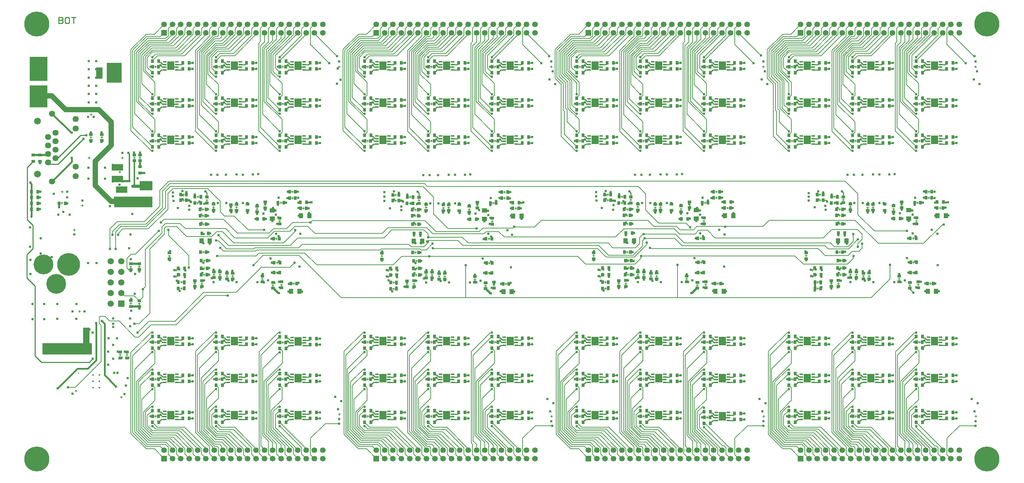
<source format=gbl>
G04*
G04 #@! TF.GenerationSoftware,Altium Limited,Altium Designer,18.1.7 (191)*
G04*
G04 Layer_Physical_Order=4*
G04 Layer_Color=16711680*
%FSLAX25Y25*%
%MOIN*%
G70*
G01*
G75*
%ADD12C,0.00787*%
%ADD13C,0.01500*%
%ADD15C,0.00500*%
%ADD16C,0.01000*%
%ADD20R,0.03500X0.03000*%
%ADD24R,0.03937X0.04921*%
%ADD26R,0.03000X0.03500*%
%ADD31R,0.03543X0.03000*%
%ADD34R,0.03000X0.03543*%
%ADD36R,0.11000X0.06299*%
%ADD47R,0.06693X0.08071*%
%ADD48R,0.03347X0.01378*%
%ADD52R,0.06299X0.11000*%
%ADD98C,0.00700*%
%ADD99C,0.02000*%
%ADD100C,0.01200*%
%ADD139C,0.01732*%
%ADD140C,0.21496*%
%ADD141C,0.18661*%
%ADD142C,0.05756*%
%ADD143C,0.06496*%
%ADD144C,0.23622*%
%ADD145C,0.05315*%
%ADD146R,0.05315X0.05315*%
%ADD147R,0.05906X0.05906*%
%ADD148C,0.05906*%
%ADD149C,0.02400*%
%ADD165R,0.12000X0.09000*%
%ADD166R,0.04921X0.03937*%
%ADD167C,0.05000*%
%ADD168C,0.03000*%
%ADD169R,0.06078X0.17000*%
%ADD170R,0.47000X0.11000*%
%ADD171R,0.36494X0.10040*%
%ADD172R,0.14000X0.19000*%
%ADD173R,0.17000X0.23000*%
%ADD174R,0.17000X0.21000*%
D12*
X52025Y93202D02*
G03*
X52025Y93202I-394J0D01*
G01*
D13*
X44576Y320109D02*
X45129D01*
X26489Y338196D02*
X44576Y320109D01*
X26372Y338196D02*
X26489D01*
X45126Y292934D02*
Y296559D01*
X26372Y274181D02*
X45126Y292934D01*
X50336Y97559D02*
X60198D01*
X68126Y105487D02*
Y137559D01*
X60198Y97559D02*
X68126Y105487D01*
X68126Y137559D02*
X68126Y137559D01*
X68126Y137559D02*
Y140559D01*
X31676Y78899D02*
X50336Y97559D01*
X866583Y254719D02*
X866615Y254687D01*
X871084D01*
X871117Y254654D01*
X466593Y254359D02*
X470188D01*
X470494Y254666D01*
X470738D01*
X266483Y254619D02*
X266536Y254566D01*
X271052D01*
X271105Y254513D01*
X7180Y259123D02*
Y264676D01*
X6818Y240807D02*
X7180Y241169D01*
Y248017D01*
X33132Y250067D02*
X33160Y250095D01*
X7180Y248017D02*
Y253570D01*
Y259123D01*
X33160Y250095D02*
Y253626D01*
X6081Y272854D02*
Y273048D01*
Y272854D02*
X7186Y271749D01*
Y263009D02*
Y271749D01*
X75922Y91403D02*
X86736Y80589D01*
X75922Y91403D02*
Y139913D01*
X73376Y142459D02*
X75922Y139913D01*
D15*
X102926Y296599D02*
X104926D01*
X103926Y295599D02*
Y297599D01*
X742376Y184619D02*
X744376D01*
X743376Y183619D02*
Y185619D01*
X542076Y184604D02*
X544076D01*
X543076Y183604D02*
Y185604D01*
X343386Y183259D02*
Y185259D01*
X342386Y184259D02*
X344386D01*
X46306Y228669D02*
X48306D01*
X47306Y227669D02*
Y229669D01*
X62356Y337549D02*
X64356D01*
X63356Y336549D02*
Y338549D01*
X124009Y381418D02*
Y383418D01*
X123009Y382418D02*
X125009D01*
X826546Y252185D02*
X828546D01*
X827546Y251185D02*
Y253185D01*
X862583Y249129D02*
X864583D01*
X863583Y248129D02*
Y250129D01*
X795312Y248687D02*
Y250687D01*
X794312Y249687D02*
X796312D01*
X784746Y185273D02*
Y187273D01*
X783746Y186273D02*
X785746D01*
X837246Y220429D02*
X839246D01*
X838246Y219429D02*
Y221429D01*
X824946Y181273D02*
Y183273D01*
X823946Y182273D02*
X825946D01*
X837696Y197720D02*
X839696D01*
X838696Y196720D02*
Y198720D01*
X819746Y247329D02*
Y249329D01*
X818746Y248329D02*
X820746D01*
X800346Y248829D02*
Y250829D01*
X799346Y249829D02*
X801346D01*
X778946Y249129D02*
Y251129D01*
X777946Y250129D02*
X779946D01*
X768146Y234129D02*
X770146D01*
X769146Y233129D02*
Y235129D01*
X768146Y207629D02*
X770146D01*
X769146Y206629D02*
Y208629D01*
X779046Y185229D02*
Y187229D01*
X778046Y186229D02*
X780046D01*
X791346Y183929D02*
Y185929D01*
X790346Y184929D02*
X792346D01*
X747390Y173229D02*
X749390D01*
X748390Y172229D02*
Y174229D01*
X834946Y175273D02*
Y177273D01*
X833946Y176273D02*
X835946D01*
X768846Y186329D02*
X770846D01*
X769846Y185329D02*
Y187329D01*
X768946Y192429D02*
X770946D01*
X769946Y191429D02*
Y193429D01*
X767946Y247829D02*
X769946D01*
X768946Y246829D02*
Y248829D01*
X767846Y242129D02*
X769846D01*
X768846Y241129D02*
Y243129D01*
X747346Y179329D02*
X749346D01*
X748346Y178329D02*
Y180329D01*
X841346Y254229D02*
X843346D01*
X842346Y253229D02*
Y255229D01*
X837446Y188229D02*
X839446D01*
X838446Y187229D02*
Y189229D01*
X842946Y175773D02*
Y177773D01*
X841946Y176773D02*
X843946D01*
X795746Y185029D02*
X797746D01*
X796746Y184029D02*
Y186029D01*
X767746Y177029D02*
Y179029D01*
X766746Y178029D02*
X768746D01*
X769046Y199629D02*
X771046D01*
X770046Y198629D02*
Y200629D01*
X841246Y236029D02*
Y238029D01*
X840246Y237029D02*
X842246D01*
X761146Y176929D02*
Y178929D01*
X760146Y177929D02*
X762146D01*
X763946Y252829D02*
Y254829D01*
X762946Y253829D02*
X764946D01*
X853146Y257729D02*
Y259729D01*
X852146Y258729D02*
X854146D01*
X772528Y255797D02*
Y257797D01*
X771528Y256797D02*
X773528D01*
X854446Y176829D02*
Y178829D01*
X853446Y177829D02*
X855446D01*
X763046Y260029D02*
X765046D01*
X764046Y259029D02*
Y261029D01*
X749546Y262029D02*
X751546D01*
X750546Y261029D02*
Y263029D01*
X852146Y264529D02*
X854146D01*
X853146Y263529D02*
Y265529D01*
X749546Y256529D02*
X751546D01*
X750546Y255529D02*
Y257529D01*
X543076Y189534D02*
Y191534D01*
X542076Y190534D02*
X544076D01*
X536946Y203070D02*
Y205070D01*
X535946Y204070D02*
X537946D01*
X109516Y295569D02*
Y297569D01*
X108516Y296569D02*
X110516D01*
X91877Y296599D02*
X93877D01*
X92877Y295599D02*
Y297599D01*
X89496Y283279D02*
X91496D01*
X90496Y282279D02*
Y284279D01*
X92752Y273319D02*
Y275319D01*
X91752Y274319D02*
X93752D01*
X35898Y252761D02*
Y254761D01*
X34898Y253761D02*
X36898D01*
X124009Y311418D02*
Y313418D01*
X123009Y312418D02*
X125009D01*
X724009Y121418D02*
Y123418D01*
X723009Y122418D02*
X725009D01*
X723009D02*
X725009D01*
X724009Y121418D02*
Y123418D01*
X342386Y190189D02*
X344386D01*
X343386Y189189D02*
Y191189D01*
X347356Y178969D02*
X349356D01*
X348356Y177969D02*
Y179969D01*
X368856Y185969D02*
X370856D01*
X369856Y184969D02*
Y186969D01*
X368956Y192069D02*
X370956D01*
X369956Y191069D02*
Y193069D01*
X368156Y233769D02*
X370156D01*
X369156Y232769D02*
Y234769D01*
X367856Y241769D02*
X369856D01*
X368856Y240769D02*
Y242769D01*
X391356Y183569D02*
Y185569D01*
X390356Y184569D02*
X392356D01*
X453456Y177469D02*
X455456D01*
X454456Y176469D02*
Y178469D01*
X452156Y258369D02*
X454156D01*
X453156Y257369D02*
Y259369D01*
X452156Y264169D02*
X454156D01*
X453156Y263169D02*
Y265169D01*
X347400Y172869D02*
X349400D01*
X348400Y171869D02*
Y173869D01*
X362956Y253469D02*
X364956D01*
X363956Y252469D02*
Y254469D01*
X367756Y176669D02*
Y178669D01*
X366756Y177669D02*
X368756D01*
X368156Y207269D02*
X370156D01*
X369156Y206269D02*
Y208269D01*
X369056Y199269D02*
X371056D01*
X370056Y198269D02*
Y200269D01*
X363056Y259669D02*
X365056D01*
X364056Y258669D02*
Y260669D01*
X384756Y184913D02*
Y186913D01*
X383756Y185913D02*
X385756D01*
X400356Y248469D02*
Y250469D01*
X399356Y249469D02*
X401356D01*
X437456Y187869D02*
X439456D01*
X438456Y186869D02*
Y188869D01*
X437256Y220069D02*
X439256D01*
X438256Y219069D02*
Y221069D01*
X441356Y253869D02*
X443356D01*
X442356Y252869D02*
Y254869D01*
X367956Y247469D02*
X369956D01*
X368956Y246469D02*
Y248469D01*
X336256Y203725D02*
X338256D01*
X337256Y202725D02*
Y204725D01*
X349556Y256169D02*
X351556D01*
X350556Y255169D02*
Y257169D01*
X372538Y255437D02*
Y257437D01*
X371538Y256437D02*
X373538D01*
X396756Y183669D02*
Y185669D01*
X395756Y184669D02*
X397756D01*
X424956Y180913D02*
Y182913D01*
X423956Y181913D02*
X425956D01*
X434956Y174913D02*
Y176913D01*
X433956Y175913D02*
X435956D01*
X442956Y175413D02*
Y177413D01*
X441956Y176413D02*
X443956D01*
X441256Y235669D02*
Y237669D01*
X440256Y236669D02*
X442256D01*
X419756Y246969D02*
Y248969D01*
X418756Y247969D02*
X420756D01*
X427556Y250825D02*
Y252825D01*
X426556Y251825D02*
X428556D01*
X462593Y248769D02*
X464593D01*
X463593Y247769D02*
Y249769D01*
X349556Y261669D02*
X351556D01*
X350556Y260669D02*
Y262669D01*
X379056Y184869D02*
Y186869D01*
X378056Y185869D02*
X380056D01*
X361156Y176569D02*
Y178569D01*
X360156Y177569D02*
X362156D01*
X378956Y248769D02*
Y250769D01*
X377956Y249769D02*
X379956D01*
X395322Y248327D02*
Y250327D01*
X394322Y249327D02*
X396322D01*
X437706Y197360D02*
X439706D01*
X438706Y196360D02*
Y198360D01*
X495985Y382676D02*
X497985D01*
X496985Y381676D02*
Y383676D01*
X324009Y311418D02*
Y313418D01*
X323009Y312418D02*
X325009D01*
X724009Y311418D02*
Y313418D01*
X723009Y312418D02*
X725009D01*
X324009Y346418D02*
Y348418D01*
X323009Y347418D02*
X325009D01*
X524009Y346418D02*
Y348418D01*
X523009Y347418D02*
X525009D01*
X724009Y346418D02*
Y348418D01*
X723009Y347418D02*
X725009D01*
X324009Y381418D02*
Y383418D01*
X323009Y382418D02*
X325009D01*
X524009Y381418D02*
Y383418D01*
X523009Y382418D02*
X525009D01*
X724009Y381418D02*
Y383418D01*
X723009Y382418D02*
X725009D01*
X384009Y311418D02*
Y313418D01*
X383009Y312418D02*
X385009D01*
X584009Y311418D02*
Y313418D01*
X583009Y312418D02*
X585009D01*
X784009Y311418D02*
Y313418D01*
X783009Y312418D02*
X785009D01*
X384009Y346418D02*
Y348418D01*
X383009Y347418D02*
X385009D01*
X584009Y346418D02*
Y348418D01*
X583009Y347418D02*
X585009D01*
X784009Y346418D02*
Y348418D01*
X783009Y347418D02*
X785009D01*
X384009Y381418D02*
Y383418D01*
X383009Y382418D02*
X385009D01*
X584009Y381418D02*
Y383418D01*
X583009Y382418D02*
X585009D01*
X784009Y381418D02*
Y383418D01*
X783009Y382418D02*
X785009D01*
X444009Y311418D02*
Y313418D01*
X443009Y312418D02*
X445009D01*
X644009Y311418D02*
Y313418D01*
X643009Y312418D02*
X645009D01*
X844009Y311418D02*
Y313418D01*
X843009Y312418D02*
X845009D01*
X444009Y346418D02*
Y348418D01*
X443009Y347418D02*
X445009D01*
X644009Y346418D02*
Y348418D01*
X643009Y347418D02*
X645009D01*
X844009Y346418D02*
Y348418D01*
X843009Y347418D02*
X845009D01*
X444009Y381418D02*
Y383418D01*
X443009Y382418D02*
X445009D01*
X644009Y381418D02*
Y383418D01*
X643009Y382418D02*
X645009D01*
X844009Y381418D02*
Y383418D01*
X843009Y382418D02*
X845009D01*
X324009Y121418D02*
Y123418D01*
X323009Y122418D02*
X325009D01*
X524009Y121418D02*
Y123418D01*
X523009Y122418D02*
X525009D01*
X324009Y86418D02*
Y88418D01*
X323009Y87418D02*
X325009D01*
X524009Y86418D02*
Y88418D01*
X523009Y87418D02*
X525009D01*
X724009Y86418D02*
Y88418D01*
X723009Y87418D02*
X725009D01*
X323009Y52418D02*
X325009D01*
X324009Y51418D02*
Y53418D01*
X523009Y52418D02*
X525009D01*
X524009Y51418D02*
Y53418D01*
X723009Y52418D02*
X725009D01*
X724009Y51418D02*
Y53418D01*
X384009Y121418D02*
Y123418D01*
X383009Y122418D02*
X385009D01*
X584009Y121418D02*
Y123418D01*
X583009Y122418D02*
X585009D01*
X784009Y121418D02*
Y123418D01*
X783009Y122418D02*
X785009D01*
X384009Y86418D02*
Y88418D01*
X383009Y87418D02*
X385009D01*
X584009Y86418D02*
Y88418D01*
X583009Y87418D02*
X585009D01*
X784009Y86418D02*
Y88418D01*
X783009Y87418D02*
X785009D01*
X384009Y51418D02*
Y53418D01*
X383009Y52418D02*
X385009D01*
X584009Y51418D02*
Y53418D01*
X583009Y52418D02*
X585009D01*
X784009Y51418D02*
Y53418D01*
X783009Y52418D02*
X785009D01*
X444009Y121418D02*
Y123418D01*
X443009Y122418D02*
X445009D01*
X644009Y121418D02*
Y123418D01*
X643009Y122418D02*
X645009D01*
X844009Y121418D02*
Y123418D01*
X843009Y122418D02*
X845009D01*
X444009Y86418D02*
Y88418D01*
X443009Y87418D02*
X445009D01*
X644009Y86418D02*
Y88418D01*
X643009Y87418D02*
X645009D01*
X844009Y86418D02*
Y88418D01*
X843009Y87418D02*
X845009D01*
X444009Y51418D02*
Y53418D01*
X443009Y52418D02*
X445009D01*
X644009Y50418D02*
Y52418D01*
X643009Y51418D02*
X645009D01*
X844009D02*
Y53418D01*
X843009Y52418D02*
X845009D01*
X524009Y311418D02*
Y313418D01*
X523009Y312418D02*
X525009D01*
X143276Y183519D02*
Y185519D01*
X142276Y184519D02*
X144276D01*
X143276Y189449D02*
Y191449D01*
X142276Y190449D02*
X144276D01*
X137146Y202985D02*
Y204985D01*
X136146Y203985D02*
X138146D01*
X123009Y87418D02*
X125009D01*
X124009Y86418D02*
Y88418D01*
X123009Y122418D02*
X125009D01*
X124009Y121418D02*
Y123418D01*
X123009Y52418D02*
X125009D01*
X124009Y51418D02*
Y53418D01*
X183009Y122418D02*
X185009D01*
X184009Y121418D02*
Y123418D01*
X183009Y87418D02*
X185009D01*
X184009Y86418D02*
Y88418D01*
X183009Y52418D02*
X185009D01*
X184009Y51418D02*
Y53418D01*
X243126Y122059D02*
X245126D01*
X244126Y121059D02*
Y123059D01*
X243009Y87418D02*
X245009D01*
X244009Y86418D02*
Y88418D01*
X243009Y52418D02*
X245009D01*
X244009Y51418D02*
Y53418D01*
X123009Y122418D02*
X125009D01*
X124009Y121418D02*
Y123418D01*
X297267Y53442D02*
Y55442D01*
X296267Y54442D02*
X298267D01*
X243009Y52418D02*
X245009D01*
X244009Y51418D02*
Y53418D01*
X243009Y87418D02*
X245009D01*
X244009Y86418D02*
Y88418D01*
X243126Y122059D02*
X245126D01*
X244126Y121059D02*
Y123059D01*
X183009Y52418D02*
X185009D01*
X184009Y51418D02*
Y53418D01*
X183009Y87418D02*
X185009D01*
X184009Y86418D02*
Y88418D01*
X183009Y122418D02*
X185009D01*
X184009Y121418D02*
Y123418D01*
X123009Y52418D02*
X125009D01*
X124009Y51418D02*
Y53418D01*
X123009Y87418D02*
X125009D01*
X124009Y86418D02*
Y88418D01*
X184009Y381418D02*
Y383418D01*
X183009Y382418D02*
X185009D01*
X123009Y312418D02*
X125009D01*
X124009Y311418D02*
Y313418D01*
X243009Y312418D02*
X245009D01*
X244009Y311418D02*
Y313418D01*
X123009Y382418D02*
X125009D01*
X124009Y381418D02*
Y383418D01*
X243009Y382418D02*
X245009D01*
X244009Y381418D02*
Y383418D01*
X123009Y347418D02*
X125009D01*
X124009Y346418D02*
Y348418D01*
X243009Y347418D02*
X245009D01*
X244009Y346418D02*
Y348418D01*
X183009Y312418D02*
X185009D01*
X184009Y311418D02*
Y313418D01*
X183009Y382418D02*
X185009D01*
X184009Y381418D02*
Y383418D01*
X183009Y347418D02*
X185009D01*
X184009Y346418D02*
Y348418D01*
X243009Y312418D02*
X245009D01*
X244009Y311418D02*
Y313418D01*
X243009Y382418D02*
X245009D01*
X244009Y381418D02*
Y383418D01*
X123009Y347418D02*
X125009D01*
X124009Y346418D02*
Y348418D01*
X243009Y347418D02*
X245009D01*
X244009Y346418D02*
Y348418D01*
X183009Y312418D02*
X185009D01*
X184009Y311418D02*
Y313418D01*
X296985Y381676D02*
Y383676D01*
X295985Y382676D02*
X297985D01*
X183009Y347418D02*
X185009D01*
X184009Y346418D02*
Y348418D01*
X723009Y312418D02*
X725009D01*
X724009Y311418D02*
Y313418D01*
X523009Y312418D02*
X525009D01*
X524009Y311418D02*
Y313418D01*
X323009Y312418D02*
X325009D01*
X324009Y311418D02*
Y313418D01*
X897267Y51442D02*
Y53442D01*
X896267Y52442D02*
X898267D01*
X697267Y51442D02*
Y53442D01*
X696267Y52442D02*
X698267D01*
X497267Y51442D02*
Y53442D01*
X496267Y52442D02*
X498267D01*
X843009Y52418D02*
X845009D01*
X844009Y51418D02*
Y53418D01*
X643009Y51418D02*
X645009D01*
X644009Y50418D02*
Y52418D01*
X443009D02*
X445009D01*
X444009Y51418D02*
Y53418D01*
X843009Y87418D02*
X845009D01*
X844009Y86418D02*
Y88418D01*
X643009Y87418D02*
X645009D01*
X644009Y86418D02*
Y88418D01*
X443009Y87418D02*
X445009D01*
X444009Y86418D02*
Y88418D01*
X843009Y122418D02*
X845009D01*
X844009Y121418D02*
Y123418D01*
X643009Y122418D02*
X645009D01*
X644009Y121418D02*
Y123418D01*
X443009Y122418D02*
X445009D01*
X444009Y121418D02*
Y123418D01*
X783009Y52418D02*
X785009D01*
X784009Y51418D02*
Y53418D01*
X583009Y52418D02*
X585009D01*
X584009Y51418D02*
Y53418D01*
X383009Y52418D02*
X385009D01*
X384009Y51418D02*
Y53418D01*
X783009Y87418D02*
X785009D01*
X784009Y86418D02*
Y88418D01*
X583009Y87418D02*
X585009D01*
X584009Y86418D02*
Y88418D01*
X383009Y87418D02*
X385009D01*
X384009Y86418D02*
Y88418D01*
X783009Y122418D02*
X785009D01*
X784009Y121418D02*
Y123418D01*
X583009Y122418D02*
X585009D01*
X584009Y121418D02*
Y123418D01*
X383009Y122418D02*
X385009D01*
X384009Y121418D02*
Y123418D01*
X723009Y52418D02*
X725009D01*
X724009Y51418D02*
Y53418D01*
X523009Y52418D02*
X525009D01*
X524009Y51418D02*
Y53418D01*
X323009Y52418D02*
X325009D01*
X324009Y51418D02*
Y53418D01*
X723009Y87418D02*
X725009D01*
X724009Y86418D02*
Y88418D01*
X523009Y87418D02*
X525009D01*
X524009Y86418D02*
Y88418D01*
X323009Y87418D02*
X325009D01*
X324009Y86418D02*
Y88418D01*
X523009Y122418D02*
X525009D01*
X524009Y121418D02*
Y123418D01*
X323009Y122418D02*
X325009D01*
X324009Y121418D02*
Y123418D01*
X896985Y381676D02*
Y383676D01*
X895985Y382676D02*
X897985D01*
X696985Y381676D02*
Y383676D01*
X695985Y382676D02*
X697985D01*
X843009Y382418D02*
X845009D01*
X844009Y381418D02*
Y383418D01*
X643009Y382418D02*
X645009D01*
X644009Y381418D02*
Y383418D01*
X443009Y382418D02*
X445009D01*
X444009Y381418D02*
Y383418D01*
X843009Y347418D02*
X845009D01*
X844009Y346418D02*
Y348418D01*
X643009Y347418D02*
X645009D01*
X644009Y346418D02*
Y348418D01*
X443009Y347418D02*
X445009D01*
X444009Y346418D02*
Y348418D01*
X843009Y312418D02*
X845009D01*
X844009Y311418D02*
Y313418D01*
X643009Y312418D02*
X645009D01*
X644009Y311418D02*
Y313418D01*
X443009Y312418D02*
X445009D01*
X444009Y311418D02*
Y313418D01*
X783009Y382418D02*
X785009D01*
X784009Y381418D02*
Y383418D01*
X583009Y382418D02*
X585009D01*
X584009Y381418D02*
Y383418D01*
X383009Y382418D02*
X385009D01*
X384009Y381418D02*
Y383418D01*
X783009Y347418D02*
X785009D01*
X784009Y346418D02*
Y348418D01*
X583009Y347418D02*
X585009D01*
X584009Y346418D02*
Y348418D01*
X383009Y347418D02*
X385009D01*
X384009Y346418D02*
Y348418D01*
X783009Y312418D02*
X785009D01*
X784009Y311418D02*
Y313418D01*
X583009Y312418D02*
X585009D01*
X584009Y311418D02*
Y313418D01*
X383009Y312418D02*
X385009D01*
X384009Y311418D02*
Y313418D01*
X723009Y382418D02*
X725009D01*
X724009Y381418D02*
Y383418D01*
X523009Y382418D02*
X525009D01*
X524009Y381418D02*
Y383418D01*
X323009Y382418D02*
X325009D01*
X324009Y381418D02*
Y383418D01*
X723009Y347418D02*
X725009D01*
X724009Y346418D02*
Y348418D01*
X523009Y347418D02*
X525009D01*
X524009Y346418D02*
Y348418D01*
X323009Y347418D02*
X325009D01*
X324009Y346418D02*
Y348418D01*
X100836Y158093D02*
Y160093D01*
X99836Y159093D02*
X101836D01*
X100846Y192625D02*
Y194625D01*
X99846Y193625D02*
X101846D01*
X108806Y157849D02*
Y159849D01*
X107806Y158849D02*
X109806D01*
X108706Y192839D02*
Y194839D01*
X107706Y193839D02*
X109706D01*
X262483Y249029D02*
X264483D01*
X263483Y248029D02*
Y250029D01*
X195212Y248587D02*
Y250587D01*
X194212Y249587D02*
X196212D01*
X184646Y185173D02*
Y187173D01*
X183646Y186173D02*
X185646D01*
X237146Y220329D02*
X239146D01*
X238146Y219329D02*
Y221329D01*
X224846Y181173D02*
Y183173D01*
X223846Y182173D02*
X225846D01*
X237596Y197620D02*
X239596D01*
X238596Y196620D02*
Y198620D01*
X219646Y247229D02*
Y249229D01*
X218646Y248229D02*
X220646D01*
X200246Y248729D02*
Y250729D01*
X199246Y249729D02*
X201246D01*
X178846Y249029D02*
Y251029D01*
X177846Y250029D02*
X179846D01*
X168046Y234029D02*
X170046D01*
X169046Y233029D02*
Y235029D01*
X168046Y207529D02*
X170046D01*
X169046Y206529D02*
Y208529D01*
X178946Y185129D02*
Y187129D01*
X177946Y186129D02*
X179946D01*
X191246Y183829D02*
Y185829D01*
X190246Y184829D02*
X192246D01*
X147290Y173129D02*
X149290D01*
X148290Y172129D02*
Y174129D01*
X234846Y175173D02*
Y177173D01*
X233846Y176173D02*
X235846D01*
X168746Y186229D02*
X170746D01*
X169746Y185229D02*
Y187229D01*
X168846Y192329D02*
X170846D01*
X169846Y191329D02*
Y193329D01*
X167846Y247729D02*
X169846D01*
X168846Y246729D02*
Y248729D01*
X167746Y242029D02*
X169746D01*
X168746Y241029D02*
Y243029D01*
X147246Y179229D02*
X149246D01*
X148246Y178229D02*
Y180229D01*
X241246Y254129D02*
X243246D01*
X242246Y253129D02*
Y255129D01*
X237346Y188129D02*
X239346D01*
X238346Y187129D02*
Y189129D01*
X242846Y175673D02*
Y177673D01*
X241846Y176673D02*
X243846D01*
X196646Y183929D02*
Y185929D01*
X195646Y184929D02*
X197646D01*
X167646Y176929D02*
Y178929D01*
X166646Y177929D02*
X168646D01*
X168946Y199529D02*
X170946D01*
X169946Y198529D02*
Y200529D01*
X241146Y235929D02*
Y237929D01*
X240146Y236929D02*
X242146D01*
X161046Y176829D02*
Y178829D01*
X160046Y177829D02*
X162046D01*
X162846Y253729D02*
X164846D01*
X163846Y252729D02*
Y254729D01*
X252046Y258629D02*
X254046D01*
X253046Y257629D02*
Y259629D01*
X172428Y255697D02*
Y257697D01*
X171428Y256697D02*
X173428D01*
X253346Y177729D02*
X255346D01*
X254346Y176729D02*
Y178729D01*
X162946Y259929D02*
X164946D01*
X163946Y258929D02*
Y260929D01*
X149446Y261929D02*
X151446D01*
X150446Y260929D02*
Y262929D01*
X252046Y264429D02*
X254046D01*
X253046Y263429D02*
Y265429D01*
X227446Y251085D02*
Y253085D01*
X226446Y252085D02*
X228446D01*
X149446Y256429D02*
X151446D01*
X150446Y255429D02*
Y257429D01*
X663283Y248114D02*
Y250114D01*
X662283Y249114D02*
X664283D01*
X594012Y249672D02*
X596012D01*
X595012Y248672D02*
Y250672D01*
X583446Y186258D02*
X585446D01*
X584446Y185258D02*
Y187258D01*
X637946Y219414D02*
Y221414D01*
X636946Y220414D02*
X638946D01*
X623646Y182258D02*
X625646D01*
X624646Y181258D02*
Y183258D01*
X638396Y196705D02*
Y198705D01*
X637396Y197705D02*
X639396D01*
X618446Y248314D02*
X620446D01*
X619446Y247314D02*
Y249314D01*
X599046Y249814D02*
X601046D01*
X600046Y248814D02*
Y250814D01*
X577646Y250114D02*
X579646D01*
X578646Y249114D02*
Y251114D01*
X568846Y233114D02*
Y235114D01*
X567846Y234114D02*
X569846D01*
X568846Y206614D02*
Y208614D01*
X567846Y207614D02*
X569846D01*
X577746Y186214D02*
X579746D01*
X578746Y185214D02*
Y187214D01*
X590046Y184914D02*
X592046D01*
X591046Y183914D02*
Y185914D01*
X548090Y172214D02*
Y174214D01*
X547090Y173214D02*
X549090D01*
X633646Y176258D02*
X635646D01*
X634646Y175258D02*
Y177258D01*
X569546Y185314D02*
Y187314D01*
X568546Y186314D02*
X570546D01*
X569646Y191414D02*
Y193414D01*
X568646Y192414D02*
X570646D01*
X568646Y246814D02*
Y248814D01*
X567646Y247814D02*
X569646D01*
X568546Y241114D02*
Y243114D01*
X567546Y242114D02*
X569546D01*
X548046Y178314D02*
Y180314D01*
X547046Y179314D02*
X549046D01*
X642046Y253214D02*
Y255214D01*
X641046Y254214D02*
X643046D01*
X638146Y187214D02*
Y189214D01*
X637146Y188214D02*
X639146D01*
X641646Y176758D02*
X643646D01*
X642646Y175758D02*
Y177758D01*
X595446Y185014D02*
X597446D01*
X596446Y184014D02*
Y186014D01*
X566446Y178014D02*
X568446D01*
X567446Y177014D02*
Y179014D01*
X569746Y198614D02*
Y200614D01*
X568746Y199614D02*
X570746D01*
X639946Y237014D02*
X641946D01*
X640946Y236014D02*
Y238014D01*
X559846Y177914D02*
X561846D01*
X560846Y176914D02*
Y178914D01*
X563646Y252814D02*
Y254814D01*
X562646Y253814D02*
X564646D01*
X652846Y257714D02*
Y259714D01*
X651846Y258714D02*
X653846D01*
X571228Y256782D02*
X573228D01*
X572228Y255782D02*
Y257782D01*
X654146Y176814D02*
Y178814D01*
X653146Y177814D02*
X655146D01*
X563746Y259014D02*
Y261014D01*
X562746Y260014D02*
X564746D01*
X550246Y261014D02*
Y263014D01*
X549246Y262014D02*
X551246D01*
X652846Y263514D02*
Y265514D01*
X651846Y264514D02*
X653846D01*
X626246Y252170D02*
X628246D01*
X627246Y251170D02*
Y253170D01*
X550246Y255514D02*
Y257514D01*
X549246Y256514D02*
X551246D01*
X742376Y190549D02*
X744376D01*
X743376Y189549D02*
Y191549D01*
X36160Y263677D02*
Y265676D01*
X35160Y264676D02*
X37160D01*
X63126Y314709D02*
Y316709D01*
X62126Y315709D02*
X64126D01*
X73366Y314709D02*
Y316709D01*
X72366Y315709D02*
X74366D01*
X55116Y250499D02*
Y252499D01*
X54116Y251499D02*
X56116D01*
X51350Y151549D02*
X53350D01*
X52350Y150549D02*
Y152549D01*
X47976Y76499D02*
X49976D01*
X48976Y75499D02*
Y77499D01*
X62132Y133699D02*
Y135699D01*
X61132Y134699D02*
X63132D01*
X91576Y69699D02*
Y71699D01*
X90576Y70699D02*
X92576D01*
X95976Y110399D02*
X97976D01*
X96976Y109399D02*
Y111399D01*
X89698Y110399D02*
X91698D01*
X90698Y109399D02*
Y111399D01*
X736246Y204085D02*
X738246D01*
X737246Y203085D02*
Y205085D01*
X61246Y295669D02*
Y297669D01*
X60246Y296669D02*
X62246D01*
X71952Y295489D02*
Y297489D01*
X70952Y296489D02*
X72952D01*
D16*
X188609Y348718D02*
X188988D01*
X128609D02*
X128988D01*
X826291Y179081D02*
X826466D01*
X827392Y252731D02*
Y253032D01*
X728609Y123718D02*
X728988D01*
X728609D02*
X728988D01*
X727009Y127668D02*
Y127918D01*
X728009Y126668D02*
X729053D01*
X727009Y127668D02*
X728009Y126668D01*
X732520Y122307D02*
X732709Y122118D01*
X732520Y122307D02*
X732709Y122118D01*
X739697D02*
X744126D01*
X727009Y116918D02*
Y117168D01*
X729400Y119559D01*
X732520Y124866D02*
X732709Y124677D01*
X729400Y119559D02*
X732709D01*
X728988Y123718D02*
X730399Y122307D01*
X728988Y123718D02*
X730399Y122307D01*
X732520D01*
X730399D02*
X732520D01*
X738417Y123398D02*
X739697Y122118D01*
X744126Y119559D02*
X748750D01*
X744126Y124677D02*
X748418D01*
X729053Y126668D02*
X730855Y124866D01*
X732520D01*
X344536Y185949D02*
X346406D01*
X372538Y259193D02*
Y263187D01*
X371156Y264569D02*
X372538Y263187D01*
X355709Y316218D02*
X359109D01*
X355709Y310518D02*
X359109D01*
X339697Y312118D02*
X344126D01*
X338417Y313398D02*
X339697Y312118D01*
X329400Y309559D02*
X332709D01*
X344126D02*
X348750D01*
X330855Y314866D02*
X332520D01*
X332709Y314677D01*
X348418D02*
X349709Y315968D01*
X344126Y314677D02*
X348418D01*
X332520Y312307D02*
X332709Y312118D01*
X330399Y312307D02*
X332520D01*
X349709Y315968D02*
Y316218D01*
X327009Y307168D02*
X329400Y309559D01*
X329053Y316668D02*
X330855Y314866D01*
X328009Y316668D02*
X329053D01*
X327009Y317668D02*
X328009Y316668D01*
X348750Y309559D02*
X349709Y310518D01*
X327009Y317668D02*
Y317918D01*
X328988Y313718D02*
X330399Y312307D01*
X328609Y313718D02*
X328988D01*
X327009Y306918D02*
Y307168D01*
X739697Y312118D02*
X744126D01*
X738417Y313398D02*
X739697Y312118D01*
X729400Y309559D02*
X732709D01*
X727009Y307168D02*
X729400Y309559D01*
X727009Y306918D02*
Y307168D01*
X748750Y309559D02*
X749709Y310518D01*
X744126Y309559D02*
X748750D01*
X755709Y310518D02*
X759109D01*
X730855Y314866D02*
X732520D01*
X729053Y316668D02*
X730855Y314866D01*
X732520D02*
X732709Y314677D01*
X728009Y316668D02*
X729053D01*
X727009Y317668D02*
Y317918D01*
Y317668D02*
X728009Y316668D01*
X748418Y314677D02*
X749709Y315968D01*
Y316218D01*
X744126Y314677D02*
X748418D01*
X755709Y316218D02*
X759109D01*
X728988Y313718D02*
X730399Y312307D01*
X732520D02*
X732709Y312118D01*
X730399Y312307D02*
X732520D01*
X728609Y313718D02*
X728988D01*
X339697Y347118D02*
X344126D01*
X338417Y348398D02*
X339697Y347118D01*
X329400Y344559D02*
X332709D01*
X327009Y342168D02*
X329400Y344559D01*
X327009Y341918D02*
Y342168D01*
X348750Y344559D02*
X349709Y345518D01*
X344126Y344559D02*
X348750D01*
X355709Y345518D02*
X359109D01*
X330855Y349866D02*
X332520D01*
X329053Y351668D02*
X330855Y349866D01*
X332520D02*
X332709Y349677D01*
X328009Y351668D02*
X329053D01*
X327009Y352668D02*
Y352918D01*
Y352668D02*
X328009Y351668D01*
X348418Y349677D02*
X349709Y350968D01*
Y351218D01*
X344126Y349677D02*
X348418D01*
X355709Y351218D02*
X359109D01*
X328988Y348718D02*
X330399Y347307D01*
X332520D02*
X332709Y347118D01*
X330399Y347307D02*
X332520D01*
X328609Y348718D02*
X328988D01*
X539697Y347118D02*
X544126D01*
X538417Y348398D02*
X539697Y347118D01*
X529400Y344559D02*
X532709D01*
X527009Y342168D02*
X529400Y344559D01*
X527009Y341918D02*
Y342168D01*
X548750Y344559D02*
X549709Y345518D01*
X544126Y344559D02*
X548750D01*
X555709Y345518D02*
X559109D01*
X530855Y349866D02*
X532520D01*
X529053Y351668D02*
X530855Y349866D01*
X532520D02*
X532709Y349677D01*
X528009Y351668D02*
X529053D01*
X527009Y352668D02*
Y352918D01*
Y352668D02*
X528009Y351668D01*
X548418Y349677D02*
X549709Y350968D01*
Y351218D01*
X544126Y349677D02*
X548418D01*
X555709Y351218D02*
X559109D01*
X528988Y348718D02*
X530399Y347307D01*
X532520D02*
X532709Y347118D01*
X530399Y347307D02*
X532520D01*
X528609Y348718D02*
X528988D01*
X739697Y347118D02*
X744126D01*
X738417Y348398D02*
X739697Y347118D01*
X729400Y344559D02*
X732709D01*
X727009Y342168D02*
X729400Y344559D01*
X727009Y341918D02*
Y342168D01*
X748750Y344559D02*
X749709Y345518D01*
X744126Y344559D02*
X748750D01*
X755709Y345518D02*
X759109D01*
X730855Y349866D02*
X732520D01*
X729053Y351668D02*
X730855Y349866D01*
X732520D02*
X732709Y349677D01*
X728009Y351668D02*
X729053D01*
X727009Y352668D02*
Y352918D01*
Y352668D02*
X728009Y351668D01*
X748418Y349677D02*
X749709Y350968D01*
Y351218D01*
X744126Y349677D02*
X748418D01*
X755709Y351218D02*
X759109D01*
X728988Y348718D02*
X730399Y347307D01*
X732520D02*
X732709Y347118D01*
X730399Y347307D02*
X732520D01*
X728609Y348718D02*
X728988D01*
X339697Y382118D02*
X344126D01*
X338417Y383398D02*
X339697Y382118D01*
X329400Y379559D02*
X332709D01*
X327009Y377168D02*
X329400Y379559D01*
X327009Y376918D02*
Y377168D01*
X348750Y379559D02*
X349709Y380518D01*
X344126Y379559D02*
X348750D01*
X355709Y380518D02*
X359109D01*
X330855Y384866D02*
X332520D01*
X329053Y386668D02*
X330855Y384866D01*
X332520D02*
X332709Y384677D01*
X328009Y386668D02*
X329053D01*
X327009Y387668D02*
Y387918D01*
Y387668D02*
X328009Y386668D01*
X348418Y384677D02*
X349709Y385968D01*
Y386218D01*
X344126Y384677D02*
X348418D01*
X355709Y386218D02*
X359109D01*
X328988Y383718D02*
X330399Y382307D01*
X332520D02*
X332709Y382118D01*
X330399Y382307D02*
X332520D01*
X328609Y383718D02*
X328988D01*
X539697Y382118D02*
X544126D01*
X538417Y383398D02*
X539697Y382118D01*
X529400Y379559D02*
X532709D01*
X527009Y377168D02*
X529400Y379559D01*
X527009Y376918D02*
Y377168D01*
X548750Y379559D02*
X549709Y380518D01*
X544126Y379559D02*
X548750D01*
X555709Y380518D02*
X559109D01*
X530855Y384866D02*
X532520D01*
X529053Y386668D02*
X530855Y384866D01*
X532520D02*
X532709Y384677D01*
X528009Y386668D02*
X529053D01*
X527009Y387668D02*
Y387918D01*
Y387668D02*
X528009Y386668D01*
X548418Y384677D02*
X549709Y385968D01*
Y386218D01*
X544126Y384677D02*
X548418D01*
X555709Y386218D02*
X559109D01*
X528988Y383718D02*
X530399Y382307D01*
X532520D02*
X532709Y382118D01*
X530399Y382307D02*
X532520D01*
X528609Y383718D02*
X528988D01*
X739697Y382118D02*
X744126D01*
X738417Y383398D02*
X739697Y382118D01*
X729400Y379559D02*
X732709D01*
X727009Y377168D02*
X729400Y379559D01*
X727009Y376918D02*
Y377168D01*
X748750Y379559D02*
X749709Y380518D01*
X744126Y379559D02*
X748750D01*
X755709Y380518D02*
X759109D01*
X730855Y384866D02*
X732520D01*
X729053Y386668D02*
X730855Y384866D01*
X732520D02*
X732709Y384677D01*
X728009Y386668D02*
X729053D01*
X727009Y387668D02*
Y387918D01*
Y387668D02*
X728009Y386668D01*
X748418Y384677D02*
X749709Y385968D01*
Y386218D01*
X744126Y384677D02*
X748418D01*
X755709Y386218D02*
X759109D01*
X728988Y383718D02*
X730399Y382307D01*
X732520D02*
X732709Y382118D01*
X730399Y382307D02*
X732520D01*
X728609Y383718D02*
X728988D01*
X399697Y312118D02*
X404126D01*
X398417Y313398D02*
X399697Y312118D01*
X389400Y309559D02*
X392709D01*
X387009Y307168D02*
X389400Y309559D01*
X387009Y306918D02*
Y307168D01*
X408750Y309559D02*
X409709Y310518D01*
X404126Y309559D02*
X408750D01*
X415709Y310518D02*
X419109D01*
X390855Y314866D02*
X392520D01*
X389053Y316668D02*
X390855Y314866D01*
X392520D02*
X392709Y314677D01*
X388009Y316668D02*
X389053D01*
X387009Y317668D02*
Y317918D01*
Y317668D02*
X388009Y316668D01*
X408418Y314677D02*
X409709Y315968D01*
Y316218D01*
X404126Y314677D02*
X408418D01*
X415709Y316218D02*
X419109D01*
X388987Y313718D02*
X390399Y312307D01*
X392520D02*
X392709Y312118D01*
X390399Y312307D02*
X392520D01*
X388609Y313718D02*
X388987D01*
X599697Y312118D02*
X604126D01*
X598417Y313398D02*
X599697Y312118D01*
X589400Y309559D02*
X592709D01*
X587009Y307168D02*
X589400Y309559D01*
X587009Y306918D02*
Y307168D01*
X608750Y309559D02*
X609709Y310518D01*
X604126Y309559D02*
X608750D01*
X615709Y310518D02*
X619109D01*
X590855Y314866D02*
X592520D01*
X589053Y316668D02*
X590855Y314866D01*
X592520D02*
X592709Y314677D01*
X588009Y316668D02*
X589053D01*
X587009Y317668D02*
Y317918D01*
Y317668D02*
X588009Y316668D01*
X608418Y314677D02*
X609709Y315968D01*
Y316218D01*
X604126Y314677D02*
X608418D01*
X615709Y316218D02*
X619109D01*
X588987Y313718D02*
X590399Y312307D01*
X592520D02*
X592709Y312118D01*
X590399Y312307D02*
X592520D01*
X588609Y313718D02*
X588987D01*
X799697Y312118D02*
X804126D01*
X798417Y313398D02*
X799697Y312118D01*
X789400Y309559D02*
X792709D01*
X787009Y307168D02*
X789400Y309559D01*
X787009Y306918D02*
Y307168D01*
X808750Y309559D02*
X809709Y310518D01*
X804126Y309559D02*
X808750D01*
X815709Y310518D02*
X819109D01*
X790855Y314866D02*
X792520D01*
X789053Y316668D02*
X790855Y314866D01*
X792520D02*
X792709Y314677D01*
X788009Y316668D02*
X789053D01*
X787009Y317668D02*
Y317918D01*
Y317668D02*
X788009Y316668D01*
X808418Y314677D02*
X809709Y315968D01*
Y316218D01*
X804126Y314677D02*
X808418D01*
X815709Y316218D02*
X819109D01*
X788987Y313718D02*
X790399Y312307D01*
X792520D02*
X792709Y312118D01*
X790399Y312307D02*
X792520D01*
X788609Y313718D02*
X788987D01*
X399697Y347118D02*
X404126D01*
X398417Y348398D02*
X399697Y347118D01*
X389400Y344559D02*
X392709D01*
X387009Y342168D02*
X389400Y344559D01*
X387009Y341918D02*
Y342168D01*
X408750Y344559D02*
X409709Y345518D01*
X404126Y344559D02*
X408750D01*
X415709Y345518D02*
X419109D01*
X390855Y349866D02*
X392520D01*
X389053Y351668D02*
X390855Y349866D01*
X392520D02*
X392709Y349677D01*
X388009Y351668D02*
X389053D01*
X387009Y352668D02*
Y352918D01*
Y352668D02*
X388009Y351668D01*
X408418Y349677D02*
X409709Y350968D01*
Y351218D01*
X404126Y349677D02*
X408418D01*
X415709Y351218D02*
X419109D01*
X388987Y348718D02*
X390399Y347307D01*
X392520D02*
X392709Y347118D01*
X390399Y347307D02*
X392520D01*
X388609Y348718D02*
X388987D01*
X599697Y347118D02*
X604126D01*
X598417Y348398D02*
X599697Y347118D01*
X589400Y344559D02*
X592709D01*
X587009Y342168D02*
X589400Y344559D01*
X587009Y341918D02*
Y342168D01*
X608750Y344559D02*
X609709Y345518D01*
X604126Y344559D02*
X608750D01*
X615709Y345518D02*
X619109D01*
X590855Y349866D02*
X592520D01*
X589053Y351668D02*
X590855Y349866D01*
X592520D02*
X592709Y349677D01*
X588009Y351668D02*
X589053D01*
X587009Y352668D02*
Y352918D01*
Y352668D02*
X588009Y351668D01*
X608418Y349677D02*
X609709Y350968D01*
Y351218D01*
X604126Y349677D02*
X608418D01*
X615709Y351218D02*
X619109D01*
X588987Y348718D02*
X590399Y347307D01*
X592520D02*
X592709Y347118D01*
X590399Y347307D02*
X592520D01*
X588609Y348718D02*
X588987D01*
X799697Y347118D02*
X804126D01*
X798417Y348398D02*
X799697Y347118D01*
X789400Y344559D02*
X792709D01*
X787009Y342168D02*
X789400Y344559D01*
X787009Y341918D02*
Y342168D01*
X808750Y344559D02*
X809709Y345518D01*
X804126Y344559D02*
X808750D01*
X815709Y345518D02*
X819109D01*
X790855Y349866D02*
X792520D01*
X789053Y351668D02*
X790855Y349866D01*
X792520D02*
X792709Y349677D01*
X788009Y351668D02*
X789053D01*
X787009Y352668D02*
Y352918D01*
Y352668D02*
X788009Y351668D01*
X808418Y349677D02*
X809709Y350968D01*
Y351218D01*
X804126Y349677D02*
X808418D01*
X815709Y351218D02*
X819109D01*
X788987Y348718D02*
X790399Y347307D01*
X792520D02*
X792709Y347118D01*
X790399Y347307D02*
X792520D01*
X788609Y348718D02*
X788987D01*
X399697Y382118D02*
X404126D01*
X398417Y383398D02*
X399697Y382118D01*
X389400Y379559D02*
X392709D01*
X387009Y377168D02*
X389400Y379559D01*
X387009Y376918D02*
Y377168D01*
X408750Y379559D02*
X409709Y380518D01*
X404126Y379559D02*
X408750D01*
X415709Y380518D02*
X419109D01*
X390855Y384866D02*
X392520D01*
X389053Y386668D02*
X390855Y384866D01*
X392520D02*
X392709Y384677D01*
X388009Y386668D02*
X389053D01*
X387009Y387668D02*
Y387918D01*
Y387668D02*
X388009Y386668D01*
X408418Y384677D02*
X409709Y385968D01*
Y386218D01*
X404126Y384677D02*
X408418D01*
X415709Y386218D02*
X419109D01*
X388987Y383718D02*
X390399Y382307D01*
X392520D02*
X392709Y382118D01*
X390399Y382307D02*
X392520D01*
X388609Y383718D02*
X388987D01*
X599697Y382118D02*
X604126D01*
X598417Y383398D02*
X599697Y382118D01*
X589400Y379559D02*
X592709D01*
X587009Y377168D02*
X589400Y379559D01*
X587009Y376918D02*
Y377168D01*
X608750Y379559D02*
X609709Y380518D01*
X604126Y379559D02*
X608750D01*
X615709Y380518D02*
X619109D01*
X590855Y384866D02*
X592520D01*
X589053Y386668D02*
X590855Y384866D01*
X592520D02*
X592709Y384677D01*
X588009Y386668D02*
X589053D01*
X587009Y387668D02*
Y387918D01*
Y387668D02*
X588009Y386668D01*
X608418Y384677D02*
X609709Y385968D01*
Y386218D01*
X604126Y384677D02*
X608418D01*
X615709Y386218D02*
X619109D01*
X588987Y383718D02*
X590399Y382307D01*
X592520D02*
X592709Y382118D01*
X590399Y382307D02*
X592520D01*
X588609Y383718D02*
X588987D01*
X799697Y382118D02*
X804126D01*
X798417Y383398D02*
X799697Y382118D01*
X789400Y379559D02*
X792709D01*
X787009Y377168D02*
X789400Y379559D01*
X787009Y376918D02*
Y377168D01*
X808750Y379559D02*
X809709Y380518D01*
X804126Y379559D02*
X808750D01*
X815709Y380518D02*
X819109D01*
X790855Y384866D02*
X792520D01*
X789053Y386668D02*
X790855Y384866D01*
X792520D02*
X792709Y384677D01*
X788009Y386668D02*
X789053D01*
X787009Y387668D02*
Y387918D01*
Y387668D02*
X788009Y386668D01*
X808418Y384677D02*
X809709Y385968D01*
Y386218D01*
X804126Y384677D02*
X808418D01*
X815709Y386218D02*
X819109D01*
X788987Y383718D02*
X790399Y382307D01*
X792520D02*
X792709Y382118D01*
X790399Y382307D02*
X792520D01*
X788609Y383718D02*
X788987D01*
X459697Y312118D02*
X464126D01*
X458417Y313398D02*
X459697Y312118D01*
X449400Y309559D02*
X452709D01*
X447009Y307168D02*
X449400Y309559D01*
X447009Y306918D02*
Y307168D01*
X468750Y309559D02*
X469709Y310518D01*
X464126Y309559D02*
X468750D01*
X475709Y310518D02*
X479109D01*
X450855Y314866D02*
X452520D01*
X449053Y316668D02*
X450855Y314866D01*
X452520D02*
X452709Y314677D01*
X448009Y316668D02*
X449053D01*
X447009Y317668D02*
Y317918D01*
Y317668D02*
X448009Y316668D01*
X468418Y314677D02*
X469709Y315968D01*
Y316218D01*
X464126Y314677D02*
X468418D01*
X475709Y316218D02*
X479109D01*
X448987Y313718D02*
X450398Y312307D01*
X452520D02*
X452709Y312118D01*
X450398Y312307D02*
X452520D01*
X448609Y313718D02*
X448987D01*
X659697Y312118D02*
X664126D01*
X658417Y313398D02*
X659697Y312118D01*
X649400Y309559D02*
X652709D01*
X647009Y307168D02*
X649400Y309559D01*
X647009Y306918D02*
Y307168D01*
X668750Y309559D02*
X669709Y310518D01*
X664126Y309559D02*
X668750D01*
X675709Y310518D02*
X679109D01*
X650855Y314866D02*
X652520D01*
X649053Y316668D02*
X650855Y314866D01*
X652520D02*
X652709Y314677D01*
X648009Y316668D02*
X649053D01*
X647009Y317668D02*
Y317918D01*
Y317668D02*
X648009Y316668D01*
X668418Y314677D02*
X669709Y315968D01*
Y316218D01*
X664126Y314677D02*
X668418D01*
X675709Y316218D02*
X679109D01*
X648987Y313718D02*
X650398Y312307D01*
X652520D02*
X652709Y312118D01*
X650398Y312307D02*
X652520D01*
X648609Y313718D02*
X648987D01*
X859697Y312118D02*
X864126D01*
X858417Y313398D02*
X859697Y312118D01*
X849400Y309559D02*
X852709D01*
X847009Y307168D02*
X849400Y309559D01*
X847009Y306918D02*
Y307168D01*
X868750Y309559D02*
X869709Y310518D01*
X864126Y309559D02*
X868750D01*
X875709Y310518D02*
X879109D01*
X850855Y314866D02*
X852520D01*
X849053Y316668D02*
X850855Y314866D01*
X852520D02*
X852709Y314677D01*
X848009Y316668D02*
X849053D01*
X847009Y317668D02*
Y317918D01*
Y317668D02*
X848009Y316668D01*
X868418Y314677D02*
X869709Y315968D01*
Y316218D01*
X864126Y314677D02*
X868418D01*
X875709Y316218D02*
X879109D01*
X848987Y313718D02*
X850399Y312307D01*
X852520D02*
X852709Y312118D01*
X850399Y312307D02*
X852520D01*
X848609Y313718D02*
X848987D01*
X459697Y347118D02*
X464126D01*
X458417Y348398D02*
X459697Y347118D01*
X449400Y344559D02*
X452709D01*
X447009Y342168D02*
X449400Y344559D01*
X447009Y341918D02*
Y342168D01*
X468750Y344559D02*
X469709Y345518D01*
X464126Y344559D02*
X468750D01*
X475709Y345518D02*
X479109D01*
X450855Y349866D02*
X452520D01*
X449053Y351668D02*
X450855Y349866D01*
X452520D02*
X452709Y349677D01*
X448009Y351668D02*
X449053D01*
X447009Y352668D02*
Y352918D01*
Y352668D02*
X448009Y351668D01*
X468418Y349677D02*
X469709Y350968D01*
Y351218D01*
X464126Y349677D02*
X468418D01*
X475709Y351218D02*
X479109D01*
X448987Y348718D02*
X450398Y347307D01*
X452520D02*
X452709Y347118D01*
X450398Y347307D02*
X452520D01*
X448609Y348718D02*
X448987D01*
X659697Y347118D02*
X664126D01*
X658417Y348398D02*
X659697Y347118D01*
X649400Y344559D02*
X652709D01*
X647009Y342168D02*
X649400Y344559D01*
X647009Y341918D02*
Y342168D01*
X668750Y344559D02*
X669709Y345518D01*
X664126Y344559D02*
X668750D01*
X675709Y345518D02*
X679109D01*
X650855Y349866D02*
X652520D01*
X649053Y351668D02*
X650855Y349866D01*
X652520D02*
X652709Y349677D01*
X648009Y351668D02*
X649053D01*
X647009Y352668D02*
Y352918D01*
Y352668D02*
X648009Y351668D01*
X668418Y349677D02*
X669709Y350968D01*
Y351218D01*
X664126Y349677D02*
X668418D01*
X675709Y351218D02*
X679109D01*
X648987Y348718D02*
X650398Y347307D01*
X652520D02*
X652709Y347118D01*
X650398Y347307D02*
X652520D01*
X648609Y348718D02*
X648987D01*
X859697Y347118D02*
X864126D01*
X858417Y348398D02*
X859697Y347118D01*
X849400Y344559D02*
X852709D01*
X847009Y342168D02*
X849400Y344559D01*
X847009Y341918D02*
Y342168D01*
X868750Y344559D02*
X869709Y345518D01*
X864126Y344559D02*
X868750D01*
X875709Y345518D02*
X879109D01*
X850855Y349866D02*
X852520D01*
X849053Y351668D02*
X850855Y349866D01*
X852520D02*
X852709Y349677D01*
X848009Y351668D02*
X849053D01*
X847009Y352668D02*
Y352918D01*
Y352668D02*
X848009Y351668D01*
X868418Y349677D02*
X869709Y350968D01*
Y351218D01*
X864126Y349677D02*
X868418D01*
X875709Y351218D02*
X879109D01*
X848987Y348718D02*
X850399Y347307D01*
X852520D02*
X852709Y347118D01*
X850399Y347307D02*
X852520D01*
X848609Y348718D02*
X848987D01*
X459697Y382118D02*
X464126D01*
X458417Y383398D02*
X459697Y382118D01*
X449400Y379559D02*
X452709D01*
X447009Y377168D02*
X449400Y379559D01*
X447009Y376918D02*
Y377168D01*
X468750Y379559D02*
X469709Y380518D01*
X464126Y379559D02*
X468750D01*
X475709Y380518D02*
X479109D01*
X450855Y384866D02*
X452520D01*
X449053Y386668D02*
X450855Y384866D01*
X452520D02*
X452709Y384677D01*
X448009Y386668D02*
X449053D01*
X447009Y387668D02*
Y387918D01*
Y387668D02*
X448009Y386668D01*
X468418Y384677D02*
X469709Y385968D01*
Y386218D01*
X464126Y384677D02*
X468418D01*
X475709Y386218D02*
X479109D01*
X448987Y383718D02*
X450398Y382307D01*
X452520D02*
X452709Y382118D01*
X450398Y382307D02*
X452520D01*
X448609Y383718D02*
X448987D01*
X659697Y382118D02*
X664126D01*
X658417Y383398D02*
X659697Y382118D01*
X649400Y379559D02*
X652709D01*
X647009Y377168D02*
X649400Y379559D01*
X647009Y376918D02*
Y377168D01*
X668750Y379559D02*
X669709Y380518D01*
X664126Y379559D02*
X668750D01*
X675709Y380518D02*
X679109D01*
X650855Y384866D02*
X652520D01*
X649053Y386668D02*
X650855Y384866D01*
X652520D02*
X652709Y384677D01*
X648009Y386668D02*
X649053D01*
X647009Y387668D02*
Y387918D01*
Y387668D02*
X648009Y386668D01*
X668418Y384677D02*
X669709Y385968D01*
Y386218D01*
X664126Y384677D02*
X668418D01*
X675709Y386218D02*
X679109D01*
X648987Y383718D02*
X650398Y382307D01*
X652520D02*
X652709Y382118D01*
X650398Y382307D02*
X652520D01*
X648609Y383718D02*
X648987D01*
X859697Y382118D02*
X864126D01*
X858417Y383398D02*
X859697Y382118D01*
X849400Y379559D02*
X852709D01*
X847009Y377168D02*
X849400Y379559D01*
X847009Y376918D02*
Y377168D01*
X868750Y379559D02*
X869709Y380518D01*
X864126Y379559D02*
X868750D01*
X875709Y380518D02*
X879109D01*
X850855Y384866D02*
X852520D01*
X849053Y386668D02*
X850855Y384866D01*
X852520D02*
X852709Y384677D01*
X848009Y386668D02*
X849053D01*
X847009Y387668D02*
Y387918D01*
Y387668D02*
X848009Y386668D01*
X868418Y384677D02*
X869709Y385968D01*
Y386218D01*
X864126Y384677D02*
X868418D01*
X875709Y386218D02*
X879109D01*
X848987Y383718D02*
X850399Y382307D01*
X852520D02*
X852709Y382118D01*
X850399Y382307D02*
X852520D01*
X848609Y383718D02*
X848987D01*
X339697Y122118D02*
X344126D01*
X338417Y123398D02*
X339697Y122118D01*
X329400Y119559D02*
X332709D01*
X327009Y117168D02*
X329400Y119559D01*
X327009Y116918D02*
Y117168D01*
X348750Y119559D02*
X349709Y120518D01*
X344126Y119559D02*
X348750D01*
X355709Y120518D02*
X359109D01*
X330855Y124866D02*
X332520D01*
X329053Y126668D02*
X330855Y124866D01*
X332520D02*
X332709Y124677D01*
X328009Y126668D02*
X329053D01*
X327009Y127668D02*
Y127918D01*
Y127668D02*
X328009Y126668D01*
X348418Y124677D02*
X349709Y125968D01*
Y126218D01*
X344126Y124677D02*
X348418D01*
X355709Y126218D02*
X359109D01*
X328988Y123718D02*
X330399Y122307D01*
X332520D02*
X332709Y122118D01*
X330399Y122307D02*
X332520D01*
X328609Y123718D02*
X328988D01*
X539697Y122118D02*
X544126D01*
X538417Y123398D02*
X539697Y122118D01*
X529400Y119559D02*
X532709D01*
X527009Y117168D02*
X529400Y119559D01*
X527009Y116918D02*
Y117168D01*
X548750Y119559D02*
X549709Y120518D01*
X544126Y119559D02*
X548750D01*
X555709Y120518D02*
X559109D01*
X530855Y124866D02*
X532520D01*
X529053Y126668D02*
X530855Y124866D01*
X532520D02*
X532709Y124677D01*
X528009Y126668D02*
X529053D01*
X527009Y127668D02*
Y127918D01*
Y127668D02*
X528009Y126668D01*
X548418Y124677D02*
X549709Y125968D01*
Y126218D01*
X544126Y124677D02*
X548418D01*
X555709Y126218D02*
X559109D01*
X528988Y123718D02*
X530399Y122307D01*
X532520D02*
X532709Y122118D01*
X530399Y122307D02*
X532520D01*
X528609Y123718D02*
X528988D01*
X748750Y119559D02*
X749709Y120518D01*
X755709D02*
X759109D01*
X748418Y124677D02*
X749709Y125968D01*
Y126218D01*
X755709D02*
X759109D01*
X339697Y87118D02*
X344126D01*
X338417Y88398D02*
X339697Y87118D01*
X329400Y84559D02*
X332709D01*
X327009Y82168D02*
X329400Y84559D01*
X327009Y81918D02*
Y82168D01*
X348750Y84559D02*
X349709Y85518D01*
X344126Y84559D02*
X348750D01*
X355709Y85518D02*
X359109D01*
X330855Y89866D02*
X332520D01*
X329053Y91668D02*
X330855Y89866D01*
X332520D02*
X332709Y89677D01*
X328009Y91668D02*
X329053D01*
X327009Y92668D02*
Y92918D01*
Y92668D02*
X328009Y91668D01*
X348418Y89677D02*
X349709Y90968D01*
Y91218D01*
X344126Y89677D02*
X348418D01*
X355709Y91218D02*
X359109D01*
X328988Y88718D02*
X330399Y87307D01*
X332520D02*
X332709Y87118D01*
X330399Y87307D02*
X332520D01*
X328609Y88718D02*
X328988D01*
X539697Y87118D02*
X544126D01*
X538417Y88398D02*
X539697Y87118D01*
X529400Y84559D02*
X532709D01*
X527009Y82168D02*
X529400Y84559D01*
X527009Y81918D02*
Y82168D01*
X548750Y84559D02*
X549709Y85518D01*
X544126Y84559D02*
X548750D01*
X555709Y85518D02*
X559109D01*
X530855Y89866D02*
X532520D01*
X529053Y91668D02*
X530855Y89866D01*
X532520D02*
X532709Y89677D01*
X528009Y91668D02*
X529053D01*
X527009Y92668D02*
Y92918D01*
Y92668D02*
X528009Y91668D01*
X548418Y89677D02*
X549709Y90968D01*
Y91218D01*
X544126Y89677D02*
X548418D01*
X555709Y91218D02*
X559109D01*
X528988Y88718D02*
X530399Y87307D01*
X532520D02*
X532709Y87118D01*
X530399Y87307D02*
X532520D01*
X528609Y88718D02*
X528988D01*
X739697Y87118D02*
X744126D01*
X738417Y88398D02*
X739697Y87118D01*
X729400Y84559D02*
X732709D01*
X727009Y82168D02*
X729400Y84559D01*
X727009Y81918D02*
Y82168D01*
X748750Y84559D02*
X749709Y85518D01*
X744126Y84559D02*
X748750D01*
X755709Y85518D02*
X759109D01*
X730855Y89866D02*
X732520D01*
X729053Y91668D02*
X730855Y89866D01*
X732520D02*
X732709Y89677D01*
X728009Y91668D02*
X729053D01*
X727009Y92668D02*
Y92918D01*
Y92668D02*
X728009Y91668D01*
X748418Y89677D02*
X749709Y90968D01*
Y91218D01*
X744126Y89677D02*
X748418D01*
X755709Y91218D02*
X759109D01*
X728988Y88718D02*
X730399Y87307D01*
X732520D02*
X732709Y87118D01*
X730399Y87307D02*
X732520D01*
X728609Y88718D02*
X728988D01*
X339697Y52118D02*
X344126D01*
X338417Y53398D02*
X339697Y52118D01*
X329400Y49559D02*
X332709D01*
X327009Y47168D02*
X329400Y49559D01*
X327009Y46918D02*
Y47168D01*
X348750Y49559D02*
X349709Y50518D01*
X344126Y49559D02*
X348750D01*
X355709Y50518D02*
X359109D01*
X330855Y54866D02*
X332520D01*
X329053Y56668D02*
X330855Y54866D01*
X332520D02*
X332709Y54677D01*
X328009Y56668D02*
X329053D01*
X327009Y57668D02*
Y57918D01*
Y57668D02*
X328009Y56668D01*
X348418Y54677D02*
X349709Y55968D01*
Y56218D01*
X344126Y54677D02*
X348418D01*
X355709Y56218D02*
X359109D01*
X328988Y53718D02*
X330399Y52307D01*
X332520D02*
X332709Y52118D01*
X330399Y52307D02*
X332520D01*
X328609Y53718D02*
X328988D01*
X539697Y52118D02*
X544126D01*
X538417Y53398D02*
X539697Y52118D01*
X529400Y49559D02*
X532709D01*
X527009Y47168D02*
X529400Y49559D01*
X527009Y46918D02*
Y47168D01*
X548750Y49559D02*
X549709Y50518D01*
X544126Y49559D02*
X548750D01*
X555709Y50518D02*
X559109D01*
X530855Y54866D02*
X532520D01*
X529053Y56668D02*
X530855Y54866D01*
X532520D02*
X532709Y54677D01*
X528009Y56668D02*
X529053D01*
X527009Y57668D02*
Y57918D01*
Y57668D02*
X528009Y56668D01*
X548418Y54677D02*
X549709Y55968D01*
Y56218D01*
X544126Y54677D02*
X548418D01*
X555709Y56218D02*
X559109D01*
X528988Y53718D02*
X530399Y52307D01*
X532520D02*
X532709Y52118D01*
X530399Y52307D02*
X532520D01*
X528609Y53718D02*
X528988D01*
X739697Y52118D02*
X744126D01*
X738417Y53398D02*
X739697Y52118D01*
X729400Y49559D02*
X732709D01*
X727009Y47168D02*
X729400Y49559D01*
X727009Y46918D02*
Y47168D01*
X748750Y49559D02*
X749709Y50518D01*
X744126Y49559D02*
X748750D01*
X755709Y50518D02*
X759109D01*
X730855Y54866D02*
X732520D01*
X729053Y56668D02*
X730855Y54866D01*
X732520D02*
X732709Y54677D01*
X728009Y56668D02*
X729053D01*
X727009Y57668D02*
Y57918D01*
Y57668D02*
X728009Y56668D01*
X748418Y54677D02*
X749709Y55968D01*
Y56218D01*
X744126Y54677D02*
X748418D01*
X755709Y56218D02*
X759109D01*
X728988Y53718D02*
X730399Y52307D01*
X732520D02*
X732709Y52118D01*
X730399Y52307D02*
X732520D01*
X728609Y53718D02*
X728988D01*
X399697Y122118D02*
X404126D01*
X398417Y123398D02*
X399697Y122118D01*
X389400Y119559D02*
X392709D01*
X387009Y117168D02*
X389400Y119559D01*
X387009Y116918D02*
Y117168D01*
X408750Y119559D02*
X409709Y120518D01*
X404126Y119559D02*
X408750D01*
X415709Y120518D02*
X419109D01*
X390855Y124866D02*
X392520D01*
X389053Y126668D02*
X390855Y124866D01*
X392520D02*
X392709Y124677D01*
X388009Y126668D02*
X389053D01*
X387009Y127668D02*
Y127918D01*
Y127668D02*
X388009Y126668D01*
X408418Y124677D02*
X409709Y125968D01*
Y126218D01*
X404126Y124677D02*
X408418D01*
X415709Y126218D02*
X419109D01*
X388987Y123718D02*
X390399Y122307D01*
X392520D02*
X392709Y122118D01*
X390399Y122307D02*
X392520D01*
X388609Y123718D02*
X388987D01*
X599697Y122118D02*
X604126D01*
X598417Y123398D02*
X599697Y122118D01*
X589400Y119559D02*
X592709D01*
X587009Y117168D02*
X589400Y119559D01*
X587009Y116918D02*
Y117168D01*
X608750Y119559D02*
X609709Y120518D01*
X604126Y119559D02*
X608750D01*
X615709Y120518D02*
X619109D01*
X590855Y124866D02*
X592520D01*
X589053Y126668D02*
X590855Y124866D01*
X592520D02*
X592709Y124677D01*
X588009Y126668D02*
X589053D01*
X587009Y127668D02*
Y127918D01*
Y127668D02*
X588009Y126668D01*
X608418Y124677D02*
X609709Y125968D01*
Y126218D01*
X604126Y124677D02*
X608418D01*
X615709Y126218D02*
X619109D01*
X588987Y123718D02*
X590399Y122307D01*
X592520D02*
X592709Y122118D01*
X590399Y122307D02*
X592520D01*
X588609Y123718D02*
X588987D01*
X799697Y122118D02*
X804126D01*
X798417Y123398D02*
X799697Y122118D01*
X789400Y119559D02*
X792709D01*
X787009Y117168D02*
X789400Y119559D01*
X787009Y116918D02*
Y117168D01*
X808750Y119559D02*
X809709Y120518D01*
X804126Y119559D02*
X808750D01*
X815709Y120518D02*
X819109D01*
X790855Y124866D02*
X792520D01*
X789053Y126668D02*
X790855Y124866D01*
X792520D02*
X792709Y124677D01*
X788009Y126668D02*
X789053D01*
X787009Y127668D02*
Y127918D01*
Y127668D02*
X788009Y126668D01*
X808418Y124677D02*
X809709Y125968D01*
Y126218D01*
X804126Y124677D02*
X808418D01*
X815709Y126218D02*
X819109D01*
X788987Y123718D02*
X790399Y122307D01*
X792520D02*
X792709Y122118D01*
X790399Y122307D02*
X792520D01*
X788609Y123718D02*
X788987D01*
X399697Y87118D02*
X404126D01*
X398417Y88398D02*
X399697Y87118D01*
X389400Y84559D02*
X392709D01*
X387009Y82168D02*
X389400Y84559D01*
X387009Y81918D02*
Y82168D01*
X408750Y84559D02*
X409709Y85518D01*
X404126Y84559D02*
X408750D01*
X415709Y85518D02*
X419109D01*
X390855Y89866D02*
X392520D01*
X389053Y91668D02*
X390855Y89866D01*
X392520D02*
X392709Y89677D01*
X388009Y91668D02*
X389053D01*
X387009Y92668D02*
Y92918D01*
Y92668D02*
X388009Y91668D01*
X408418Y89677D02*
X409709Y90968D01*
Y91218D01*
X404126Y89677D02*
X408418D01*
X415709Y91218D02*
X419109D01*
X388987Y88718D02*
X390399Y87307D01*
X392520D02*
X392709Y87118D01*
X390399Y87307D02*
X392520D01*
X388609Y88718D02*
X388987D01*
X599697Y87118D02*
X604126D01*
X598417Y88398D02*
X599697Y87118D01*
X589400Y84559D02*
X592709D01*
X587009Y82168D02*
X589400Y84559D01*
X587009Y81918D02*
Y82168D01*
X608750Y84559D02*
X609709Y85518D01*
X604126Y84559D02*
X608750D01*
X615709Y85518D02*
X619109D01*
X590855Y89866D02*
X592520D01*
X589053Y91668D02*
X590855Y89866D01*
X592520D02*
X592709Y89677D01*
X588009Y91668D02*
X589053D01*
X587009Y92668D02*
Y92918D01*
Y92668D02*
X588009Y91668D01*
X608418Y89677D02*
X609709Y90968D01*
Y91218D01*
X604126Y89677D02*
X608418D01*
X615709Y91218D02*
X619109D01*
X588987Y88718D02*
X590399Y87307D01*
X592520D02*
X592709Y87118D01*
X590399Y87307D02*
X592520D01*
X588609Y88718D02*
X588987D01*
X799697Y87118D02*
X804126D01*
X798417Y88398D02*
X799697Y87118D01*
X789400Y84559D02*
X792709D01*
X787009Y82168D02*
X789400Y84559D01*
X787009Y81918D02*
Y82168D01*
X808750Y84559D02*
X809709Y85518D01*
X804126Y84559D02*
X808750D01*
X815709Y85518D02*
X819109D01*
X790855Y89866D02*
X792520D01*
X789053Y91668D02*
X790855Y89866D01*
X792520D02*
X792709Y89677D01*
X788009Y91668D02*
X789053D01*
X787009Y92668D02*
Y92918D01*
Y92668D02*
X788009Y91668D01*
X808418Y89677D02*
X809709Y90968D01*
Y91218D01*
X804126Y89677D02*
X808418D01*
X815709Y91218D02*
X819109D01*
X788987Y88718D02*
X790399Y87307D01*
X792520D02*
X792709Y87118D01*
X790399Y87307D02*
X792520D01*
X788609Y88718D02*
X788987D01*
X399697Y52118D02*
X404126D01*
X398417Y53398D02*
X399697Y52118D01*
X389400Y49559D02*
X392709D01*
X387009Y47168D02*
X389400Y49559D01*
X387009Y46918D02*
Y47168D01*
X408750Y49559D02*
X409709Y50518D01*
X404126Y49559D02*
X408750D01*
X415709Y50518D02*
X419109D01*
X390855Y54866D02*
X392520D01*
X389053Y56668D02*
X390855Y54866D01*
X392520D02*
X392709Y54677D01*
X388009Y56668D02*
X389053D01*
X387009Y57668D02*
Y57918D01*
Y57668D02*
X388009Y56668D01*
X408418Y54677D02*
X409709Y55968D01*
Y56218D01*
X404126Y54677D02*
X408418D01*
X415709Y56218D02*
X419109D01*
X388987Y53718D02*
X390399Y52307D01*
X392520D02*
X392709Y52118D01*
X390399Y52307D02*
X392520D01*
X388609Y53718D02*
X388987D01*
X599697Y52118D02*
X604126D01*
X598417Y53398D02*
X599697Y52118D01*
X589400Y49559D02*
X592709D01*
X587009Y47168D02*
X589400Y49559D01*
X587009Y46918D02*
Y47168D01*
X608750Y49559D02*
X609709Y50518D01*
X604126Y49559D02*
X608750D01*
X615709Y50518D02*
X619109D01*
X590855Y54866D02*
X592520D01*
X589053Y56668D02*
X590855Y54866D01*
X592520D02*
X592709Y54677D01*
X588009Y56668D02*
X589053D01*
X587009Y57668D02*
Y57918D01*
Y57668D02*
X588009Y56668D01*
X608418Y54677D02*
X609709Y55968D01*
Y56218D01*
X604126Y54677D02*
X608418D01*
X615709Y56218D02*
X619109D01*
X588987Y53718D02*
X590399Y52307D01*
X592520D02*
X592709Y52118D01*
X590399Y52307D02*
X592520D01*
X588609Y53718D02*
X588987D01*
X799697Y52118D02*
X804126D01*
X798417Y53398D02*
X799697Y52118D01*
X789400Y49559D02*
X792709D01*
X787009Y47168D02*
X789400Y49559D01*
X787009Y46918D02*
Y47168D01*
X808750Y49559D02*
X809709Y50518D01*
X804126Y49559D02*
X808750D01*
X815709Y50518D02*
X819109D01*
X790855Y54866D02*
X792520D01*
X789053Y56668D02*
X790855Y54866D01*
X792520D02*
X792709Y54677D01*
X788009Y56668D02*
X789053D01*
X787009Y57668D02*
Y57918D01*
Y57668D02*
X788009Y56668D01*
X808418Y54677D02*
X809709Y55968D01*
Y56218D01*
X804126Y54677D02*
X808418D01*
X815709Y56218D02*
X819109D01*
X788987Y53718D02*
X790399Y52307D01*
X792520D02*
X792709Y52118D01*
X790399Y52307D02*
X792520D01*
X788609Y53718D02*
X788987D01*
X459697Y122118D02*
X464126D01*
X458417Y123398D02*
X459697Y122118D01*
X449400Y119559D02*
X452709D01*
X447009Y117168D02*
X449400Y119559D01*
X447009Y116918D02*
Y117168D01*
X468750Y119559D02*
X469709Y120518D01*
X464126Y119559D02*
X468750D01*
X475709Y120518D02*
X479109D01*
X450855Y124866D02*
X452520D01*
X449053Y126668D02*
X450855Y124866D01*
X452520D02*
X452709Y124677D01*
X448009Y126668D02*
X449053D01*
X447009Y127668D02*
Y127918D01*
Y127668D02*
X448009Y126668D01*
X468418Y124677D02*
X469709Y125968D01*
Y126218D01*
X464126Y124677D02*
X468418D01*
X475709Y126218D02*
X479109D01*
X448987Y123718D02*
X450398Y122307D01*
X452520D02*
X452709Y122118D01*
X450398Y122307D02*
X452520D01*
X448609Y123718D02*
X448987D01*
X659697Y122118D02*
X664126D01*
X658417Y123398D02*
X659697Y122118D01*
X649400Y119559D02*
X652709D01*
X647009Y117168D02*
X649400Y119559D01*
X647009Y116918D02*
Y117168D01*
X668750Y119559D02*
X669709Y120518D01*
X664126Y119559D02*
X668750D01*
X675709Y120518D02*
X679109D01*
X650855Y124866D02*
X652520D01*
X649053Y126668D02*
X650855Y124866D01*
X652520D02*
X652709Y124677D01*
X648009Y126668D02*
X649053D01*
X647009Y127668D02*
Y127918D01*
Y127668D02*
X648009Y126668D01*
X668418Y124677D02*
X669709Y125968D01*
Y126218D01*
X664126Y124677D02*
X668418D01*
X675709Y126218D02*
X679109D01*
X648987Y123718D02*
X650398Y122307D01*
X652520D02*
X652709Y122118D01*
X650398Y122307D02*
X652520D01*
X648609Y123718D02*
X648987D01*
X859697Y122118D02*
X864126D01*
X858417Y123398D02*
X859697Y122118D01*
X849400Y119559D02*
X852709D01*
X847009Y117168D02*
X849400Y119559D01*
X847009Y116918D02*
Y117168D01*
X868750Y119559D02*
X869709Y120518D01*
X864126Y119559D02*
X868750D01*
X875709Y120518D02*
X879109D01*
X850855Y124866D02*
X852520D01*
X849053Y126668D02*
X850855Y124866D01*
X852520D02*
X852709Y124677D01*
X848009Y126668D02*
X849053D01*
X847009Y127668D02*
Y127918D01*
Y127668D02*
X848009Y126668D01*
X868418Y124677D02*
X869709Y125968D01*
Y126218D01*
X864126Y124677D02*
X868418D01*
X875709Y126218D02*
X879109D01*
X848987Y123718D02*
X850399Y122307D01*
X852520D02*
X852709Y122118D01*
X850399Y122307D02*
X852520D01*
X848609Y123718D02*
X848987D01*
X459697Y87118D02*
X464126D01*
X458417Y88398D02*
X459697Y87118D01*
X449400Y84559D02*
X452709D01*
X447009Y82168D02*
X449400Y84559D01*
X447009Y81918D02*
Y82168D01*
X468750Y84559D02*
X469709Y85518D01*
X464126Y84559D02*
X468750D01*
X475709Y85518D02*
X479109D01*
X450855Y89866D02*
X452520D01*
X449053Y91668D02*
X450855Y89866D01*
X452520D02*
X452709Y89677D01*
X448009Y91668D02*
X449053D01*
X447009Y92668D02*
Y92918D01*
Y92668D02*
X448009Y91668D01*
X468418Y89677D02*
X469709Y90968D01*
Y91218D01*
X464126Y89677D02*
X468418D01*
X475709Y91218D02*
X479109D01*
X448987Y88718D02*
X450398Y87307D01*
X452520D02*
X452709Y87118D01*
X450398Y87307D02*
X452520D01*
X448609Y88718D02*
X448987D01*
X659697Y87118D02*
X664126D01*
X658417Y88398D02*
X659697Y87118D01*
X649400Y84559D02*
X652709D01*
X647009Y82168D02*
X649400Y84559D01*
X647009Y81918D02*
Y82168D01*
X668750Y84559D02*
X669709Y85518D01*
X664126Y84559D02*
X668750D01*
X675709Y85518D02*
X679109D01*
X650855Y89866D02*
X652520D01*
X649053Y91668D02*
X650855Y89866D01*
X652520D02*
X652709Y89677D01*
X648009Y91668D02*
X649053D01*
X647009Y92668D02*
Y92918D01*
Y92668D02*
X648009Y91668D01*
X668418Y89677D02*
X669709Y90968D01*
Y91218D01*
X664126Y89677D02*
X668418D01*
X675709Y91218D02*
X679109D01*
X648987Y88718D02*
X650398Y87307D01*
X652520D02*
X652709Y87118D01*
X650398Y87307D02*
X652520D01*
X648609Y88718D02*
X648987D01*
X859697Y87118D02*
X864126D01*
X858417Y88398D02*
X859697Y87118D01*
X849400Y84559D02*
X852709D01*
X847009Y82168D02*
X849400Y84559D01*
X847009Y81918D02*
Y82168D01*
X868750Y84559D02*
X869709Y85518D01*
X864126Y84559D02*
X868750D01*
X875709Y85518D02*
X879109D01*
X850855Y89866D02*
X852520D01*
X849053Y91668D02*
X850855Y89866D01*
X852520D02*
X852709Y89677D01*
X848009Y91668D02*
X849053D01*
X847009Y92668D02*
Y92918D01*
Y92668D02*
X848009Y91668D01*
X868418Y89677D02*
X869709Y90968D01*
Y91218D01*
X864126Y89677D02*
X868418D01*
X875709Y91218D02*
X879109D01*
X848987Y88718D02*
X850399Y87307D01*
X852520D02*
X852709Y87118D01*
X850399Y87307D02*
X852520D01*
X848609Y88718D02*
X848987D01*
X459697Y52118D02*
X464126D01*
X458417Y53398D02*
X459697Y52118D01*
X449400Y49559D02*
X452709D01*
X447009Y47168D02*
X449400Y49559D01*
X447009Y46918D02*
Y47168D01*
X468750Y49559D02*
X469709Y50518D01*
X464126Y49559D02*
X468750D01*
X475709Y50518D02*
X479109D01*
X450855Y54866D02*
X452520D01*
X449053Y56668D02*
X450855Y54866D01*
X452520D02*
X452709Y54677D01*
X448009Y56668D02*
X449053D01*
X447009Y57668D02*
Y57918D01*
Y57668D02*
X448009Y56668D01*
X468418Y54677D02*
X469709Y55968D01*
Y56218D01*
X464126Y54677D02*
X468418D01*
X475709Y56218D02*
X479109D01*
X448987Y53718D02*
X450398Y52307D01*
X452520D02*
X452709Y52118D01*
X450398Y52307D02*
X452520D01*
X448609Y53718D02*
X448987D01*
X659697Y51118D02*
X664126D01*
X658417Y52398D02*
X659697Y51118D01*
X649400Y48559D02*
X652709D01*
X647009Y46168D02*
X649400Y48559D01*
X647009Y45918D02*
Y46168D01*
X668750Y48559D02*
X669709Y49518D01*
X664126Y48559D02*
X668750D01*
X675709Y49518D02*
X679109D01*
X650855Y53866D02*
X652520D01*
X649053Y55668D02*
X650855Y53866D01*
X652520D02*
X652709Y53677D01*
X648009Y55668D02*
X649053D01*
X647009Y56668D02*
Y56918D01*
Y56668D02*
X648009Y55668D01*
X668418Y53677D02*
X669709Y54968D01*
Y55218D01*
X664126Y53677D02*
X668418D01*
X675709Y55218D02*
X679109D01*
X648987Y52718D02*
X650398Y51307D01*
X652520D02*
X652709Y51118D01*
X650398Y51307D02*
X652520D01*
X648609Y52718D02*
X648987D01*
X859697Y52118D02*
X864126D01*
X858417Y53398D02*
X859697Y52118D01*
X849400Y49559D02*
X852709D01*
X847009Y47168D02*
X849400Y49559D01*
X847009Y46918D02*
Y47168D01*
X868750Y49559D02*
X869709Y50518D01*
X864126Y49559D02*
X868750D01*
X875709Y50518D02*
X879109D01*
X850855Y54866D02*
X852520D01*
X849053Y56668D02*
X850855Y54866D01*
X852520D02*
X852709Y54677D01*
X848009Y56668D02*
X849053D01*
X847009Y57668D02*
Y57918D01*
Y57668D02*
X848009Y56668D01*
X868418Y54677D02*
X869709Y55968D01*
Y56218D01*
X864126Y54677D02*
X868418D01*
X875709Y56218D02*
X879109D01*
X848987Y53718D02*
X850399Y52307D01*
X852520D02*
X852709Y52118D01*
X850399Y52307D02*
X852520D01*
X848609Y53718D02*
X848987D01*
X539697Y312118D02*
X544126D01*
X538417Y313398D02*
X539697Y312118D01*
X529400Y309559D02*
X532709D01*
X527009Y307168D02*
X529400Y309559D01*
X527009Y306918D02*
Y307168D01*
X548750Y309559D02*
X549709Y310518D01*
X544126Y309559D02*
X548750D01*
X555709Y310518D02*
X559109D01*
X530855Y314866D02*
X532520D01*
X529053Y316668D02*
X530855Y314866D01*
X532520D02*
X532709Y314677D01*
X528009Y316668D02*
X529053D01*
X527009Y317668D02*
Y317918D01*
Y317668D02*
X528009Y316668D01*
X548418Y314677D02*
X549709Y315968D01*
Y316218D01*
X544126Y314677D02*
X548418D01*
X555709Y316218D02*
X559109D01*
X528988Y313718D02*
X530399Y312307D01*
X532520D02*
X532709Y312118D01*
X530399Y312307D02*
X532520D01*
X528609Y313718D02*
X528988D01*
X328988Y348718D02*
X330399Y347307D01*
X328609Y348718D02*
X328988D01*
X332520Y347307D02*
X332709Y347118D01*
X330399Y347307D02*
X332520D01*
X528988Y348718D02*
X530399Y347307D01*
X528609Y348718D02*
X528988D01*
X532520Y347307D02*
X532709Y347118D01*
X530399Y347307D02*
X532520D01*
X728988Y348718D02*
X730399Y347307D01*
X728609Y348718D02*
X728988D01*
X732520Y347307D02*
X732709Y347118D01*
X730399Y347307D02*
X732520D01*
X328988Y383718D02*
X330399Y382307D01*
X328609Y383718D02*
X328988D01*
X332520Y382307D02*
X332709Y382118D01*
X330399Y382307D02*
X332520D01*
X528988Y383718D02*
X530399Y382307D01*
X528609Y383718D02*
X528988D01*
X532520Y382307D02*
X532709Y382118D01*
X530399Y382307D02*
X532520D01*
X728988Y383718D02*
X730399Y382307D01*
X728609Y383718D02*
X728988D01*
X732520Y382307D02*
X732709Y382118D01*
X730399Y382307D02*
X732520D01*
X388987Y313718D02*
X390399Y312307D01*
X388609Y313718D02*
X388987D01*
X392520Y312307D02*
X392709Y312118D01*
X390399Y312307D02*
X392520D01*
X588987Y313718D02*
X590399Y312307D01*
X588609Y313718D02*
X588987D01*
X592520Y312307D02*
X592709Y312118D01*
X590399Y312307D02*
X592520D01*
X788987Y313718D02*
X790399Y312307D01*
X788609Y313718D02*
X788987D01*
X792520Y312307D02*
X792709Y312118D01*
X790399Y312307D02*
X792520D01*
X388987Y348718D02*
X390399Y347307D01*
X388609Y348718D02*
X388987D01*
X392520Y347307D02*
X392709Y347118D01*
X390399Y347307D02*
X392520D01*
X588987Y348718D02*
X590399Y347307D01*
X588609Y348718D02*
X588987D01*
X592520Y347307D02*
X592709Y347118D01*
X590399Y347307D02*
X592520D01*
X788987Y348718D02*
X790399Y347307D01*
X788609Y348718D02*
X788987D01*
X792520Y347307D02*
X792709Y347118D01*
X790399Y347307D02*
X792520D01*
X388987Y383718D02*
X390399Y382307D01*
X388609Y383718D02*
X388987D01*
X392520Y382307D02*
X392709Y382118D01*
X390399Y382307D02*
X392520D01*
X588987Y383718D02*
X590399Y382307D01*
X588609Y383718D02*
X588987D01*
X592520Y382307D02*
X592709Y382118D01*
X590399Y382307D02*
X592520D01*
X788987Y383718D02*
X790399Y382307D01*
X788609Y383718D02*
X788987D01*
X792520Y382307D02*
X792709Y382118D01*
X790399Y382307D02*
X792520D01*
X448987Y313718D02*
X450398Y312307D01*
X448609Y313718D02*
X448987D01*
X452520Y312307D02*
X452709Y312118D01*
X450398Y312307D02*
X452520D01*
X648987Y313718D02*
X650398Y312307D01*
X648609Y313718D02*
X648987D01*
X652520Y312307D02*
X652709Y312118D01*
X650398Y312307D02*
X652520D01*
X848987Y313718D02*
X850399Y312307D01*
X848609Y313718D02*
X848987D01*
X852520Y312307D02*
X852709Y312118D01*
X850399Y312307D02*
X852520D01*
X448987Y348718D02*
X450398Y347307D01*
X448609Y348718D02*
X448987D01*
X452520Y347307D02*
X452709Y347118D01*
X450398Y347307D02*
X452520D01*
X648987Y348718D02*
X650398Y347307D01*
X648609Y348718D02*
X648987D01*
X652520Y347307D02*
X652709Y347118D01*
X650398Y347307D02*
X652520D01*
X848987Y348718D02*
X850399Y347307D01*
X848609Y348718D02*
X848987D01*
X852520Y347307D02*
X852709Y347118D01*
X850399Y347307D02*
X852520D01*
X448987Y383718D02*
X450398Y382307D01*
X448609Y383718D02*
X448987D01*
X452520Y382307D02*
X452709Y382118D01*
X450398Y382307D02*
X452520D01*
X648987Y383718D02*
X650398Y382307D01*
X648609Y383718D02*
X648987D01*
X652520Y382307D02*
X652709Y382118D01*
X650398Y382307D02*
X652520D01*
X848987Y383718D02*
X850399Y382307D01*
X848609Y383718D02*
X848987D01*
X852520Y382307D02*
X852709Y382118D01*
X850399Y382307D02*
X852520D01*
X898285Y377697D02*
Y378076D01*
X328988Y123718D02*
X330399Y122307D01*
X328609Y123718D02*
X328988D01*
X332520Y122307D02*
X332709Y122118D01*
X330399Y122307D02*
X332520D01*
X528988Y123718D02*
X530399Y122307D01*
X528609Y123718D02*
X528988D01*
X532520Y122307D02*
X532709Y122118D01*
X530399Y122307D02*
X532520D01*
X328988Y88718D02*
X330399Y87307D01*
X328609Y88718D02*
X328988D01*
X332520Y87307D02*
X332709Y87118D01*
X330399Y87307D02*
X332520D01*
X528988Y88718D02*
X530399Y87307D01*
X528609Y88718D02*
X528988D01*
X532520Y87307D02*
X532709Y87118D01*
X530399Y87307D02*
X532520D01*
X728988Y88718D02*
X730399Y87307D01*
X728609Y88718D02*
X728988D01*
X732520Y87307D02*
X732709Y87118D01*
X730399Y87307D02*
X732520D01*
X328988Y53718D02*
X330399Y52307D01*
X328609Y53718D02*
X328988D01*
X332520Y52307D02*
X332709Y52118D01*
X330399Y52307D02*
X332520D01*
X528988Y53718D02*
X530399Y52307D01*
X528609Y53718D02*
X528988D01*
X532520Y52307D02*
X532709Y52118D01*
X530399Y52307D02*
X532520D01*
X728988Y53718D02*
X730399Y52307D01*
X728609Y53718D02*
X728988D01*
X732520Y52307D02*
X732709Y52118D01*
X730399Y52307D02*
X732520D01*
X388987Y123718D02*
X390399Y122307D01*
X388609Y123718D02*
X388987D01*
X392520Y122307D02*
X392709Y122118D01*
X390399Y122307D02*
X392520D01*
X588987Y123718D02*
X590399Y122307D01*
X588609Y123718D02*
X588987D01*
X592520Y122307D02*
X592709Y122118D01*
X590399Y122307D02*
X592520D01*
X788987Y123718D02*
X790399Y122307D01*
X788609Y123718D02*
X788987D01*
X792520Y122307D02*
X792709Y122118D01*
X790399Y122307D02*
X792520D01*
X388987Y88718D02*
X390399Y87307D01*
X388609Y88718D02*
X388987D01*
X392520Y87307D02*
X392709Y87118D01*
X390399Y87307D02*
X392520D01*
X588987Y88718D02*
X590399Y87307D01*
X588609Y88718D02*
X588987D01*
X592520Y87307D02*
X592709Y87118D01*
X590399Y87307D02*
X592520D01*
X788987Y88718D02*
X790399Y87307D01*
X788609Y88718D02*
X788987D01*
X792520Y87307D02*
X792709Y87118D01*
X790399Y87307D02*
X792520D01*
X388987Y53718D02*
X390399Y52307D01*
X388609Y53718D02*
X388987D01*
X392520Y52307D02*
X392709Y52118D01*
X390399Y52307D02*
X392520D01*
X588987Y53718D02*
X590399Y52307D01*
X588609Y53718D02*
X588987D01*
X592520Y52307D02*
X592709Y52118D01*
X590399Y52307D02*
X592520D01*
X788987Y53718D02*
X790399Y52307D01*
X788609Y53718D02*
X788987D01*
X792520Y52307D02*
X792709Y52118D01*
X790399Y52307D02*
X792520D01*
X448987Y123718D02*
X450398Y122307D01*
X448609Y123718D02*
X448987D01*
X452520Y122307D02*
X452709Y122118D01*
X450398Y122307D02*
X452520D01*
X648987Y123718D02*
X650398Y122307D01*
X648609Y123718D02*
X648987D01*
X652520Y122307D02*
X652709Y122118D01*
X650398Y122307D02*
X652520D01*
X848987Y123718D02*
X850399Y122307D01*
X848609Y123718D02*
X848987D01*
X852520Y122307D02*
X852709Y122118D01*
X850399Y122307D02*
X852520D01*
X448987Y88718D02*
X450398Y87307D01*
X448609Y88718D02*
X448987D01*
X452520Y87307D02*
X452709Y87118D01*
X450398Y87307D02*
X452520D01*
X648987Y88718D02*
X650398Y87307D01*
X648609Y88718D02*
X648987D01*
X652520Y87307D02*
X652709Y87118D01*
X650398Y87307D02*
X652520D01*
X848987Y88718D02*
X850399Y87307D01*
X848609Y88718D02*
X848987D01*
X852520Y87307D02*
X852709Y87118D01*
X850399Y87307D02*
X852520D01*
X448987Y53718D02*
X450398Y52307D01*
X448609Y53718D02*
X448987D01*
X452520Y52307D02*
X452709Y52118D01*
X450398Y52307D02*
X452520D01*
X648987Y52718D02*
X650398Y51307D01*
X648609Y52718D02*
X648987D01*
X652520Y51307D02*
X652709Y51118D01*
X650398Y51307D02*
X652520D01*
X848987Y53718D02*
X850399Y52307D01*
X848609Y53718D02*
X848987D01*
X852520Y52307D02*
X852709Y52118D01*
X850399Y52307D02*
X852520D01*
X895967Y57042D02*
Y57421D01*
X328988Y313718D02*
X330399Y312307D01*
X328609Y313718D02*
X328988D01*
X332520Y312307D02*
X332709Y312118D01*
X330399Y312307D02*
X332520D01*
X528988Y313718D02*
X530399Y312307D01*
X528609Y313718D02*
X528988D01*
X532520Y312307D02*
X532709Y312118D01*
X530399Y312307D02*
X532520D01*
X728988Y313718D02*
X730399Y312307D01*
X728609Y313718D02*
X728988D01*
X732520Y312307D02*
X732709Y312118D01*
X730399Y312307D02*
X732520D01*
X127009Y81918D02*
Y82168D01*
X129400Y84559D01*
X128609Y88718D02*
X128988D01*
X130398Y87307D01*
X127009Y92668D02*
X128009Y91668D01*
X127009Y92668D02*
Y92918D01*
X128009Y91668D02*
X129053D01*
X130855Y89866D01*
X148750Y84559D02*
X149709Y85518D01*
Y90968D02*
Y91218D01*
X144126Y84559D02*
X148750D01*
X129400D02*
X132709D01*
X132520Y87307D02*
X132709Y87118D01*
X130398Y87307D02*
X132520D01*
X144126Y89677D02*
X148418D01*
X149709Y90968D01*
X132520Y89866D02*
X132709Y89677D01*
X130855Y89866D02*
X132520D01*
X138417Y88398D02*
X139697Y87118D01*
X144126D01*
X155709Y85518D02*
X159109D01*
X155709Y91218D02*
X159109D01*
X139697Y122118D02*
X144126D01*
X138417Y123398D02*
X139697Y122118D01*
X129400Y119559D02*
X132709D01*
X127009Y117168D02*
X129400Y119559D01*
X127009Y116918D02*
Y117168D01*
X155709Y120518D02*
X159109D01*
X148750Y119559D02*
X149709Y120518D01*
X144126Y119559D02*
X148750D01*
X130855Y124866D02*
X132520D01*
X129053Y126668D02*
X130855Y124866D01*
X132520D02*
X132709Y124677D01*
X128009Y126668D02*
X129053D01*
X127009Y127668D02*
Y127918D01*
Y127668D02*
X128009Y126668D01*
X155709Y126218D02*
X159109D01*
X148418Y124677D02*
X149709Y125968D01*
Y126218D01*
X144126Y124677D02*
X148418D01*
X132520Y122307D02*
X132709Y122118D01*
X128988Y123718D02*
X130398Y122307D01*
X132520D01*
X128609Y123718D02*
X128988D01*
Y88718D02*
X130398Y87307D01*
X132520D02*
X132709Y87118D01*
X130398Y87307D02*
X132520D01*
X128609Y88718D02*
X128988D01*
Y53718D02*
X130398Y52307D01*
X132520D02*
X132709Y52118D01*
X130398Y52307D02*
X132520D01*
X128609Y53718D02*
X128988D01*
X188988Y123718D02*
X190399Y122307D01*
X192520D02*
X192709Y122118D01*
X190399Y122307D02*
X192520D01*
X188609Y123718D02*
X188988D01*
Y88718D02*
X190399Y87307D01*
X192520D02*
X192709Y87118D01*
X190399Y87307D02*
X192520D01*
X188609Y88718D02*
X188988D01*
Y53718D02*
X190399Y52307D01*
X192520D02*
X192709Y52118D01*
X190399Y52307D02*
X192520D01*
X188609Y53718D02*
X188988D01*
X249105Y123359D02*
X250516Y121948D01*
X252637D02*
X252826Y121759D01*
X250516Y121948D02*
X252637D01*
X248726Y123359D02*
X249105D01*
X248988Y88718D02*
X250398Y87307D01*
X252520D02*
X252709Y87118D01*
X250398Y87307D02*
X252520D01*
X248609Y88718D02*
X248988D01*
Y53718D02*
X250398Y52307D01*
X252520D02*
X252709Y52118D01*
X250398Y52307D02*
X252520D01*
X248609Y53718D02*
X248988D01*
X295967Y59042D02*
Y59421D01*
X139697Y52118D02*
X144126D01*
X138417Y53398D02*
X139697Y52118D01*
X129400Y49559D02*
X132709D01*
X127009Y47168D02*
X129400Y49559D01*
X127009Y46918D02*
Y47168D01*
X155709Y50518D02*
X159109D01*
X148750Y49559D02*
X149709Y50518D01*
X144126Y49559D02*
X148750D01*
X130855Y54866D02*
X132520D01*
X129053Y56668D02*
X130855Y54866D01*
X132520D02*
X132709Y54677D01*
X128009Y56668D02*
X129053D01*
X127009Y57668D02*
Y57918D01*
Y57668D02*
X128009Y56668D01*
X155709Y56218D02*
X159109D01*
X148418Y54677D02*
X149709Y55968D01*
Y56218D01*
X144126Y54677D02*
X148418D01*
X128988Y53718D02*
X130398Y52307D01*
X128609Y53718D02*
X128988D01*
X130398Y52307D02*
X132520D01*
X132709Y52118D01*
X199697Y122118D02*
X204126D01*
X198417Y123398D02*
X199697Y122118D01*
X189400Y119559D02*
X192709D01*
X187009Y117168D02*
X189400Y119559D01*
X187009Y116918D02*
Y117168D01*
X215709Y120518D02*
X219109D01*
X208750Y119559D02*
X209709Y120518D01*
X204126Y119559D02*
X208750D01*
X190855Y124866D02*
X192520D01*
X189053Y126668D02*
X190855Y124866D01*
X192520D02*
X192709Y124677D01*
X188009Y126668D02*
X189053D01*
X187009Y127668D02*
Y127918D01*
Y127668D02*
X188009Y126668D01*
X215709Y126218D02*
X219109D01*
X208418Y124677D02*
X209709Y125968D01*
Y126218D01*
X204126Y124677D02*
X208418D01*
X188988Y123718D02*
X190399Y122307D01*
X188609Y123718D02*
X188988D01*
X190399Y122307D02*
X192520D01*
X192709Y122118D01*
X199697Y87118D02*
X204126D01*
X198417Y88398D02*
X199697Y87118D01*
X189400Y84559D02*
X192709D01*
X187009Y82168D02*
X189400Y84559D01*
X187009Y81918D02*
Y82168D01*
X215709Y85518D02*
X219109D01*
X208750Y84559D02*
X209709Y85518D01*
X204126Y84559D02*
X208750D01*
X190855Y89866D02*
X192520D01*
X189053Y91668D02*
X190855Y89866D01*
X192520D02*
X192709Y89677D01*
X188009Y91668D02*
X189053D01*
X187009Y92668D02*
Y92918D01*
Y92668D02*
X188009Y91668D01*
X215709Y91218D02*
X219109D01*
X208418Y89677D02*
X209709Y90968D01*
Y91218D01*
X204126Y89677D02*
X208418D01*
X188988Y88718D02*
X190399Y87307D01*
X188609Y88718D02*
X188988D01*
X190399Y87307D02*
X192520D01*
X192709Y87118D01*
X199697Y52118D02*
X204126D01*
X198417Y53398D02*
X199697Y52118D01*
X189400Y49559D02*
X192709D01*
X187009Y47168D02*
X189400Y49559D01*
X187009Y46918D02*
Y47168D01*
X215709Y50518D02*
X219109D01*
X208750Y49559D02*
X209709Y50518D01*
X204126Y49559D02*
X208750D01*
X190855Y54866D02*
X192520D01*
X189053Y56668D02*
X190855Y54866D01*
X192520D02*
X192709Y54677D01*
X188009Y56668D02*
X189053D01*
X187009Y57668D02*
Y57918D01*
Y57668D02*
X188009Y56668D01*
X215709Y56218D02*
X219109D01*
X208418Y54677D02*
X209709Y55968D01*
Y56218D01*
X204126Y54677D02*
X208418D01*
X188988Y53718D02*
X190399Y52307D01*
X188609Y53718D02*
X188988D01*
X190399Y52307D02*
X192520D01*
X192709Y52118D01*
X259814Y121759D02*
X264243D01*
X258535Y123039D02*
X259814Y121759D01*
X249517Y119200D02*
X252826D01*
X247126Y116809D02*
X249517Y119200D01*
X247126Y116559D02*
Y116809D01*
X275826Y120159D02*
X279226D01*
X268867Y119200D02*
X269826Y120159D01*
X264243Y119200D02*
X268867D01*
X250972Y124507D02*
X252637D01*
X249170Y126309D02*
X250972Y124507D01*
X252637D02*
X252826Y124318D01*
X248126Y126309D02*
X249170D01*
X247126Y127309D02*
Y127559D01*
Y127309D02*
X248126Y126309D01*
X275826Y125859D02*
X279226D01*
X268535Y124318D02*
X269826Y125609D01*
Y125859D01*
X264243Y124318D02*
X268535D01*
X249105Y123359D02*
X250516Y121948D01*
X248726Y123359D02*
X249105D01*
X250516Y121948D02*
X252637D01*
X252826Y121759D01*
X259697Y87118D02*
X264126D01*
X258417Y88398D02*
X259697Y87118D01*
X249400Y84559D02*
X252709D01*
X247009Y82168D02*
X249400Y84559D01*
X247009Y81918D02*
Y82168D01*
X275709Y85518D02*
X279109D01*
X268750Y84559D02*
X269709Y85518D01*
X264126Y84559D02*
X268750D01*
X250855Y89866D02*
X252520D01*
X249053Y91668D02*
X250855Y89866D01*
X252520D02*
X252709Y89677D01*
X248009Y91668D02*
X249053D01*
X247009Y92668D02*
Y92918D01*
Y92668D02*
X248009Y91668D01*
X275709Y91218D02*
X279109D01*
X268418Y89677D02*
X269709Y90968D01*
Y91218D01*
X264126Y89677D02*
X268418D01*
X248988Y88718D02*
X250398Y87307D01*
X248609Y88718D02*
X248988D01*
X250398Y87307D02*
X252520D01*
X252709Y87118D01*
X259697Y52118D02*
X264126D01*
X258417Y53398D02*
X259697Y52118D01*
X249400Y49559D02*
X252709D01*
X247009Y47168D02*
X249400Y49559D01*
X247009Y46918D02*
Y47168D01*
X275709Y50518D02*
X279109D01*
X268750Y49559D02*
X269709Y50518D01*
X264126Y49559D02*
X268750D01*
X250855Y54866D02*
X252520D01*
X249053Y56668D02*
X250855Y54866D01*
X252520D02*
X252709Y54677D01*
X248009Y56668D02*
X249053D01*
X247009Y57668D02*
Y57918D01*
Y57668D02*
X248009Y56668D01*
X275709Y56218D02*
X279109D01*
X268418Y54677D02*
X269709Y55968D01*
Y56218D01*
X264126Y54677D02*
X268418D01*
X248988Y53718D02*
X250398Y52307D01*
X248609Y53718D02*
X248988D01*
X250398Y52307D02*
X252520D01*
X252709Y52118D01*
X188988Y383718D02*
X190399Y382307D01*
X192520D02*
X192709Y382118D01*
X190399Y382307D02*
X192520D01*
X188609Y383718D02*
X188988D01*
X127009Y306918D02*
Y307168D01*
X128009Y316668D02*
X129053D01*
X128609Y313718D02*
X128988D01*
X129053Y316668D02*
X130855Y314866D01*
X128988Y313718D02*
X130398Y312307D01*
X127009Y342168D02*
X129400Y344559D01*
X128988Y348718D02*
X130398Y347307D01*
X128009Y351668D02*
X129053D01*
X127009Y352668D02*
X128009Y351668D01*
X127009Y352668D02*
Y352918D01*
Y376918D02*
Y377168D01*
X129400Y379559D01*
X128609Y383718D02*
X128988D01*
X127009Y387668D02*
Y387918D01*
X128009Y386668D02*
X129053D01*
X127009Y387668D02*
X128009Y386668D01*
X128988Y383718D02*
X130398Y382307D01*
X129053Y386668D02*
X130855Y384866D01*
X149709Y315968D02*
Y316218D01*
X148750Y344559D02*
X149709Y345518D01*
Y350968D02*
Y351218D01*
X148750Y379559D02*
X149709Y380518D01*
Y385968D02*
Y386218D01*
X187009Y306918D02*
Y307168D01*
Y352668D02*
Y352918D01*
Y376918D02*
Y377168D01*
Y387668D02*
Y387918D01*
X192520Y312307D02*
X192709Y312118D01*
X192520Y314866D02*
X192709Y314677D01*
X188988Y313718D02*
X190399Y312307D01*
X192520D01*
X190855Y314866D02*
X192520D01*
X189053Y316668D02*
X190855Y314866D01*
X190399Y347307D02*
X192520D01*
X192709Y347118D01*
X188988Y348718D02*
X190399Y347307D01*
X189400Y344559D02*
X192709D01*
X189400Y379559D02*
X192709D01*
X189053Y386668D02*
X190855Y384866D01*
X192520D02*
X192709Y384677D01*
X190855Y384866D02*
X192520D01*
X198417Y313398D02*
X199697Y312118D01*
X198417Y348398D02*
X199697Y347118D01*
X198417Y383398D02*
X199697Y382118D01*
X209709Y315968D02*
Y316218D01*
X208418Y314677D02*
X209709Y315968D01*
X208750Y344559D02*
X209709Y345518D01*
Y350968D02*
Y351218D01*
X208750Y379559D02*
X209709Y380518D01*
Y385968D02*
Y386218D01*
X208418Y384677D02*
X209709Y385968D01*
X215709Y310518D02*
X219109D01*
X215709Y316218D02*
X219109D01*
X215709Y345518D02*
X219109D01*
X215709Y351218D02*
X219109D01*
X215709Y380518D02*
X219109D01*
X215709Y386218D02*
X219109D01*
X247009Y306918D02*
Y307168D01*
X248009Y316668D02*
X249053D01*
X248609Y313718D02*
X248988D01*
X250398Y312307D01*
X249053Y316668D02*
X250855Y314866D01*
X248609Y348718D02*
X248988D01*
X247009Y342168D02*
X249400Y344559D01*
X248988Y348718D02*
X250398Y347307D01*
X247009Y352668D02*
Y352918D01*
X248009Y351668D02*
X249053D01*
X247009Y352668D02*
X248009Y351668D01*
X247009Y376918D02*
Y377168D01*
X249400Y379559D01*
X247009Y387668D02*
Y387918D01*
X248009Y386668D02*
X249053D01*
X247009Y387668D02*
X248009Y386668D01*
X248609Y383718D02*
X248988D01*
X249053Y386668D02*
X250855Y384866D01*
X248988Y383718D02*
X250398Y382307D01*
X269709Y315968D02*
Y316218D01*
X268750Y344559D02*
X269709Y345518D01*
Y350968D02*
Y351218D01*
X268750Y379559D02*
X269709Y380518D01*
Y385968D02*
Y386218D01*
X127009Y307168D02*
X129400Y309559D01*
X127009Y317668D02*
Y317918D01*
Y317668D02*
X128009Y316668D01*
X127009Y341918D02*
Y342168D01*
X129053Y351668D02*
X130855Y349866D01*
X148750Y309559D02*
X149709Y310518D01*
X187009Y317668D02*
Y317918D01*
Y341918D02*
Y342168D01*
X189400Y309559D02*
X192709D01*
X192520Y349866D02*
X192709Y349677D01*
X190855Y349866D02*
X192520D01*
X189053Y351668D02*
X190855Y349866D01*
X208750Y309559D02*
X209709Y310518D01*
X208418Y349677D02*
X209709Y350968D01*
X247009Y307168D02*
X249400Y309559D01*
X247009Y317668D02*
Y317918D01*
Y317668D02*
X248009Y316668D01*
X247009Y341918D02*
Y342168D01*
X249053Y351668D02*
X250855Y349866D01*
X268750Y309559D02*
X269709Y310518D01*
X132520Y314866D02*
X132709Y314677D01*
X130855Y314866D02*
X132520D01*
Y312307D02*
X132709Y312118D01*
X130398Y312307D02*
X132520D01*
Y347307D02*
X132709Y347118D01*
X129400Y344559D02*
X132709D01*
X130398Y347307D02*
X132520D01*
X129400Y379559D02*
X132709D01*
X132520Y382307D02*
X132709Y382118D01*
X132520Y384866D02*
X132709Y384677D01*
X130855Y384866D02*
X132520D01*
X130398Y382307D02*
X132520D01*
X139697Y312118D02*
X144126D01*
X148418Y314677D02*
X149709Y315968D01*
X155709Y310518D02*
X159109D01*
X155709Y316218D02*
X159109D01*
X138417Y313398D02*
X139697Y312118D01*
X144126Y314677D02*
X148418D01*
X139697Y347118D02*
X144126D01*
X155709Y345518D02*
X159109D01*
X138417Y348398D02*
X139697Y347118D01*
X144126Y344559D02*
X148750D01*
X155709Y351218D02*
X159109D01*
X155709Y380518D02*
X159109D01*
X144126Y379559D02*
X148750D01*
X139697Y382118D02*
X144126D01*
X148418Y384677D02*
X149709Y385968D01*
X155709Y386218D02*
X159109D01*
X138417Y383398D02*
X139697Y382118D01*
X144126Y384677D02*
X148418D01*
X188009Y316668D02*
X189053D01*
X188609Y313718D02*
X188988D01*
X187009Y342168D02*
X189400Y344559D01*
X188009Y351668D02*
X189053D01*
X187009Y352668D02*
X188009Y351668D01*
X187009Y377168D02*
X189400Y379559D01*
X188009Y386668D02*
X189053D01*
X187009Y387668D02*
X188009Y386668D01*
X204126Y314677D02*
X208418D01*
X204126Y344559D02*
X208750D01*
X204126Y379559D02*
X208750D01*
X204126Y384677D02*
X208418D01*
X252520Y312307D02*
X252709Y312118D01*
X252520Y314866D02*
X252709Y314677D01*
X250855Y314866D02*
X252520D01*
X250398Y312307D02*
X252520D01*
X258417Y313398D02*
X259697Y312118D01*
X252520Y347307D02*
X252709Y347118D01*
X250398Y347307D02*
X252520D01*
X249400Y344559D02*
X252709D01*
X258417Y348398D02*
X259697Y347118D01*
X249400Y379559D02*
X252709D01*
X252520Y384866D02*
X252709Y384677D01*
X250855Y384866D02*
X252520D01*
Y382307D02*
X252709Y382118D01*
X250398Y382307D02*
X252520D01*
X258417Y383398D02*
X259697Y382118D01*
X268418Y314677D02*
X269709Y315968D01*
X275709Y316218D02*
X279109D01*
X275709Y310518D02*
X279109D01*
X275709Y345518D02*
X279109D01*
X275709Y351218D02*
X279109D01*
X275709Y380518D02*
X279109D01*
X268418Y384677D02*
X269709Y385968D01*
X275709Y386218D02*
X279109D01*
X129400Y309559D02*
X132709D01*
X132520Y349866D02*
X132709Y349677D01*
X130855Y349866D02*
X132520D01*
X144126Y309559D02*
X148750D01*
X148418Y349677D02*
X149709Y350968D01*
X144126Y349677D02*
X148418D01*
X187009Y307168D02*
X189400Y309559D01*
X187009Y317668D02*
X188009Y316668D01*
X204126Y309559D02*
X208750D01*
X204126Y349677D02*
X208418D01*
X249400Y309559D02*
X252709D01*
X252520Y349866D02*
X252709Y349677D01*
X250855Y349866D02*
X252520D01*
X268418Y349677D02*
X269709Y350968D01*
X259697Y312118D02*
X264126D01*
X199697D02*
X204126D01*
X264126Y314677D02*
X268418D01*
X259697Y347118D02*
X264126D01*
X199697D02*
X204126D01*
X264126Y344559D02*
X268750D01*
X264126Y379559D02*
X268750D01*
X259697Y382118D02*
X264126D01*
X199697D02*
X204126D01*
X264126Y384677D02*
X268418D01*
X264126Y309559D02*
X268750D01*
X264126Y349677D02*
X268418D01*
X16466Y103459D02*
X61606D01*
X64856Y106709D01*
X144426Y186209D02*
X146296D01*
X171046Y264829D02*
X172428Y263447D01*
Y259453D02*
Y263447D01*
X572228Y259538D02*
Y263532D01*
X570846Y264914D02*
X572228Y263532D01*
X544226Y186294D02*
X546096D01*
X744526Y186309D02*
X746396D01*
X2906Y205269D02*
X8446Y210809D01*
Y233019D01*
X3219Y238246D02*
X8446Y233019D01*
X3219Y238246D02*
Y287682D01*
X7376Y291839D01*
X2906Y183207D02*
X10486Y175627D01*
Y109439D02*
Y175627D01*
X2906Y183207D02*
Y205269D01*
X10486Y109439D02*
X16466Y103459D01*
X7376Y291839D02*
Y292089D01*
X8376Y293089D01*
X8626D01*
X29876Y296149D02*
X31718D01*
X53488Y317919D01*
X58696D01*
X24527Y290475D02*
X32023D01*
X56188Y314639D01*
X22868Y292133D02*
X24527Y290475D01*
X834946Y172729D02*
Y173517D01*
Y172729D02*
X838446Y169229D01*
X753302Y256529D02*
X756003D01*
X757143Y255389D01*
X772528Y259553D02*
Y263547D01*
X771146Y264929D02*
X772528Y263547D01*
X32890Y429345D02*
Y423441D01*
X35842D01*
X36825Y424425D01*
Y425409D01*
X35842Y426393D01*
X32890D01*
X35842D01*
X36825Y427377D01*
Y428361D01*
X35842Y429345D01*
X32890D01*
X41745D02*
X39777D01*
X38793Y428361D01*
Y424425D01*
X39777Y423441D01*
X41745D01*
X42729Y424425D01*
Y428361D01*
X41745Y429345D01*
X44697D02*
X48633D01*
X46665D01*
Y423441D01*
D20*
X610256Y246814D02*
D03*
X811406Y246829D02*
D03*
X109506Y288139D02*
D03*
Y282139D02*
D03*
X410546Y246469D02*
D03*
Y252469D02*
D03*
X210676Y252729D02*
D03*
Y246729D02*
D03*
X610256Y252814D02*
D03*
X8626Y299089D02*
D03*
Y293089D02*
D03*
X15146Y299089D02*
D03*
Y293089D02*
D03*
X811406Y252829D02*
D03*
D24*
X459893Y170169D02*
D03*
X375293Y217869D02*
D03*
X461156Y241569D02*
D03*
X175183Y218129D02*
D03*
X261046Y241829D02*
D03*
X574983Y218214D02*
D03*
X660846Y241914D02*
D03*
X775283Y218229D02*
D03*
X861146Y241929D02*
D03*
X259783Y170429D02*
D03*
X659583Y170514D02*
D03*
X859883Y170529D02*
D03*
X268920Y241829D02*
D03*
X367419Y217869D02*
D03*
X452019Y170169D02*
D03*
X469030Y241569D02*
D03*
X869020Y241929D02*
D03*
X767409Y218229D02*
D03*
X852009Y170529D02*
D03*
X167309Y218129D02*
D03*
X251909Y170429D02*
D03*
X668720Y241914D02*
D03*
X567109Y218214D02*
D03*
X651709Y170514D02*
D03*
D26*
X7180Y248017D02*
D03*
X13180D02*
D03*
Y253570D02*
D03*
X7180D02*
D03*
X460593Y254359D02*
D03*
X173746Y225329D02*
D03*
X373856Y225069D02*
D03*
X773846Y225429D02*
D03*
X260483Y254619D02*
D03*
X660283Y254704D02*
D03*
X860583Y254719D02*
D03*
X420486Y238449D02*
D03*
X820136Y239129D02*
D03*
X573546Y225414D02*
D03*
X266483Y254619D02*
D03*
X727009Y127918D02*
D03*
X721009D02*
D03*
X727009Y116918D02*
D03*
X721009D02*
D03*
X351556Y185969D02*
D03*
X345556D02*
D03*
X351556Y192069D02*
D03*
X345556D02*
D03*
X367856Y225069D02*
D03*
X426486Y238449D02*
D03*
X466593Y254359D02*
D03*
X349709Y310518D02*
D03*
X355709D02*
D03*
X349709Y316218D02*
D03*
X355709D02*
D03*
X321009Y306918D02*
D03*
X327009D02*
D03*
X321009Y317918D02*
D03*
X327009D02*
D03*
X721009Y306918D02*
D03*
X727009D02*
D03*
X749709Y310518D02*
D03*
X755709D02*
D03*
X721009Y317918D02*
D03*
X727009D02*
D03*
X749709Y316218D02*
D03*
X755709D02*
D03*
X321009Y341918D02*
D03*
X327009D02*
D03*
X349709Y345518D02*
D03*
X355709D02*
D03*
X321009Y352918D02*
D03*
X327009D02*
D03*
X349709Y351218D02*
D03*
X355709D02*
D03*
X521009Y341918D02*
D03*
X527009D02*
D03*
X549709Y345518D02*
D03*
X555709D02*
D03*
X521009Y352918D02*
D03*
X527009D02*
D03*
X549709Y351218D02*
D03*
X555709D02*
D03*
X721009Y341918D02*
D03*
X727009D02*
D03*
X749709Y345518D02*
D03*
X755709D02*
D03*
X721009Y352918D02*
D03*
X727009D02*
D03*
X749709Y351218D02*
D03*
X755709D02*
D03*
X321009Y376918D02*
D03*
X327009D02*
D03*
X349709Y380518D02*
D03*
X355709D02*
D03*
X321009Y387918D02*
D03*
X327009D02*
D03*
X349709Y386218D02*
D03*
X355709D02*
D03*
X521009Y376918D02*
D03*
X527009D02*
D03*
X549709Y380518D02*
D03*
X555709D02*
D03*
X521009Y387918D02*
D03*
X527009D02*
D03*
X549709Y386218D02*
D03*
X555709D02*
D03*
X721009Y376918D02*
D03*
X727009D02*
D03*
X749709Y380518D02*
D03*
X755709D02*
D03*
X721009Y387918D02*
D03*
X727009D02*
D03*
X749709Y386218D02*
D03*
X755709D02*
D03*
X381009Y306918D02*
D03*
X387009D02*
D03*
X409709Y310518D02*
D03*
X415709D02*
D03*
X381009Y317918D02*
D03*
X387009D02*
D03*
X409709Y316218D02*
D03*
X415709D02*
D03*
X581009Y306918D02*
D03*
X587009D02*
D03*
X609709Y310518D02*
D03*
X615709D02*
D03*
X581009Y317918D02*
D03*
X587009D02*
D03*
X609709Y316218D02*
D03*
X615709D02*
D03*
X781009Y306918D02*
D03*
X787009D02*
D03*
X809709Y310518D02*
D03*
X815709D02*
D03*
X781009Y317918D02*
D03*
X787009D02*
D03*
X809709Y316218D02*
D03*
X815709D02*
D03*
X381009Y341918D02*
D03*
X387009D02*
D03*
X409709Y345518D02*
D03*
X415709D02*
D03*
X381009Y352918D02*
D03*
X387009D02*
D03*
X409709Y351218D02*
D03*
X415709D02*
D03*
X581009Y341918D02*
D03*
X587009D02*
D03*
X609709Y345518D02*
D03*
X615709D02*
D03*
X581009Y352918D02*
D03*
X587009D02*
D03*
X609709Y351218D02*
D03*
X615709D02*
D03*
X781009Y341918D02*
D03*
X787009D02*
D03*
X809709Y345518D02*
D03*
X815709D02*
D03*
X781009Y352918D02*
D03*
X787009D02*
D03*
X809709Y351218D02*
D03*
X815709D02*
D03*
X381009Y376918D02*
D03*
X387009D02*
D03*
X409709Y380518D02*
D03*
X415709D02*
D03*
X381009Y387918D02*
D03*
X387009D02*
D03*
X409709Y386218D02*
D03*
X415709D02*
D03*
X581009Y376918D02*
D03*
X587009D02*
D03*
X609709Y380518D02*
D03*
X615709D02*
D03*
X581009Y387918D02*
D03*
X587009D02*
D03*
X609709Y386218D02*
D03*
X615709D02*
D03*
X781009Y376918D02*
D03*
X787009D02*
D03*
X809709Y380518D02*
D03*
X815709D02*
D03*
X781009Y387918D02*
D03*
X787009D02*
D03*
X809709Y386218D02*
D03*
X815709D02*
D03*
X441009Y306918D02*
D03*
X447009D02*
D03*
X469709Y310518D02*
D03*
X475709D02*
D03*
X441009Y317918D02*
D03*
X447009D02*
D03*
X469709Y316218D02*
D03*
X475709D02*
D03*
X641009Y306918D02*
D03*
X647009D02*
D03*
X669709Y310518D02*
D03*
X675709D02*
D03*
X641009Y317918D02*
D03*
X647009D02*
D03*
X669709Y316218D02*
D03*
X675709D02*
D03*
X841009Y306918D02*
D03*
X847009D02*
D03*
X869709Y310518D02*
D03*
X875709D02*
D03*
X841009Y317918D02*
D03*
X847009D02*
D03*
X869709Y316218D02*
D03*
X875709D02*
D03*
X441009Y341918D02*
D03*
X447009D02*
D03*
X469709Y345518D02*
D03*
X475709D02*
D03*
X441009Y352918D02*
D03*
X447009D02*
D03*
X469709Y351218D02*
D03*
X475709D02*
D03*
X641009Y341918D02*
D03*
X647009D02*
D03*
X669709Y345518D02*
D03*
X675709D02*
D03*
X641009Y352918D02*
D03*
X647009D02*
D03*
X669709Y351218D02*
D03*
X675709D02*
D03*
X841009Y341918D02*
D03*
X847009D02*
D03*
X869709Y345518D02*
D03*
X875709D02*
D03*
X841009Y352918D02*
D03*
X847009D02*
D03*
X869709Y351218D02*
D03*
X875709D02*
D03*
X441009Y376918D02*
D03*
X447009D02*
D03*
X469709Y380518D02*
D03*
X475709D02*
D03*
X441009Y387918D02*
D03*
X447009D02*
D03*
X469709Y386218D02*
D03*
X475709D02*
D03*
X641009Y376918D02*
D03*
X647009D02*
D03*
X669709Y380518D02*
D03*
X675709D02*
D03*
X641009Y387918D02*
D03*
X647009D02*
D03*
X669709Y386218D02*
D03*
X675709D02*
D03*
X841009Y376918D02*
D03*
X847009D02*
D03*
X869709Y380518D02*
D03*
X875709D02*
D03*
X841009Y387918D02*
D03*
X847009D02*
D03*
X869709Y386218D02*
D03*
X875709D02*
D03*
X321009Y116918D02*
D03*
X327009D02*
D03*
X349709Y120518D02*
D03*
X355709D02*
D03*
X321009Y127918D02*
D03*
X327009D02*
D03*
X349709Y126218D02*
D03*
X355709D02*
D03*
X521009Y116918D02*
D03*
X527009D02*
D03*
X549709Y120518D02*
D03*
X555709D02*
D03*
X521009Y127918D02*
D03*
X527009D02*
D03*
X549709Y126218D02*
D03*
X555709D02*
D03*
X749709Y120518D02*
D03*
X755709D02*
D03*
X749709Y126218D02*
D03*
X755709D02*
D03*
X321009Y81918D02*
D03*
X327009D02*
D03*
X349709Y85518D02*
D03*
X355709D02*
D03*
X321009Y92918D02*
D03*
X327009D02*
D03*
X349709Y91218D02*
D03*
X355709D02*
D03*
X521009Y81918D02*
D03*
X527009D02*
D03*
X549709Y85518D02*
D03*
X555709D02*
D03*
X521009Y92918D02*
D03*
X527009D02*
D03*
X549709Y91218D02*
D03*
X555709D02*
D03*
X721009Y81918D02*
D03*
X727009D02*
D03*
X749709Y85518D02*
D03*
X755709D02*
D03*
X721009Y92918D02*
D03*
X727009D02*
D03*
X749709Y91218D02*
D03*
X755709D02*
D03*
X321009Y46918D02*
D03*
X327009D02*
D03*
X349709Y50518D02*
D03*
X355709D02*
D03*
X321009Y57918D02*
D03*
X327009D02*
D03*
X349709Y56218D02*
D03*
X355709D02*
D03*
X521009Y46918D02*
D03*
X527009D02*
D03*
X549709Y50518D02*
D03*
X555709D02*
D03*
X521009Y57918D02*
D03*
X527009D02*
D03*
X549709Y56218D02*
D03*
X555709D02*
D03*
X721009Y46918D02*
D03*
X727009D02*
D03*
X749709Y50518D02*
D03*
X755709D02*
D03*
X721009Y57918D02*
D03*
X727009D02*
D03*
X749709Y56218D02*
D03*
X755709D02*
D03*
X381009Y116918D02*
D03*
X387009D02*
D03*
X409709Y120518D02*
D03*
X415709D02*
D03*
X381009Y127918D02*
D03*
X387009D02*
D03*
X409709Y126218D02*
D03*
X415709D02*
D03*
X581009Y116918D02*
D03*
X587009D02*
D03*
X609709Y120518D02*
D03*
X615709D02*
D03*
X581009Y127918D02*
D03*
X587009D02*
D03*
X609709Y126218D02*
D03*
X615709D02*
D03*
X781009Y116918D02*
D03*
X787009D02*
D03*
X809709Y120518D02*
D03*
X815709D02*
D03*
X781009Y127918D02*
D03*
X787009D02*
D03*
X809709Y126218D02*
D03*
X815709D02*
D03*
X381009Y81918D02*
D03*
X387009D02*
D03*
X409709Y85518D02*
D03*
X415709D02*
D03*
X381009Y92918D02*
D03*
X387009D02*
D03*
X409709Y91218D02*
D03*
X415709D02*
D03*
X581009Y81918D02*
D03*
X587009D02*
D03*
X609709Y85518D02*
D03*
X615709D02*
D03*
X581009Y92918D02*
D03*
X587009D02*
D03*
X609709Y91218D02*
D03*
X615709D02*
D03*
X781009Y81918D02*
D03*
X787009D02*
D03*
X809709Y85518D02*
D03*
X815709D02*
D03*
X781009Y92918D02*
D03*
X787009D02*
D03*
X809709Y91218D02*
D03*
X815709D02*
D03*
X381009Y46918D02*
D03*
X387009D02*
D03*
X409709Y50518D02*
D03*
X415709D02*
D03*
X381009Y57918D02*
D03*
X387009D02*
D03*
X409709Y56218D02*
D03*
X415709D02*
D03*
X581009Y46918D02*
D03*
X587009D02*
D03*
X609709Y50518D02*
D03*
X615709D02*
D03*
X581009Y57918D02*
D03*
X587009D02*
D03*
X609709Y56218D02*
D03*
X615709D02*
D03*
X781009Y46918D02*
D03*
X787009D02*
D03*
X809709Y50518D02*
D03*
X815709D02*
D03*
X781009Y57918D02*
D03*
X787009D02*
D03*
X809709Y56218D02*
D03*
X815709D02*
D03*
X441009Y116918D02*
D03*
X447009D02*
D03*
X469709Y120518D02*
D03*
X475709D02*
D03*
X441009Y127918D02*
D03*
X447009D02*
D03*
X469709Y126218D02*
D03*
X475709D02*
D03*
X641009Y116918D02*
D03*
X647009D02*
D03*
X669709Y120518D02*
D03*
X675709D02*
D03*
X641009Y127918D02*
D03*
X647009D02*
D03*
X669709Y126218D02*
D03*
X675709D02*
D03*
X841009Y116918D02*
D03*
X847009D02*
D03*
X869709Y120518D02*
D03*
X875709D02*
D03*
X841009Y127918D02*
D03*
X847009D02*
D03*
X869709Y126218D02*
D03*
X875709D02*
D03*
X441009Y81918D02*
D03*
X447009D02*
D03*
X469709Y85518D02*
D03*
X475709D02*
D03*
X441009Y92918D02*
D03*
X447009D02*
D03*
X469709Y91218D02*
D03*
X475709D02*
D03*
X641009Y81918D02*
D03*
X647009D02*
D03*
X669709Y85518D02*
D03*
X675709D02*
D03*
X641009Y92918D02*
D03*
X647009D02*
D03*
X669709Y91218D02*
D03*
X675709D02*
D03*
X841009Y81918D02*
D03*
X847009D02*
D03*
X869709Y85518D02*
D03*
X875709D02*
D03*
X841009Y92918D02*
D03*
X847009D02*
D03*
X869709Y91218D02*
D03*
X875709D02*
D03*
X441009Y46918D02*
D03*
X447009D02*
D03*
X469709Y50518D02*
D03*
X475709D02*
D03*
X441009Y57918D02*
D03*
X447009D02*
D03*
X469709Y56218D02*
D03*
X475709D02*
D03*
X641009Y45918D02*
D03*
X647009D02*
D03*
X669709Y49518D02*
D03*
X675709D02*
D03*
X641009Y56918D02*
D03*
X647009D02*
D03*
X669709Y55218D02*
D03*
X675709D02*
D03*
X841009Y46918D02*
D03*
X847009D02*
D03*
X869709Y50518D02*
D03*
X875709D02*
D03*
X841009Y57918D02*
D03*
X847009D02*
D03*
X869709Y56218D02*
D03*
X875709D02*
D03*
X521009Y306918D02*
D03*
X527009D02*
D03*
X549709Y310518D02*
D03*
X555709D02*
D03*
X521009Y317918D02*
D03*
X527009D02*
D03*
X549709Y316218D02*
D03*
X555709D02*
D03*
X155709Y91218D02*
D03*
X149709D02*
D03*
X127009Y92918D02*
D03*
X121009D02*
D03*
X155709Y85518D02*
D03*
X149709D02*
D03*
X127009Y81918D02*
D03*
X121009D02*
D03*
X127009Y116918D02*
D03*
X121009D02*
D03*
X155709Y120518D02*
D03*
X149709D02*
D03*
X127009Y127918D02*
D03*
X121009D02*
D03*
X155709Y126218D02*
D03*
X149709D02*
D03*
X127009Y46918D02*
D03*
X121009D02*
D03*
X155709Y50518D02*
D03*
X149709D02*
D03*
X127009Y57918D02*
D03*
X121009D02*
D03*
X155709Y56218D02*
D03*
X149709D02*
D03*
X187009Y116918D02*
D03*
X181009D02*
D03*
X215709Y120518D02*
D03*
X209709D02*
D03*
X187009Y127918D02*
D03*
X181009D02*
D03*
X215709Y126218D02*
D03*
X209709D02*
D03*
X187009Y81918D02*
D03*
X181009D02*
D03*
X215709Y85518D02*
D03*
X209709D02*
D03*
X187009Y92918D02*
D03*
X181009D02*
D03*
X215709Y91218D02*
D03*
X209709D02*
D03*
X187009Y46918D02*
D03*
X181009D02*
D03*
X215709Y50518D02*
D03*
X209709D02*
D03*
X187009Y57918D02*
D03*
X181009D02*
D03*
X215709Y56218D02*
D03*
X209709D02*
D03*
X247126Y116559D02*
D03*
X241126D02*
D03*
X275826Y120159D02*
D03*
X269826D02*
D03*
X247126Y127559D02*
D03*
X241126D02*
D03*
X275826Y125859D02*
D03*
X269826D02*
D03*
X247009Y81918D02*
D03*
X241009D02*
D03*
X275709Y85518D02*
D03*
X269709D02*
D03*
X247009Y92918D02*
D03*
X241009D02*
D03*
X275709Y91218D02*
D03*
X269709D02*
D03*
X247009Y46918D02*
D03*
X241009D02*
D03*
X275709Y50518D02*
D03*
X269709D02*
D03*
X247009Y57918D02*
D03*
X241009D02*
D03*
X275709Y56218D02*
D03*
X269709D02*
D03*
X127009Y306918D02*
D03*
X121009D02*
D03*
X127009Y352918D02*
D03*
X121009D02*
D03*
X127009Y376918D02*
D03*
X121009D02*
D03*
X215709Y345518D02*
D03*
X209709D02*
D03*
X215709Y386218D02*
D03*
X209709D02*
D03*
X247009Y306918D02*
D03*
X241009D02*
D03*
X247009Y352918D02*
D03*
X241009D02*
D03*
X247009Y376918D02*
D03*
X241009D02*
D03*
X127009Y317918D02*
D03*
X121009D02*
D03*
X127009Y341918D02*
D03*
X121009D02*
D03*
X127009Y387918D02*
D03*
X121009D02*
D03*
X215709Y310518D02*
D03*
X209709D02*
D03*
X215709Y316218D02*
D03*
X209709D02*
D03*
X215709Y351218D02*
D03*
X209709D02*
D03*
X215709Y380518D02*
D03*
X209709D02*
D03*
X247009Y317918D02*
D03*
X241009D02*
D03*
X247009Y341918D02*
D03*
X241009D02*
D03*
X247009Y387918D02*
D03*
X241009D02*
D03*
X155709Y345518D02*
D03*
X149709D02*
D03*
X155709Y386218D02*
D03*
X149709D02*
D03*
X187009Y306918D02*
D03*
X181009D02*
D03*
X187009Y352918D02*
D03*
X181009D02*
D03*
X187009Y376918D02*
D03*
X181009D02*
D03*
X275709Y345518D02*
D03*
X269709D02*
D03*
X275709Y386218D02*
D03*
X269709D02*
D03*
X155709Y310518D02*
D03*
X149709D02*
D03*
X155709Y316218D02*
D03*
X149709D02*
D03*
X155709Y351218D02*
D03*
X149709D02*
D03*
X155709Y380518D02*
D03*
X149709D02*
D03*
X187009Y317918D02*
D03*
X181009D02*
D03*
X187009Y341918D02*
D03*
X181009D02*
D03*
X187009Y387918D02*
D03*
X181009D02*
D03*
X275709Y310518D02*
D03*
X269709D02*
D03*
X275709Y316218D02*
D03*
X269709D02*
D03*
X275709Y351218D02*
D03*
X269709D02*
D03*
X275709Y380518D02*
D03*
X269709D02*
D03*
X866583Y254719D02*
D03*
X226026Y238839D02*
D03*
X220026D02*
D03*
X625786Y238899D02*
D03*
X619786D02*
D03*
X666283Y254704D02*
D03*
X167746Y225329D02*
D03*
X145446Y192329D02*
D03*
X151446D02*
D03*
X145446Y186229D02*
D03*
X151446D02*
D03*
X567546Y225414D02*
D03*
X545246Y192414D02*
D03*
X551246D02*
D03*
X545246Y186314D02*
D03*
X551246D02*
D03*
X33160Y253626D02*
D03*
X39160D02*
D03*
X13180Y264676D02*
D03*
X7180D02*
D03*
Y259123D02*
D03*
X13180D02*
D03*
X826136Y239129D02*
D03*
X751546Y192429D02*
D03*
X745546D02*
D03*
X751546Y186329D02*
D03*
X745546D02*
D03*
X767846Y225429D02*
D03*
D31*
X103926Y293843D02*
D03*
Y299355D02*
D03*
X372538Y253681D02*
D03*
X434956Y178669D02*
D03*
X172428Y253941D02*
D03*
X234846Y178929D02*
D03*
X572228Y254026D02*
D03*
X634646Y179014D02*
D03*
X772528Y254041D02*
D03*
X834946Y179029D02*
D03*
X441256Y239425D02*
D03*
X391356Y181813D02*
D03*
X379056Y183113D02*
D03*
X378956Y252525D02*
D03*
X400356Y252225D02*
D03*
X419756Y250725D02*
D03*
X424956Y179157D02*
D03*
X384756Y183157D02*
D03*
X395322Y252083D02*
D03*
X241146Y239685D02*
D03*
X191246Y182073D02*
D03*
X178946Y183373D02*
D03*
X178846Y252785D02*
D03*
X200246Y252485D02*
D03*
X219646Y250985D02*
D03*
X224846Y179417D02*
D03*
X184646Y183417D02*
D03*
X195212Y252343D02*
D03*
X640946Y239770D02*
D03*
X591046Y182158D02*
D03*
X578746Y183458D02*
D03*
X578646Y252870D02*
D03*
X600046Y252570D02*
D03*
X619446Y251070D02*
D03*
X624646Y179502D02*
D03*
X584446Y183502D02*
D03*
X595012Y252428D02*
D03*
X841246Y239785D02*
D03*
X791346Y182173D02*
D03*
X779046Y183473D02*
D03*
X778946Y252885D02*
D03*
X800346Y252585D02*
D03*
X819746Y251085D02*
D03*
X824946Y179517D02*
D03*
X784746Y183517D02*
D03*
X795312Y252443D02*
D03*
X227446Y254841D02*
D03*
X161046Y180585D02*
D03*
X167646Y175173D02*
D03*
X196646Y182173D02*
D03*
X242846Y173917D02*
D03*
X627246Y254926D02*
D03*
X560846Y180670D02*
D03*
X567446Y175258D02*
D03*
X596446Y182258D02*
D03*
X642646Y174002D02*
D03*
X827546Y254941D02*
D03*
X761146Y180685D02*
D03*
X767746Y175273D02*
D03*
X796746Y182273D02*
D03*
X842946Y174017D02*
D03*
X361156Y180325D02*
D03*
X427556Y254581D02*
D03*
X442956Y173657D02*
D03*
X396756Y181913D02*
D03*
X367756Y174913D02*
D03*
X109516Y293813D02*
D03*
Y299325D02*
D03*
X391356Y187325D02*
D03*
X367756Y180425D02*
D03*
X384756Y188669D02*
D03*
X400356Y246713D02*
D03*
X337256Y206481D02*
D03*
Y200969D02*
D03*
X372538Y259193D02*
D03*
X396756Y187425D02*
D03*
X424956Y184669D02*
D03*
X434956Y173157D02*
D03*
X442956Y179169D02*
D03*
X441256Y233913D02*
D03*
X419756Y245213D02*
D03*
X427556Y249069D02*
D03*
X379056Y188625D02*
D03*
X361156Y174813D02*
D03*
X378956Y247013D02*
D03*
X395322Y246571D02*
D03*
X827546Y249429D02*
D03*
X795312Y246931D02*
D03*
X784746Y189029D02*
D03*
X824946Y185029D02*
D03*
X819746Y245573D02*
D03*
X800346Y247073D02*
D03*
X778946Y247373D02*
D03*
X779046Y188985D02*
D03*
X791346Y187685D02*
D03*
X834946Y173517D02*
D03*
X842946Y179529D02*
D03*
X796746Y187785D02*
D03*
X767746Y180785D02*
D03*
X841246Y234273D02*
D03*
X761146Y175173D02*
D03*
X772528Y259553D02*
D03*
X100836Y161849D02*
D03*
Y156337D02*
D03*
X100846Y190869D02*
D03*
Y196381D02*
D03*
X108806Y161605D02*
D03*
Y156093D02*
D03*
X108706Y191083D02*
D03*
Y196595D02*
D03*
X195212Y246831D02*
D03*
X184646Y188929D02*
D03*
X224846Y184929D02*
D03*
X219646Y245473D02*
D03*
X200246Y246973D02*
D03*
X178846Y247273D02*
D03*
X178946Y188885D02*
D03*
X191246Y187585D02*
D03*
X234846Y173417D02*
D03*
X242846Y179429D02*
D03*
X196646Y187685D02*
D03*
X167646Y180685D02*
D03*
X241146Y234173D02*
D03*
X161046Y175073D02*
D03*
X172428Y259453D02*
D03*
X227446Y249329D02*
D03*
X595012Y246916D02*
D03*
X584446Y189014D02*
D03*
X624646Y185014D02*
D03*
X619446Y245558D02*
D03*
X600046Y247058D02*
D03*
X578646Y247358D02*
D03*
X578746Y188970D02*
D03*
X591046Y187670D02*
D03*
X634646Y173502D02*
D03*
X642646Y179514D02*
D03*
X596446Y187770D02*
D03*
X567446Y180770D02*
D03*
X640946Y234258D02*
D03*
X560846Y175158D02*
D03*
X572228Y259538D02*
D03*
X627246Y249414D02*
D03*
X137146Y201229D02*
D03*
Y206741D02*
D03*
X536946Y201314D02*
D03*
Y206826D02*
D03*
X63126Y312953D02*
D03*
Y318465D02*
D03*
X73366Y312953D02*
D03*
Y318465D02*
D03*
X96976Y107643D02*
D03*
Y113155D02*
D03*
X90698Y107643D02*
D03*
Y113155D02*
D03*
X737246Y206841D02*
D03*
Y201329D02*
D03*
D34*
X351112Y178969D02*
D03*
X366100Y241769D02*
D03*
X366200Y247469D02*
D03*
X367200Y192069D02*
D03*
X367100Y185969D02*
D03*
X351156Y172869D02*
D03*
X151002Y179229D02*
D03*
X165990Y242029D02*
D03*
X166090Y247729D02*
D03*
X167090Y192329D02*
D03*
X166990Y186229D02*
D03*
X151046Y173129D02*
D03*
X550802Y179314D02*
D03*
X565790Y242114D02*
D03*
X565890Y247814D02*
D03*
X566890Y192414D02*
D03*
X566790Y186314D02*
D03*
X550846Y173214D02*
D03*
X751102Y179329D02*
D03*
X766090Y242129D02*
D03*
X766190Y247829D02*
D03*
X767190Y192429D02*
D03*
X767090Y186329D02*
D03*
X751146Y173229D02*
D03*
X347800Y256169D02*
D03*
X450400Y264169D02*
D03*
X347800Y261669D02*
D03*
X457212Y177469D02*
D03*
X450400Y258369D02*
D03*
X367300Y199269D02*
D03*
X366400Y207269D02*
D03*
Y233769D02*
D03*
X441462Y197360D02*
D03*
X441012Y220069D02*
D03*
X460837Y248769D02*
D03*
X167190Y199529D02*
D03*
X166290Y207529D02*
D03*
Y234029D02*
D03*
X241352Y197620D02*
D03*
X240902Y220329D02*
D03*
X260727Y249029D02*
D03*
X566990Y199614D02*
D03*
X566090Y207614D02*
D03*
Y234114D02*
D03*
X641152Y197705D02*
D03*
X640702Y220414D02*
D03*
X660527Y249114D02*
D03*
X767290Y199629D02*
D03*
X766390Y207629D02*
D03*
Y234129D02*
D03*
X841452Y197720D02*
D03*
X841002Y220429D02*
D03*
X860827Y249129D02*
D03*
X166702Y259929D02*
D03*
X161090Y253729D02*
D03*
X241102Y188129D02*
D03*
X239490Y254129D02*
D03*
X566502Y260014D02*
D03*
X560890Y253814D02*
D03*
X640902Y188214D02*
D03*
X639290Y254214D02*
D03*
X766802Y260029D02*
D03*
X761190Y253829D02*
D03*
X841202Y188229D02*
D03*
X839590Y254229D02*
D03*
X439600Y253869D02*
D03*
X441212Y187869D02*
D03*
X366812Y259669D02*
D03*
X361200Y253469D02*
D03*
X147690Y256429D02*
D03*
X250290Y264429D02*
D03*
X147690Y261929D02*
D03*
X257102Y177729D02*
D03*
X250290Y258629D02*
D03*
X547490Y256514D02*
D03*
X650090Y264514D02*
D03*
X547490Y262014D02*
D03*
X656902Y177814D02*
D03*
X650090Y258714D02*
D03*
X747790Y256529D02*
D03*
X850390Y264529D02*
D03*
X747790Y262029D02*
D03*
X857202Y177829D02*
D03*
X850390Y258729D02*
D03*
X721253Y122418D02*
D03*
X726765D02*
D03*
X345600Y178969D02*
D03*
X372612Y185969D02*
D03*
X372712Y192069D02*
D03*
X371912Y233769D02*
D03*
X371612Y241769D02*
D03*
X451700Y177469D02*
D03*
X455912Y258369D02*
D03*
Y264169D02*
D03*
X345644Y172869D02*
D03*
X366712Y253469D02*
D03*
X371912Y207269D02*
D03*
X372812Y199269D02*
D03*
X361300Y259669D02*
D03*
X435700Y187869D02*
D03*
X435500Y220069D02*
D03*
X445112Y253869D02*
D03*
X371712Y247469D02*
D03*
X353312Y256169D02*
D03*
X466349Y248769D02*
D03*
X353312Y261669D02*
D03*
X435950Y197360D02*
D03*
X326765Y312418D02*
D03*
X321253D02*
D03*
X726765D02*
D03*
X721253D02*
D03*
X326765Y347418D02*
D03*
X321253D02*
D03*
X526765D02*
D03*
X521253D02*
D03*
X726765D02*
D03*
X721253D02*
D03*
X326765Y382418D02*
D03*
X321253D02*
D03*
X526765D02*
D03*
X521253D02*
D03*
X726765D02*
D03*
X721253D02*
D03*
X386765Y312418D02*
D03*
X381253D02*
D03*
X586765D02*
D03*
X581253D02*
D03*
X786765D02*
D03*
X781253D02*
D03*
X386765Y347418D02*
D03*
X381253D02*
D03*
X586765D02*
D03*
X581253D02*
D03*
X786765D02*
D03*
X781253D02*
D03*
X386765Y382418D02*
D03*
X381253D02*
D03*
X586765D02*
D03*
X581253D02*
D03*
X786765D02*
D03*
X781253D02*
D03*
X446765Y312418D02*
D03*
X441253D02*
D03*
X646765D02*
D03*
X641253D02*
D03*
X846765D02*
D03*
X841253D02*
D03*
X446765Y347418D02*
D03*
X441253D02*
D03*
X646765D02*
D03*
X641253D02*
D03*
X846765D02*
D03*
X841253D02*
D03*
X446765Y382418D02*
D03*
X441253D02*
D03*
X646765D02*
D03*
X641253D02*
D03*
X846765D02*
D03*
X841253D02*
D03*
X326765Y122418D02*
D03*
X321253D02*
D03*
X526765D02*
D03*
X521253D02*
D03*
X326765Y87418D02*
D03*
X321253D02*
D03*
X526765D02*
D03*
X521253D02*
D03*
X726765D02*
D03*
X721253D02*
D03*
X321253Y52418D02*
D03*
X326765D02*
D03*
X521253D02*
D03*
X526765D02*
D03*
X721253D02*
D03*
X726765D02*
D03*
X386765Y122418D02*
D03*
X381253D02*
D03*
X586765D02*
D03*
X581253D02*
D03*
X786765D02*
D03*
X781253D02*
D03*
X386765Y87418D02*
D03*
X381253D02*
D03*
X586765D02*
D03*
X581253D02*
D03*
X786765D02*
D03*
X781253D02*
D03*
X386765Y52418D02*
D03*
X381253D02*
D03*
X586765D02*
D03*
X581253D02*
D03*
X786765D02*
D03*
X781253D02*
D03*
X446765Y122418D02*
D03*
X441253D02*
D03*
X646765D02*
D03*
X641253D02*
D03*
X846765D02*
D03*
X841253D02*
D03*
X446765Y87418D02*
D03*
X441253D02*
D03*
X646765D02*
D03*
X641253D02*
D03*
X846765D02*
D03*
X841253D02*
D03*
X446765Y52418D02*
D03*
X441253D02*
D03*
X646765Y51418D02*
D03*
X641253D02*
D03*
X846765Y52418D02*
D03*
X841253D02*
D03*
X526765Y312418D02*
D03*
X521253D02*
D03*
X121253Y87418D02*
D03*
X126765D02*
D03*
X121253Y122418D02*
D03*
X126765D02*
D03*
X121253Y52418D02*
D03*
X126765D02*
D03*
X181253Y122418D02*
D03*
X186765D02*
D03*
X181253Y87418D02*
D03*
X186765D02*
D03*
X181253Y52418D02*
D03*
X186765D02*
D03*
X241370Y122059D02*
D03*
X246882D02*
D03*
X241253Y87418D02*
D03*
X246765D02*
D03*
X241253Y52418D02*
D03*
X246765D02*
D03*
X121253Y312418D02*
D03*
X126765D02*
D03*
X241253D02*
D03*
X246765D02*
D03*
X121253Y382418D02*
D03*
X126765D02*
D03*
X241253D02*
D03*
X246765D02*
D03*
X121253Y347418D02*
D03*
X126765D02*
D03*
X241253D02*
D03*
X246765D02*
D03*
X181253Y312418D02*
D03*
X186765D02*
D03*
X181253Y382418D02*
D03*
X186765D02*
D03*
X181253Y347418D02*
D03*
X186765D02*
D03*
X866339Y249129D02*
D03*
X835490Y220429D02*
D03*
X835940Y197720D02*
D03*
X771902Y234129D02*
D03*
Y207629D02*
D03*
X745634Y173229D02*
D03*
X772602Y186329D02*
D03*
X772702Y192429D02*
D03*
X771702Y247829D02*
D03*
X771602Y242129D02*
D03*
X745590Y179329D02*
D03*
X845102Y254229D02*
D03*
X835690Y188229D02*
D03*
X772802Y199629D02*
D03*
X766702Y253829D02*
D03*
X855902Y258729D02*
D03*
X851690Y177829D02*
D03*
X761290Y260029D02*
D03*
X753302Y262029D02*
D03*
X855902Y264529D02*
D03*
X753302Y256529D02*
D03*
X266239Y249029D02*
D03*
X235390Y220329D02*
D03*
X235840Y197620D02*
D03*
X171802Y234029D02*
D03*
Y207529D02*
D03*
X145534Y173129D02*
D03*
X172502Y186229D02*
D03*
X172602Y192329D02*
D03*
X171602Y247729D02*
D03*
X171502Y242029D02*
D03*
X145490Y179229D02*
D03*
X245002Y254129D02*
D03*
X235590Y188129D02*
D03*
X172702Y199529D02*
D03*
X166602Y253729D02*
D03*
X255802Y258629D02*
D03*
X251590Y177729D02*
D03*
X161190Y259929D02*
D03*
X153202Y261929D02*
D03*
X255802Y264429D02*
D03*
X153202Y256429D02*
D03*
X666039Y249114D02*
D03*
X635190Y220414D02*
D03*
X635640Y197705D02*
D03*
X571602Y234114D02*
D03*
Y207614D02*
D03*
X545334Y173214D02*
D03*
X572302Y186314D02*
D03*
X572402Y192414D02*
D03*
X571402Y247814D02*
D03*
X571302Y242114D02*
D03*
X545290Y179314D02*
D03*
X644802Y254214D02*
D03*
X635390Y188214D02*
D03*
X572502Y199614D02*
D03*
X566402Y253814D02*
D03*
X655602Y258714D02*
D03*
X651390Y177814D02*
D03*
X560990Y260014D02*
D03*
X553002Y262014D02*
D03*
X655602Y264514D02*
D03*
X553002Y256514D02*
D03*
D36*
X91956Y255415D02*
D03*
Y266439D02*
D03*
X87946Y287631D02*
D03*
Y276607D02*
D03*
X13158Y361425D02*
D03*
Y372449D02*
D03*
D47*
X738417Y123398D02*
D03*
X338417Y313398D02*
D03*
X738417D02*
D03*
X338417Y348398D02*
D03*
X538417D02*
D03*
X738417D02*
D03*
X338417Y383398D02*
D03*
X538417D02*
D03*
X738417D02*
D03*
X398417Y313398D02*
D03*
X598417D02*
D03*
X798417D02*
D03*
X398417Y348398D02*
D03*
X598417D02*
D03*
X798417D02*
D03*
X398417Y383398D02*
D03*
X598417D02*
D03*
X798417D02*
D03*
X458417Y313398D02*
D03*
X658417D02*
D03*
X858417D02*
D03*
X458417Y348398D02*
D03*
X658417D02*
D03*
X858417D02*
D03*
X458417Y383398D02*
D03*
X658417D02*
D03*
X858417D02*
D03*
X338417Y123398D02*
D03*
X538417D02*
D03*
X338417Y88398D02*
D03*
X538417D02*
D03*
X738417D02*
D03*
X338417Y53398D02*
D03*
X538417D02*
D03*
X738417D02*
D03*
X398417Y123398D02*
D03*
X598417D02*
D03*
X798417D02*
D03*
X398417Y88398D02*
D03*
X598417D02*
D03*
X798417D02*
D03*
X398417Y53398D02*
D03*
X598417D02*
D03*
X798417D02*
D03*
X458417Y123398D02*
D03*
X658417D02*
D03*
X858417D02*
D03*
X458417Y88398D02*
D03*
X658417D02*
D03*
X858417D02*
D03*
X458417Y53398D02*
D03*
X658417Y52398D02*
D03*
X858417Y53398D02*
D03*
X538417Y313398D02*
D03*
X138417Y88398D02*
D03*
Y123398D02*
D03*
Y53398D02*
D03*
X198417Y123398D02*
D03*
Y88398D02*
D03*
Y53398D02*
D03*
X258535Y123039D02*
D03*
X258417Y88398D02*
D03*
Y53398D02*
D03*
X138417Y313398D02*
D03*
Y348398D02*
D03*
Y383398D02*
D03*
X198417Y313398D02*
D03*
Y348398D02*
D03*
Y383398D02*
D03*
X258417Y313398D02*
D03*
Y348398D02*
D03*
Y383398D02*
D03*
D48*
X744126Y127236D02*
D03*
Y124677D02*
D03*
Y122118D02*
D03*
Y119559D02*
D03*
X732709D02*
D03*
Y122118D02*
D03*
Y124677D02*
D03*
Y127236D02*
D03*
X332709Y317236D02*
D03*
Y314677D02*
D03*
Y312118D02*
D03*
Y309559D02*
D03*
X344126D02*
D03*
Y312118D02*
D03*
Y314677D02*
D03*
Y317236D02*
D03*
X732709D02*
D03*
Y314677D02*
D03*
Y312118D02*
D03*
Y309559D02*
D03*
X744126D02*
D03*
Y312118D02*
D03*
Y314677D02*
D03*
Y317236D02*
D03*
X332709Y352236D02*
D03*
Y349677D02*
D03*
Y347118D02*
D03*
Y344559D02*
D03*
X344126D02*
D03*
Y347118D02*
D03*
Y349677D02*
D03*
Y352236D02*
D03*
X532709D02*
D03*
Y349677D02*
D03*
Y347118D02*
D03*
Y344559D02*
D03*
X544126D02*
D03*
Y347118D02*
D03*
Y349677D02*
D03*
Y352236D02*
D03*
X732709D02*
D03*
Y349677D02*
D03*
Y347118D02*
D03*
Y344559D02*
D03*
X744126D02*
D03*
Y347118D02*
D03*
Y349677D02*
D03*
Y352236D02*
D03*
X332709Y387236D02*
D03*
Y384677D02*
D03*
Y382118D02*
D03*
Y379559D02*
D03*
X344126D02*
D03*
Y382118D02*
D03*
Y384677D02*
D03*
Y387236D02*
D03*
X532709D02*
D03*
Y384677D02*
D03*
Y382118D02*
D03*
Y379559D02*
D03*
X544126D02*
D03*
Y382118D02*
D03*
Y384677D02*
D03*
Y387236D02*
D03*
X732709D02*
D03*
Y384677D02*
D03*
Y382118D02*
D03*
Y379559D02*
D03*
X744126D02*
D03*
Y382118D02*
D03*
Y384677D02*
D03*
Y387236D02*
D03*
X392709Y317236D02*
D03*
Y314677D02*
D03*
Y312118D02*
D03*
Y309559D02*
D03*
X404126D02*
D03*
Y312118D02*
D03*
Y314677D02*
D03*
Y317236D02*
D03*
X592709D02*
D03*
Y314677D02*
D03*
Y312118D02*
D03*
Y309559D02*
D03*
X604126D02*
D03*
Y312118D02*
D03*
Y314677D02*
D03*
Y317236D02*
D03*
X792709D02*
D03*
Y314677D02*
D03*
Y312118D02*
D03*
Y309559D02*
D03*
X804126D02*
D03*
Y312118D02*
D03*
Y314677D02*
D03*
Y317236D02*
D03*
X392709Y352236D02*
D03*
Y349677D02*
D03*
Y347118D02*
D03*
Y344559D02*
D03*
X404126D02*
D03*
Y347118D02*
D03*
Y349677D02*
D03*
Y352236D02*
D03*
X592709D02*
D03*
Y349677D02*
D03*
Y347118D02*
D03*
Y344559D02*
D03*
X604126D02*
D03*
Y347118D02*
D03*
Y349677D02*
D03*
Y352236D02*
D03*
X792709D02*
D03*
Y349677D02*
D03*
Y347118D02*
D03*
Y344559D02*
D03*
X804126D02*
D03*
Y347118D02*
D03*
Y349677D02*
D03*
Y352236D02*
D03*
X392709Y387236D02*
D03*
Y384677D02*
D03*
Y382118D02*
D03*
Y379559D02*
D03*
X404126D02*
D03*
Y382118D02*
D03*
Y384677D02*
D03*
Y387236D02*
D03*
X592709D02*
D03*
Y384677D02*
D03*
Y382118D02*
D03*
Y379559D02*
D03*
X604126D02*
D03*
Y382118D02*
D03*
Y384677D02*
D03*
Y387236D02*
D03*
X792709D02*
D03*
Y384677D02*
D03*
Y382118D02*
D03*
Y379559D02*
D03*
X804126D02*
D03*
Y382118D02*
D03*
Y384677D02*
D03*
Y387236D02*
D03*
X452709Y317236D02*
D03*
Y314677D02*
D03*
Y312118D02*
D03*
Y309559D02*
D03*
X464126D02*
D03*
Y312118D02*
D03*
Y314677D02*
D03*
Y317236D02*
D03*
X652709D02*
D03*
Y314677D02*
D03*
Y312118D02*
D03*
Y309559D02*
D03*
X664126D02*
D03*
Y312118D02*
D03*
Y314677D02*
D03*
Y317236D02*
D03*
X852709D02*
D03*
Y314677D02*
D03*
Y312118D02*
D03*
Y309559D02*
D03*
X864126D02*
D03*
Y312118D02*
D03*
Y314677D02*
D03*
Y317236D02*
D03*
X452709Y352236D02*
D03*
Y349677D02*
D03*
Y347118D02*
D03*
Y344559D02*
D03*
X464126D02*
D03*
Y347118D02*
D03*
Y349677D02*
D03*
Y352236D02*
D03*
X652709D02*
D03*
Y349677D02*
D03*
Y347118D02*
D03*
Y344559D02*
D03*
X664126D02*
D03*
Y347118D02*
D03*
Y349677D02*
D03*
Y352236D02*
D03*
X852709D02*
D03*
Y349677D02*
D03*
Y347118D02*
D03*
Y344559D02*
D03*
X864126D02*
D03*
Y347118D02*
D03*
Y349677D02*
D03*
Y352236D02*
D03*
X452709Y387236D02*
D03*
Y384677D02*
D03*
Y382118D02*
D03*
Y379559D02*
D03*
X464126D02*
D03*
Y382118D02*
D03*
Y384677D02*
D03*
Y387236D02*
D03*
X652709D02*
D03*
Y384677D02*
D03*
Y382118D02*
D03*
Y379559D02*
D03*
X664126D02*
D03*
Y382118D02*
D03*
Y384677D02*
D03*
Y387236D02*
D03*
X852709D02*
D03*
Y384677D02*
D03*
Y382118D02*
D03*
Y379559D02*
D03*
X864126D02*
D03*
Y382118D02*
D03*
Y384677D02*
D03*
Y387236D02*
D03*
X332709Y127236D02*
D03*
Y124677D02*
D03*
Y122118D02*
D03*
Y119559D02*
D03*
X344126D02*
D03*
Y122118D02*
D03*
Y124677D02*
D03*
Y127236D02*
D03*
X532709D02*
D03*
Y124677D02*
D03*
Y122118D02*
D03*
Y119559D02*
D03*
X544126D02*
D03*
Y122118D02*
D03*
Y124677D02*
D03*
Y127236D02*
D03*
X332709Y92236D02*
D03*
Y89677D02*
D03*
Y87118D02*
D03*
Y84559D02*
D03*
X344126D02*
D03*
Y87118D02*
D03*
Y89677D02*
D03*
Y92236D02*
D03*
X532709D02*
D03*
Y89677D02*
D03*
Y87118D02*
D03*
Y84559D02*
D03*
X544126D02*
D03*
Y87118D02*
D03*
Y89677D02*
D03*
Y92236D02*
D03*
X732709D02*
D03*
Y89677D02*
D03*
Y87118D02*
D03*
Y84559D02*
D03*
X744126D02*
D03*
Y87118D02*
D03*
Y89677D02*
D03*
Y92236D02*
D03*
X344126Y57236D02*
D03*
X332709D02*
D03*
Y49559D02*
D03*
X344126D02*
D03*
X332709Y54677D02*
D03*
X344126D02*
D03*
X332709Y52118D02*
D03*
X344126D02*
D03*
X544126Y57236D02*
D03*
X532709D02*
D03*
Y49559D02*
D03*
X544126D02*
D03*
X532709Y54677D02*
D03*
X544126D02*
D03*
X532709Y52118D02*
D03*
X544126D02*
D03*
X744126Y57236D02*
D03*
X732709D02*
D03*
Y49559D02*
D03*
X744126D02*
D03*
X732709Y54677D02*
D03*
X744126D02*
D03*
X732709Y52118D02*
D03*
X744126D02*
D03*
X392709Y127236D02*
D03*
Y124677D02*
D03*
Y122118D02*
D03*
Y119559D02*
D03*
X404126D02*
D03*
Y122118D02*
D03*
Y124677D02*
D03*
Y127236D02*
D03*
X592709D02*
D03*
Y124677D02*
D03*
Y122118D02*
D03*
Y119559D02*
D03*
X604126D02*
D03*
Y122118D02*
D03*
Y124677D02*
D03*
Y127236D02*
D03*
X792709D02*
D03*
Y124677D02*
D03*
Y122118D02*
D03*
Y119559D02*
D03*
X804126D02*
D03*
Y122118D02*
D03*
Y124677D02*
D03*
Y127236D02*
D03*
X392709Y92236D02*
D03*
Y89677D02*
D03*
Y87118D02*
D03*
Y84559D02*
D03*
X404126D02*
D03*
Y87118D02*
D03*
Y89677D02*
D03*
Y92236D02*
D03*
X592709D02*
D03*
Y89677D02*
D03*
Y87118D02*
D03*
Y84559D02*
D03*
X604126D02*
D03*
Y87118D02*
D03*
Y89677D02*
D03*
Y92236D02*
D03*
X792709D02*
D03*
Y89677D02*
D03*
Y87118D02*
D03*
Y84559D02*
D03*
X804126D02*
D03*
Y87118D02*
D03*
Y89677D02*
D03*
Y92236D02*
D03*
X392709Y57236D02*
D03*
Y54677D02*
D03*
Y52118D02*
D03*
Y49559D02*
D03*
X404126D02*
D03*
Y52118D02*
D03*
Y54677D02*
D03*
Y57236D02*
D03*
X592709D02*
D03*
Y54677D02*
D03*
Y52118D02*
D03*
Y49559D02*
D03*
X604126D02*
D03*
Y52118D02*
D03*
Y54677D02*
D03*
Y57236D02*
D03*
X792709D02*
D03*
Y54677D02*
D03*
Y52118D02*
D03*
Y49559D02*
D03*
X804126D02*
D03*
Y52118D02*
D03*
Y54677D02*
D03*
Y57236D02*
D03*
X452709Y127236D02*
D03*
Y124677D02*
D03*
Y122118D02*
D03*
Y119559D02*
D03*
X464126D02*
D03*
Y122118D02*
D03*
Y124677D02*
D03*
Y127236D02*
D03*
X652709D02*
D03*
Y124677D02*
D03*
Y122118D02*
D03*
Y119559D02*
D03*
X664126D02*
D03*
Y122118D02*
D03*
Y124677D02*
D03*
Y127236D02*
D03*
X852709D02*
D03*
Y124677D02*
D03*
Y122118D02*
D03*
Y119559D02*
D03*
X864126D02*
D03*
Y122118D02*
D03*
Y124677D02*
D03*
Y127236D02*
D03*
X452709Y92236D02*
D03*
Y89677D02*
D03*
Y87118D02*
D03*
Y84559D02*
D03*
X464126D02*
D03*
Y87118D02*
D03*
Y89677D02*
D03*
Y92236D02*
D03*
X652709D02*
D03*
Y89677D02*
D03*
Y87118D02*
D03*
Y84559D02*
D03*
X664126D02*
D03*
Y87118D02*
D03*
Y89677D02*
D03*
Y92236D02*
D03*
X852709D02*
D03*
Y89677D02*
D03*
Y87118D02*
D03*
Y84559D02*
D03*
X864126D02*
D03*
Y87118D02*
D03*
Y89677D02*
D03*
Y92236D02*
D03*
X452709Y57236D02*
D03*
Y54677D02*
D03*
Y52118D02*
D03*
Y49559D02*
D03*
X464126D02*
D03*
Y52118D02*
D03*
Y54677D02*
D03*
Y57236D02*
D03*
X652709Y56236D02*
D03*
Y53677D02*
D03*
Y51118D02*
D03*
Y48559D02*
D03*
X664126D02*
D03*
Y51118D02*
D03*
Y53677D02*
D03*
Y56236D02*
D03*
X852709Y57236D02*
D03*
Y54677D02*
D03*
Y52118D02*
D03*
Y49559D02*
D03*
X864126D02*
D03*
Y52118D02*
D03*
Y54677D02*
D03*
Y57236D02*
D03*
X532709Y317236D02*
D03*
Y314677D02*
D03*
Y312118D02*
D03*
Y309559D02*
D03*
X544126D02*
D03*
Y312118D02*
D03*
Y314677D02*
D03*
Y317236D02*
D03*
X144126Y92236D02*
D03*
Y89677D02*
D03*
Y87118D02*
D03*
Y84559D02*
D03*
X132709D02*
D03*
Y87118D02*
D03*
Y89677D02*
D03*
Y92236D02*
D03*
X144126Y127236D02*
D03*
Y124677D02*
D03*
Y122118D02*
D03*
Y119559D02*
D03*
X132709D02*
D03*
Y122118D02*
D03*
Y124677D02*
D03*
Y127236D02*
D03*
X144126Y57236D02*
D03*
Y54677D02*
D03*
Y52118D02*
D03*
Y49559D02*
D03*
X132709D02*
D03*
Y52118D02*
D03*
Y54677D02*
D03*
Y57236D02*
D03*
X204126Y127236D02*
D03*
Y124677D02*
D03*
Y122118D02*
D03*
Y119559D02*
D03*
X192709D02*
D03*
Y122118D02*
D03*
Y124677D02*
D03*
Y127236D02*
D03*
X204126Y92236D02*
D03*
Y89677D02*
D03*
Y87118D02*
D03*
Y84559D02*
D03*
X192709D02*
D03*
Y87118D02*
D03*
Y89677D02*
D03*
Y92236D02*
D03*
X204126Y57236D02*
D03*
Y54677D02*
D03*
Y52118D02*
D03*
Y49559D02*
D03*
X192709D02*
D03*
Y52118D02*
D03*
Y54677D02*
D03*
Y57236D02*
D03*
X264243Y126877D02*
D03*
Y124318D02*
D03*
Y121759D02*
D03*
Y119200D02*
D03*
X252826D02*
D03*
Y121759D02*
D03*
Y124318D02*
D03*
Y126877D02*
D03*
X264126Y92236D02*
D03*
Y89677D02*
D03*
Y87118D02*
D03*
Y84559D02*
D03*
X252709D02*
D03*
Y87118D02*
D03*
Y89677D02*
D03*
Y92236D02*
D03*
X264126Y57236D02*
D03*
Y54677D02*
D03*
Y52118D02*
D03*
Y49559D02*
D03*
X252709D02*
D03*
Y52118D02*
D03*
Y54677D02*
D03*
Y57236D02*
D03*
X144126Y317236D02*
D03*
Y314677D02*
D03*
Y312118D02*
D03*
Y309559D02*
D03*
X132709D02*
D03*
Y312118D02*
D03*
Y314677D02*
D03*
Y317236D02*
D03*
X144126Y352236D02*
D03*
Y349677D02*
D03*
Y347118D02*
D03*
Y344559D02*
D03*
X132709D02*
D03*
Y347118D02*
D03*
Y349677D02*
D03*
Y352236D02*
D03*
X144126Y387236D02*
D03*
Y384677D02*
D03*
Y382118D02*
D03*
Y379559D02*
D03*
X132709D02*
D03*
Y382118D02*
D03*
Y384677D02*
D03*
Y387236D02*
D03*
X204126Y317236D02*
D03*
Y314677D02*
D03*
Y312118D02*
D03*
Y309559D02*
D03*
X192709D02*
D03*
Y312118D02*
D03*
Y314677D02*
D03*
Y317236D02*
D03*
X204126Y352236D02*
D03*
Y349677D02*
D03*
Y347118D02*
D03*
Y344559D02*
D03*
X192709D02*
D03*
Y347118D02*
D03*
Y349677D02*
D03*
Y352236D02*
D03*
X204126Y387236D02*
D03*
Y384677D02*
D03*
Y382118D02*
D03*
Y379559D02*
D03*
X192709D02*
D03*
Y382118D02*
D03*
Y384677D02*
D03*
Y387236D02*
D03*
X264126Y317236D02*
D03*
Y314677D02*
D03*
Y312118D02*
D03*
Y309559D02*
D03*
X252709D02*
D03*
Y312118D02*
D03*
Y314677D02*
D03*
Y317236D02*
D03*
X264126Y352236D02*
D03*
Y349677D02*
D03*
Y347118D02*
D03*
Y344559D02*
D03*
X252709D02*
D03*
Y347118D02*
D03*
Y349677D02*
D03*
Y352236D02*
D03*
X264126Y387236D02*
D03*
Y384677D02*
D03*
Y382118D02*
D03*
Y379559D02*
D03*
X252709D02*
D03*
Y382118D02*
D03*
Y384677D02*
D03*
Y387236D02*
D03*
D52*
X81968Y376512D02*
D03*
X70945D02*
D03*
D98*
X821732Y18243D02*
G03*
X822448Y20433I-2992J2190D01*
G01*
Y20433D02*
G03*
X821579Y23089I-4497J0D01*
G01*
X622448Y20433D02*
G03*
X621579Y23089I-4497J0D01*
G01*
X621732Y18243D02*
G03*
X622448Y20433I-2992J2190D01*
G01*
X222448Y20433D02*
G03*
X221579Y23089I-4497J0D01*
G01*
X221732Y18243D02*
G03*
X222448Y20433I-2992J2190D01*
G01*
X109476Y394607D02*
X118631Y403763D01*
X109476Y353701D02*
Y394607D01*
X118631Y403763D02*
X138333D01*
X119637Y402169D02*
X140601D01*
X111035Y393567D02*
X119637Y402169D01*
X111035Y366592D02*
Y393567D01*
X136752Y405511D02*
X143708Y412467D01*
X117954Y405511D02*
X136752D01*
X123304Y355464D02*
Y367740D01*
X121009Y353168D02*
X123304Y355464D01*
X121009Y352918D02*
Y353168D01*
X111035Y366592D02*
X121054Y356572D01*
X106097Y38853D02*
Y85171D01*
X123304Y102378D01*
X422717Y16457D02*
X426614Y12559D01*
X421579Y27488D02*
X422717Y26350D01*
Y16457D02*
Y26350D01*
X421579Y27488D02*
Y113505D01*
X426614Y20433D02*
Y25856D01*
X423412Y29057D02*
Y110354D01*
Y29057D02*
X426614Y25856D01*
X71536Y146788D02*
X76441D01*
X80738Y142491D01*
X89653D01*
X71126Y139934D02*
Y146378D01*
X71536Y146788D01*
X72666Y104308D02*
Y138395D01*
X71126Y139934D02*
X72666Y138395D01*
X41431Y79901D02*
X48258D01*
X72666Y104308D01*
X192858Y213827D02*
X250957D01*
X190827Y215858D02*
X190827D01*
X192858Y213827D01*
X183365Y223320D02*
X190827Y215858D01*
X187156Y226733D02*
X197740Y216148D01*
X244837D02*
X255491Y226802D01*
X197740Y216148D02*
X244837D01*
X250957Y213827D02*
X258145Y221015D01*
X216526Y210559D02*
X217617Y211650D01*
X259217D02*
X262429Y214862D01*
X217617Y211650D02*
X259217D01*
X218400Y208559D02*
X219532Y209691D01*
X374246D02*
X379258D01*
X219532D02*
X336096D01*
X336824Y210419D01*
X373518D01*
X379258Y209691D02*
X385126Y215559D01*
X373518Y210419D02*
X374246Y209691D01*
X188126Y208559D02*
X218400D01*
X218822Y203929D02*
X221537Y206644D01*
X264861D02*
X276126Y195379D01*
X221537Y206644D02*
X264861D01*
X188126Y238559D02*
X201060Y225625D01*
X231192D01*
X661126Y231708D02*
X696587D01*
X634341D02*
X661126D01*
X231192Y225625D02*
X235204Y229637D01*
X258145Y221015D02*
X339287D01*
X191126Y210559D02*
X216526D01*
X181126Y218559D02*
X181376Y218309D01*
X183376D01*
X191126Y210559D01*
X185126Y211559D02*
X188126Y208559D01*
X181946Y203929D02*
X218822D01*
X362823Y214862D02*
X365126Y212559D01*
X262429Y214862D02*
X362823D01*
X339287Y221015D02*
X346743Y228471D01*
X381386Y216819D02*
Y218559D01*
X377126Y212559D02*
X381386Y216819D01*
X365126Y212559D02*
X377126D01*
X416378Y164559D02*
Y195091D01*
X616068Y164559D02*
X798637D01*
X416378D02*
X616068D01*
X299126D02*
X416378D01*
X798637D02*
X816368Y182290D01*
X259126Y204559D02*
X299126Y164559D01*
X225476Y204559D02*
X259126D01*
X216268Y195351D02*
X225476Y204559D01*
X616068Y164559D02*
Y195436D01*
Y164559D02*
X616068Y164559D01*
X816368Y182290D02*
Y195451D01*
X644304Y228137D02*
X651554Y220887D01*
X753348D01*
X761464Y229003D01*
X447474Y227019D02*
X452785Y221708D01*
X557699D02*
X565606Y229615D01*
X452785Y221708D02*
X557699D01*
X132126Y238559D02*
X188126D01*
X129126Y235559D02*
X132126Y238559D01*
X190051Y229746D02*
X198872Y220925D01*
X133459Y234559D02*
X147126D01*
X130145Y231245D02*
X133459Y234559D01*
X151939Y229746D02*
X190051D01*
X147126Y234559D02*
X151939Y229746D01*
X132446Y230294D02*
X133626Y231475D01*
X144144D02*
X153568Y222051D01*
X133626Y231475D02*
X144144D01*
X153568Y222051D02*
X177037D01*
X181719Y226733D01*
X187156D01*
X198872Y220925D02*
X229827D01*
X235204Y229637D02*
X247460D01*
X211306Y228379D02*
X226378D01*
X198126Y241559D02*
X211306Y228379D01*
X229827Y220925D02*
X236234Y227332D01*
X247460Y229637D02*
X253382Y235559D01*
X270126D01*
X250742Y227332D02*
X255421Y232011D01*
X267560D01*
X236234Y227332D02*
X250742D01*
X378159Y237319D02*
X388559Y226918D01*
X271886Y237319D02*
X378159D01*
X388559Y226918D02*
X429216D01*
X379590Y230539D02*
X385359Y224770D01*
X343110Y230539D02*
X379590D01*
X385359Y224770D02*
X433624D01*
X429216Y226918D02*
X432643Y230345D01*
X462080Y231559D02*
X462126D01*
X460866Y230345D02*
X462080Y231559D01*
X432643Y230345D02*
X460866D01*
X462126Y231363D02*
X481525D01*
X487826Y237664D01*
X588041D01*
X586126Y247038D02*
Y262559D01*
X598274Y234890D02*
X623926D01*
X586126Y247038D02*
X598274Y234890D01*
X614983Y231911D02*
X618248Y228645D01*
X588041Y237664D02*
X593795Y231911D01*
X614983D01*
X618248Y228645D02*
X631278D01*
X565606Y229615D02*
X612943D01*
X617999Y224559D02*
X632593D01*
X612943Y229615D02*
X617999Y224559D01*
X584126D02*
X613973D01*
X622398Y216134D02*
X760551D01*
X613973Y224559D02*
X622398Y216134D01*
X631278Y228645D02*
X634341Y231708D01*
X702558Y237679D02*
X783498D01*
X805438Y215739D02*
X848161D01*
X783498Y237679D02*
X805438Y215739D01*
X786126Y243033D02*
Y262559D01*
X801779Y227380D02*
X832345D01*
X786126Y243033D02*
X801779Y227380D01*
X865663Y233241D02*
X866807D01*
X867126Y233559D01*
X848161Y215739D02*
X865663Y233241D01*
X696587Y231708D02*
X702558Y237679D01*
X623926Y234890D02*
X627921Y230895D01*
X270126Y235559D02*
X271886Y237319D01*
X399801Y229884D02*
X426607D01*
X386126Y243559D02*
X399801Y229884D01*
X222868Y406084D02*
Y418813D01*
X221343Y404559D02*
X222868Y406084D01*
Y418813D02*
X226614Y422559D01*
X221343Y387166D02*
Y404559D01*
X222974Y325202D02*
Y402266D01*
X226614Y405905D02*
Y414685D01*
X222974Y402266D02*
X226614Y405905D01*
X133288Y249556D02*
Y264731D01*
X135665Y262872D02*
X140352Y267559D01*
X128083Y265831D02*
X136749Y274498D01*
X138207Y269651D02*
X376034D01*
X140352Y267559D02*
X173126D01*
X128083Y250857D02*
Y265831D01*
X137541Y272039D02*
X377646D01*
X130685Y249556D02*
Y265183D01*
X133288Y264731D02*
X138207Y269651D01*
X136749Y274498D02*
X774188D01*
X130685Y265183D02*
X137541Y272039D01*
X135665Y247970D02*
Y262872D01*
X113267Y236041D02*
X128083Y250857D01*
X115455Y231723D02*
X133288Y249556D01*
X117111Y229416D02*
X135665Y247970D01*
X115100Y233971D02*
X130685Y249556D01*
X89653Y142491D02*
X104839Y127306D01*
X323305Y110002D02*
Y114654D01*
X306182Y85255D02*
Y92879D01*
X323305Y110002D01*
X306097Y38853D02*
Y85171D01*
X306182Y85255D01*
X433624Y224770D02*
X435873Y227019D01*
X447474D01*
X87608Y236041D02*
X113267D01*
X90538Y233971D02*
X115100D01*
X91290Y231723D02*
X115455D01*
X93038Y229416D02*
X117111D01*
X81126Y229559D02*
X87608Y236041D01*
X83492Y226925D02*
X90538Y233971D01*
X86244Y226677D02*
X91290Y231723D01*
X88610Y224035D02*
X88935Y224360D01*
Y225314D01*
X93038Y229416D01*
X86244Y210559D02*
Y226677D01*
X83492Y224035D02*
Y226925D01*
X81126Y210559D02*
Y229559D01*
X774188Y274498D02*
X786126Y262559D01*
X377646Y272039D02*
X380126Y269559D01*
X376034Y269651D02*
X386126Y259559D01*
X380126Y269559D02*
X579126D01*
X586126Y262559D01*
X632593Y224559D02*
X636171Y228137D01*
X644304D01*
X386126Y243559D02*
Y259559D01*
X173126Y267559D02*
X185126Y255559D01*
Y245559D02*
Y255559D01*
X189126Y241559D02*
X198126D01*
X185126Y245559D02*
X189126Y241559D01*
X130145Y225540D02*
Y231245D01*
X132446Y224524D02*
Y230294D01*
X118597Y210675D02*
X132446Y224524D01*
X136460Y223225D02*
X155511Y204174D01*
X136451Y228456D02*
X136460Y228465D01*
X136451Y227308D02*
Y228456D01*
Y227308D02*
X136460Y227299D01*
Y223225D02*
Y227299D01*
X114389Y209785D02*
X130145Y225540D01*
X155511Y192709D02*
Y204174D01*
X118597Y150031D02*
Y210675D01*
X114389Y174822D02*
Y209785D01*
X105126Y205559D02*
X127126Y227559D01*
X101178Y205559D02*
X105126D01*
X108422Y139855D02*
X118597Y150031D01*
X112126Y172559D02*
X114389Y174822D01*
X97126Y192487D02*
Y201507D01*
X101178Y205559D01*
X99036Y190559D02*
X100536D01*
X97126Y192487D02*
X99036Y190577D01*
Y190559D02*
Y190577D01*
X100536Y190559D02*
X100846Y190869D01*
X91886Y169009D02*
X91886D01*
X94811Y166084D02*
X104055D01*
X91886Y169009D02*
X94811Y166084D01*
X104055D02*
X108534Y161605D01*
X112126Y172559D02*
X112126D01*
X734640Y196045D02*
X776258D01*
X781865Y201652D02*
Y203848D01*
X776258Y196045D02*
X781865Y201652D01*
X757989Y210696D02*
X777361D01*
X786126Y219460D02*
Y219559D01*
X777361Y210696D02*
X786126Y219460D01*
Y215559D02*
X790126Y219559D01*
Y224559D01*
X786126Y212559D02*
Y215559D01*
X785682Y229003D02*
X790126Y224559D01*
X761464Y229003D02*
X785682D01*
X613384Y220559D02*
X620420Y213524D01*
X755161D02*
X757989Y210696D01*
X620420Y213524D02*
X755161D01*
X590701Y211418D02*
X591339Y210779D01*
X590241Y211418D02*
X590701D01*
X591339Y210779D02*
X748906D01*
X755500Y204185D01*
X776691D02*
X780644Y208138D01*
X755500Y204185D02*
X776691D01*
X786913Y208138D02*
X790126Y211350D01*
Y215559D01*
X780644Y208138D02*
X786913D01*
X108534Y161605D02*
X108806D01*
X109078D01*
X110228Y162755D01*
Y163027D01*
X112126Y164925D01*
Y172559D01*
X107126Y131559D02*
X117894Y142326D01*
X142270D02*
X169503Y169559D01*
X117894Y142326D02*
X142270D01*
X169503Y169559D02*
X200126D01*
X171174Y166559D02*
X192126D01*
X119582Y138762D02*
X143377D01*
X171174Y166559D01*
X108126Y127306D02*
X119582Y138762D01*
X726671Y204014D02*
X734640Y196045D01*
X385429Y211087D02*
X385752Y210764D01*
X540759D01*
X409126Y218559D02*
X413864Y213822D01*
X541846D01*
X551103Y204565D01*
X413126Y221559D02*
X418606Y216079D01*
X550606D02*
X555156Y211529D01*
X418606Y216079D02*
X550606D01*
X555156Y211529D02*
X576567D01*
X522016Y203669D02*
X529522Y196163D01*
X575998D02*
X581746Y201911D01*
X529522Y196163D02*
X575998D01*
X347946Y195379D02*
X356236Y203669D01*
X276126Y195379D02*
X347946D01*
X274292Y225279D02*
X337850D01*
X836668Y42215D02*
Y53609D01*
Y42215D02*
X858110Y20772D01*
X836668Y53609D02*
X841009Y57950D01*
X701793Y35372D02*
Y113720D01*
Y35372D02*
X715396Y21770D01*
X701793Y113720D02*
X719603Y131529D01*
X703288Y36304D02*
X715434Y24158D01*
X703288Y110229D02*
X721009Y127950D01*
X703288Y36304D02*
Y110229D01*
X704782Y37495D02*
X716371Y25906D01*
X704782Y97273D02*
X721055Y113546D01*
X704782Y37495D02*
Y38188D01*
Y85835D02*
Y97273D01*
X704697Y38273D02*
Y85751D01*
X704782Y85835D01*
X704697Y38273D02*
X704782Y38188D01*
X722915Y21770D02*
X732126Y12559D01*
X715396Y21770D02*
X722915D01*
X721242Y38708D02*
X746864D01*
X716147Y43803D02*
Y53088D01*
Y43803D02*
X721242Y38708D01*
X714414Y43283D02*
Y56340D01*
X720943Y36754D02*
X744670D01*
X714414Y43283D02*
X720943Y36754D01*
X712595Y42590D02*
Y56668D01*
X720333Y34852D02*
X742928D01*
X712595Y42590D02*
X720333Y34852D01*
X711035Y41551D02*
Y68527D01*
Y41551D02*
X719637Y32949D01*
X740601D01*
X709476Y40511D02*
Y81417D01*
X718632Y31356D02*
X738333D01*
X709476Y40511D02*
X718632Y31356D01*
X707830Y39731D02*
Y84756D01*
X717954Y29607D02*
X736752D01*
X707830Y39731D02*
X717954Y29607D01*
X716371Y25906D02*
X733453D01*
X706097Y38853D02*
Y85171D01*
X716936Y28014D02*
X734045D01*
X706097Y38853D02*
X716936Y28014D01*
X715434Y24158D02*
X728401D01*
X716147Y53088D02*
X721009Y57950D01*
X714414Y56340D02*
X719603Y61529D01*
X712595Y56668D02*
X723305Y67378D01*
X711035Y68527D02*
X721055Y78546D01*
X706097Y85171D02*
X723305Y102378D01*
X709476Y81417D02*
X721009Y92950D01*
X707830Y84756D02*
X719603Y96529D01*
X783305Y104749D02*
Y114654D01*
X767117Y38901D02*
Y88561D01*
X783305Y104749D01*
Y69381D02*
Y79654D01*
X773474Y42267D02*
Y59551D01*
X783305Y69381D01*
X775100Y57026D02*
X779603Y61529D01*
X775100Y43088D02*
X782213Y35975D01*
X775100Y43088D02*
Y57026D01*
X773474Y42267D02*
X781505Y34236D01*
X771917Y69408D02*
X781054Y78546D01*
X771917Y41763D02*
X781288Y32392D01*
X771917Y41763D02*
Y69408D01*
X770517Y82458D02*
X781009Y92950D01*
X770517Y40523D02*
X780603Y30437D01*
X770517Y40523D02*
Y82458D01*
X768743Y85669D02*
X779603Y96529D01*
X768743Y39721D02*
Y85669D01*
Y39721D02*
X780217Y28247D01*
X767117Y38901D02*
X779702Y26316D01*
X765417Y97908D02*
X781054Y113546D01*
X765417Y38540D02*
X779631Y24325D01*
X765417Y38540D02*
Y97908D01*
X763421Y110362D02*
X781009Y127950D01*
X763421Y38319D02*
Y110362D01*
Y38319D02*
X778141Y23599D01*
X761795Y113721D02*
X779603Y131529D01*
X761795Y37140D02*
Y113721D01*
Y37140D02*
X775204Y23731D01*
X843305Y68236D02*
Y79654D01*
X833231Y39981D02*
Y58162D01*
X843305Y68236D01*
X834860Y56787D02*
X839603Y61529D01*
X834860Y41303D02*
X853944Y22219D01*
X834860Y41303D02*
Y56787D01*
X833231Y39981D02*
X849586Y23626D01*
X831831Y38739D02*
X846070Y24500D01*
X831831Y69322D02*
X841055Y78546D01*
X831831Y38739D02*
Y69322D01*
X829966Y81908D02*
X841009Y92950D01*
X829966Y37962D02*
X842362Y25566D01*
X829966Y37962D02*
Y81908D01*
X828257Y36564D02*
Y85184D01*
Y36564D02*
X838196Y26626D01*
X828257Y85184D02*
X839603Y96529D01*
X826548Y35710D02*
X834488Y27770D01*
X826548Y35710D02*
Y85622D01*
X824917Y97408D02*
X841055Y113546D01*
X824917Y34544D02*
Y97408D01*
Y34544D02*
X830322Y29139D01*
X821732Y17442D02*
Y18243D01*
Y17442D02*
X826614Y12559D01*
Y20433D02*
Y21298D01*
X858110Y20433D02*
Y20772D01*
X853944Y16726D02*
Y22219D01*
X849586Y21084D02*
X850236Y20433D01*
X849586Y21084D02*
Y23626D01*
X846070Y16726D02*
Y24500D01*
X842362Y20433D02*
Y25566D01*
X838196Y16726D02*
Y26626D01*
X834488Y20433D02*
Y27770D01*
X830322Y16726D02*
Y29139D01*
X725790Y42169D02*
X751449D01*
X770613Y21316D02*
X771496Y20433D01*
X751449Y42169D02*
X770613Y23004D01*
Y21316D02*
Y23004D01*
X736752Y29607D02*
X743708Y22651D01*
Y16726D02*
Y22651D01*
X747874Y20433D02*
Y21682D01*
X746643Y22913D02*
X747874Y21682D01*
X746643Y22913D02*
Y23045D01*
X738333Y31356D02*
X746643Y23045D01*
X739117Y21316D02*
X740000Y20433D01*
X739117Y21316D02*
Y22942D01*
X734045Y28014D02*
X739117Y22942D01*
X763622Y20433D02*
Y21682D01*
X762459Y22845D02*
X763622Y21682D01*
X762459Y22845D02*
Y23113D01*
X746864Y38708D02*
X762459Y23113D01*
X754865Y21316D02*
X755748Y20433D01*
X754865Y21316D02*
Y22914D01*
X742928Y34852D02*
X754865Y22914D01*
X733453Y25906D02*
X735919Y23440D01*
X728401Y24158D02*
X732126Y20433D01*
X740601Y32949D02*
X751581Y21969D01*
X744670Y36754D02*
X759455Y21969D01*
X721055Y43546D02*
X724093Y40507D01*
X748791D02*
X767330Y21969D01*
X724093Y40507D02*
X748791D01*
X721009Y46950D02*
X725790Y42169D01*
X778141Y22911D02*
Y23599D01*
X782141Y24325D02*
X783537Y22930D01*
X779631Y24325D02*
X782141D01*
X783537Y16266D02*
Y22930D01*
X786403Y28247D02*
X791378Y23272D01*
Y16299D02*
X795118Y12559D01*
X791378Y16299D02*
Y23272D01*
X788855Y32392D02*
X799008Y22239D01*
Y16544D02*
X802992Y12559D01*
X799008Y16544D02*
Y22239D01*
X792694Y35975D02*
X807058Y21610D01*
Y16367D02*
X810866Y12559D01*
X807058Y16367D02*
Y21610D01*
X814868Y16431D02*
X818740Y12559D01*
X797869Y39838D02*
X814868Y22839D01*
Y16431D02*
Y22839D01*
X784762Y39838D02*
X797869D01*
X785867Y42092D02*
X798800D01*
X817857Y21316D02*
X818740Y20433D01*
X817857Y21316D02*
Y23035D01*
X798800Y42092D02*
X817857Y23035D01*
X782599Y37971D02*
X794750D01*
X810866Y20433D02*
Y21682D01*
X809656Y22893D02*
X810866Y21682D01*
X809656Y22893D02*
Y23066D01*
X794750Y37971D02*
X809656Y23066D01*
X781288Y32392D02*
X788855D01*
X781505Y34236D02*
X790449D01*
X802992Y20433D02*
Y21682D01*
X801700Y22974D02*
X802992Y21682D01*
X801700Y22974D02*
Y22985D01*
X790449Y34236D02*
X801700Y22985D01*
X777059Y43511D02*
Y54000D01*
Y43511D02*
X782599Y37971D01*
X782213Y35975D02*
X792694D01*
X780603Y30437D02*
X787479D01*
X784369Y26316D02*
X786545Y24141D01*
X779702Y26316D02*
X784369D01*
X783537Y16266D02*
X787244Y12559D01*
X786545Y21133D02*
Y24141D01*
X780217Y28247D02*
X786403D01*
X779370Y20433D02*
Y21682D01*
X778141Y22911D02*
X779370Y21682D01*
X775204Y16726D02*
Y23731D01*
X787479Y30437D02*
X794379Y23537D01*
X781054Y43546D02*
X784762Y39838D01*
X781009Y46950D02*
X785867Y42092D01*
X794379Y21172D02*
X795118Y20433D01*
X794379Y21172D02*
Y23537D01*
X841009Y46950D02*
X865101Y22858D01*
X865692Y21974D02*
X865984D01*
X865101Y22565D02*
Y22858D01*
X870151Y16266D02*
X873858Y12559D01*
X870151Y16266D02*
Y31716D01*
X861818Y16726D02*
X865984Y12559D01*
X853944Y16726D02*
X858110Y12559D01*
X846070Y16726D02*
X850236Y12559D01*
X838196Y16726D02*
X842362Y12559D01*
X830322Y16726D02*
X834488Y12559D01*
X775204Y16726D02*
X779370Y12559D01*
X767330Y16726D02*
Y21969D01*
Y16726D02*
X771496Y12559D01*
X759455Y16726D02*
X763622Y12559D01*
X759455Y16726D02*
Y21969D01*
X751581Y16726D02*
X755748Y12559D01*
X751581Y16726D02*
Y21969D01*
X743708Y16726D02*
X747874Y12559D01*
X721009Y57950D02*
Y58200D01*
X720638Y61529D02*
X720963Y61854D01*
X719603Y61529D02*
X720638D01*
X723305Y67378D02*
Y79654D01*
X721009Y81950D02*
Y82200D01*
Y81950D02*
X723305Y79654D01*
X721009Y92950D02*
Y93200D01*
X720638Y96529D02*
X720963Y96854D01*
X719603Y96529D02*
X720638D01*
X723305Y102378D02*
Y114654D01*
X721009Y116950D02*
X723305Y114654D01*
X721009Y116950D02*
Y117200D01*
X735919Y16640D02*
Y23440D01*
Y16640D02*
X740000Y12559D01*
X839603Y61529D02*
X840637D01*
Y96529D02*
X840963Y96854D01*
X839603Y131529D02*
X840637D01*
X780638Y61529D02*
X780963Y61854D01*
X781009Y81950D02*
X783305Y79654D01*
X780638Y96529D02*
X780963Y96854D01*
X781009Y116950D02*
X783305Y114654D01*
X720638Y131529D02*
X720963Y131854D01*
X865101Y22565D02*
X865692Y21974D01*
X841009Y46950D02*
Y47200D01*
X840637Y61529D02*
X840963Y61854D01*
X841009Y81950D02*
Y82200D01*
Y81950D02*
X843305Y79654D01*
X839603Y96529D02*
X840637D01*
X841009Y92950D02*
Y93200D01*
X840637Y131529D02*
X840963Y131854D01*
X781009Y46950D02*
Y47200D01*
X777059Y54000D02*
X781009Y57950D01*
Y58200D01*
Y81950D02*
Y82200D01*
Y127950D02*
Y128200D01*
Y116950D02*
Y117200D01*
X779603Y61529D02*
X780638D01*
X779603Y131529D02*
X780638D01*
X779603Y96529D02*
X780638D01*
X781009Y92950D02*
Y93200D01*
X780638Y131529D02*
X780963Y131854D01*
X719603Y131529D02*
X720638D01*
X721009Y46950D02*
Y47200D01*
X841009Y116950D02*
X843869Y114090D01*
X826548Y85622D02*
X843869Y102942D01*
Y114090D01*
X823412Y24500D02*
Y110354D01*
X841009Y127950D01*
X823412Y24500D02*
X826614Y21298D01*
X821579Y23089D02*
Y113505D01*
X839603Y131529D01*
X861818Y16726D02*
Y22783D01*
X858710Y24517D02*
X860084D01*
X840963Y42264D02*
X858710Y24517D01*
X860084D02*
X861818Y22783D01*
X870151Y31716D02*
X881994Y43559D01*
X897126D01*
X712097Y330530D02*
Y341411D01*
X710837Y342670D02*
Y367109D01*
Y342670D02*
X712097Y341411D01*
X873858Y414136D02*
X894736Y393258D01*
X873858Y414136D02*
Y414685D01*
X894736Y393258D02*
Y393258D01*
Y393258D02*
X895058Y392936D01*
X821343Y387166D02*
Y404615D01*
X822907Y406179D01*
Y418852D01*
X826614Y422559D01*
X822974Y325202D02*
Y402331D01*
X826614Y405971D01*
Y414685D01*
X721009Y387918D02*
Y388168D01*
Y306918D02*
Y307168D01*
X719603Y303589D02*
X720638D01*
X780638D02*
X780963Y303264D01*
X781009Y341918D02*
Y342168D01*
X779603Y338589D02*
X780638D01*
X779603Y303589D02*
X780638D01*
X779603Y373589D02*
X780638D01*
X781009Y317918D02*
Y318168D01*
Y306918D02*
Y307168D01*
Y352918D02*
Y353168D01*
Y376918D02*
Y377168D01*
X777059Y381118D02*
X781009Y377168D01*
Y387918D02*
Y388168D01*
X840637Y303589D02*
X840963Y303264D01*
X841009Y341918D02*
Y342168D01*
X839603Y338589D02*
X840637D01*
X841009Y353168D02*
X843305Y355464D01*
X841009Y317918D02*
Y318168D01*
Y306918D02*
Y307168D01*
Y352918D02*
Y353168D01*
X840637Y373589D02*
X840963Y373264D01*
X841009Y376918D02*
Y377168D01*
X837059Y381118D02*
X841009Y377168D01*
Y387918D02*
Y388168D01*
X865101Y412553D02*
X865692Y413144D01*
X720638Y303589D02*
X720963Y303264D01*
X781009Y318168D02*
X783305Y320464D01*
X780638Y338589D02*
X780963Y338264D01*
X781009Y353168D02*
X783305Y355464D01*
X780638Y373589D02*
X780963Y373264D01*
X839603Y303589D02*
X840637D01*
X841009Y318168D02*
X843305Y320464D01*
Y332740D01*
X840637Y338589D02*
X840963Y338264D01*
X839603Y373589D02*
X840637D01*
X841055Y391572D02*
X861818Y412335D01*
X735919Y418478D02*
X740000Y422559D01*
X735919Y411678D02*
Y418478D01*
X721009Y317918D02*
Y318168D01*
X723305Y320464D01*
Y332740D01*
X719603Y338589D02*
X720638D01*
X720963Y338264D01*
X721009Y341918D02*
Y342168D01*
Y353168D02*
X723305Y355464D01*
X721009Y352918D02*
Y353168D01*
X723305Y355464D02*
Y367740D01*
X719603Y373589D02*
X720638D01*
X720963Y373264D01*
X721009Y376918D02*
Y377168D01*
X743708Y418393D02*
X747874Y422559D01*
X751581Y413149D02*
Y418393D01*
X755748Y422559D01*
X759455Y413149D02*
Y418393D01*
X763622Y422559D01*
X767330Y418393D02*
X771496Y422559D01*
X767330Y413149D02*
Y418393D01*
X775204Y418393D02*
X779370Y422559D01*
X830322Y418393D02*
X834488Y422559D01*
X838196Y418393D02*
X842362Y422559D01*
X846070Y418393D02*
X850236Y422559D01*
X853944Y418393D02*
X858110Y422559D01*
X861818Y412335D02*
Y418393D01*
X865984Y422559D01*
X870151Y403402D02*
Y418852D01*
X873858Y422559D01*
X870151Y403402D02*
X887831Y385722D01*
X865101Y412261D02*
Y412553D01*
X865692Y413144D02*
X865984D01*
X841009Y388168D02*
X865101Y412261D01*
X794379Y411581D02*
Y413946D01*
X795118Y414685D01*
X781009Y388168D02*
X785867Y393026D01*
X781054Y391572D02*
X784762Y395280D01*
X787479Y404681D02*
X794379Y411581D01*
X775204Y411387D02*
Y418393D01*
X778141Y412207D02*
X779370Y413436D01*
Y414685D01*
X780217Y406871D02*
X786403D01*
X786545Y410978D02*
Y413985D01*
X783537Y418852D02*
X787244Y422559D01*
X779702Y408802D02*
X784369D01*
X786545Y410978D01*
X780603Y404681D02*
X787479D01*
X782213Y399144D02*
X792694D01*
X777059Y391607D02*
X782599Y397147D01*
X777059Y381118D02*
Y391607D01*
X790449Y400882D02*
X801700Y412134D01*
Y412145D01*
X802992Y413436D01*
Y414685D01*
X781505Y400882D02*
X790449D01*
X781288Y402726D02*
X788855D01*
X794750Y397147D02*
X809656Y412052D01*
Y412226D01*
X810866Y413436D01*
Y414685D01*
X782599Y397147D02*
X794750D01*
X798800Y393026D02*
X817857Y412083D01*
Y413802D01*
X818740Y414685D01*
X785867Y393026D02*
X798800D01*
X784762Y395280D02*
X797869D01*
X814868Y412279D02*
Y418687D01*
X797869Y395280D02*
X814868Y412279D01*
Y418687D02*
X818740Y422559D01*
X807058Y413508D02*
Y418751D01*
X810866Y422559D01*
X792694Y399144D02*
X807058Y413508D01*
X799008Y412879D02*
Y418574D01*
X802992Y422559D01*
X788855Y402726D02*
X799008Y412879D01*
X791378Y411846D02*
Y418819D01*
X795118Y422559D01*
X786403Y406871D02*
X791378Y411846D01*
X783537Y412188D02*
Y418852D01*
X779631Y410793D02*
X782141D01*
X783537Y412188D01*
X778141Y411519D02*
Y412207D01*
X721009Y388168D02*
X725790Y392950D01*
X724093Y394611D02*
X748791D01*
X767330Y413149D01*
X721055Y391572D02*
X724093Y394611D01*
X744670Y398364D02*
X759455Y413149D01*
X740601Y402169D02*
X751581Y413149D01*
X728401Y410960D02*
X732126Y414685D01*
X733453Y409212D02*
X735919Y411678D01*
X742928Y400267D02*
X754865Y412204D01*
Y413802D01*
X755748Y414685D01*
X746864Y396411D02*
X762459Y412005D01*
Y412273D01*
X763622Y413436D01*
Y414685D01*
X734045Y407104D02*
X739117Y412176D01*
Y413802D01*
X740000Y414685D01*
X738333Y403763D02*
X746643Y412073D01*
Y412205D01*
X747874Y413436D01*
Y414685D01*
X743708Y412467D02*
Y418393D01*
X736752Y405511D02*
X743708Y412467D01*
X770613Y412114D02*
Y413802D01*
X751449Y392950D02*
X770613Y412114D01*
Y413802D02*
X771496Y414685D01*
X725790Y392950D02*
X751449D01*
X830322Y405979D02*
Y418393D01*
X834488Y407349D02*
Y414685D01*
X838196Y408493D02*
Y418393D01*
X842362Y409552D02*
Y414685D01*
X846070Y410618D02*
Y418393D01*
X849586Y411492D02*
Y414034D01*
X850236Y414685D01*
X853944Y412899D02*
Y418393D01*
X837059Y393295D02*
X858110Y414346D01*
Y414685D01*
X837059Y381118D02*
Y393295D01*
X824917Y400574D02*
X830322Y405979D01*
X824917Y337710D02*
Y400574D01*
Y337710D02*
X841055Y321572D01*
X826548Y349497D02*
Y399409D01*
Y349497D02*
X843305Y332740D01*
X826548Y399409D02*
X834488Y407349D01*
X828257Y349935D02*
X839603Y338589D01*
X828257Y398554D02*
X838196Y408493D01*
X828257Y349935D02*
Y398554D01*
X829966Y353210D02*
Y397156D01*
X842362Y409552D01*
X829966Y353210D02*
X841009Y342168D01*
X831831Y365796D02*
Y396379D01*
Y365796D02*
X841055Y356572D01*
X831831Y396379D02*
X846070Y410618D01*
X833231Y395138D02*
X849586Y411492D01*
X834860Y378331D02*
Y393815D01*
X853944Y412899D01*
X834860Y378331D02*
X839603Y373589D01*
X833231Y376956D02*
X843305Y366882D01*
X833231Y376956D02*
Y395138D01*
X843305Y355464D02*
Y366882D01*
X821343Y321849D02*
Y344571D01*
X821359Y344586D01*
Y387150D01*
X821343Y321849D02*
X839603Y303589D01*
X821343Y387166D02*
X821359Y387150D01*
X822974Y325202D02*
X841009Y307168D01*
X761795Y397978D02*
X775204Y411387D01*
X761795Y321397D02*
Y397978D01*
Y321397D02*
X779603Y303589D01*
X763421Y396799D02*
X778141Y411519D01*
X763421Y324756D02*
Y396799D01*
Y324756D02*
X781009Y307168D01*
X765417Y337210D02*
Y396578D01*
X779631Y410793D01*
X765417Y337210D02*
X781054Y321572D01*
X767117Y396217D02*
X779702Y408802D01*
X768743Y395397D02*
X780217Y406871D01*
X768743Y349449D02*
Y395397D01*
Y349449D02*
X779603Y338589D01*
X770517Y352660D02*
Y394595D01*
X780603Y404681D01*
X770517Y352660D02*
X781009Y342168D01*
X771917Y365710D02*
Y393355D01*
X781288Y402726D01*
X771917Y365710D02*
X781054Y356572D01*
X773474Y392851D02*
X781505Y400882D01*
X775100Y378092D02*
Y392031D01*
X782213Y399144D01*
X775100Y378092D02*
X779603Y373589D01*
X773474Y375568D02*
X783305Y365737D01*
X773474Y375568D02*
Y392851D01*
X783305Y355464D02*
Y365737D01*
X767117Y346557D02*
X783305Y330370D01*
X767117Y346557D02*
Y396217D01*
X783305Y320464D02*
Y330370D01*
X712595Y378450D02*
X723305Y367740D01*
X714414Y378778D02*
X719603Y373589D01*
X716147Y382030D02*
X721009Y377168D01*
X702546Y398072D02*
X715434Y410960D01*
X728401D01*
X706097Y396266D02*
X716936Y407104D01*
X734045D01*
X716371Y409212D02*
X733453D01*
X704278Y397119D02*
X716371Y409212D01*
X707830Y395387D02*
X717954Y405511D01*
X736752D01*
X709476Y394607D02*
X718632Y403763D01*
X738333D01*
X719637Y402169D02*
X740601D01*
X711035Y393567D02*
X719637Y402169D01*
X712595Y392528D02*
X720333Y400267D01*
X742928D01*
X712595Y378450D02*
Y392528D01*
X714414Y391835D02*
X720943Y398364D01*
X744670D01*
X714414Y378778D02*
Y391835D01*
X716147Y391315D02*
X721242Y396411D01*
X716147Y382030D02*
Y391315D01*
X721242Y396411D02*
X746864D01*
X715396Y413348D02*
X722915D01*
X732126Y422559D01*
X700900Y398852D02*
X715396Y413348D01*
X711035Y377215D02*
X721055Y367196D01*
X711035Y377215D02*
Y393567D01*
X721055Y356572D02*
Y367196D01*
X716542Y346635D02*
X721009Y342168D01*
X712097Y330530D02*
X721055Y321572D01*
X709372Y318805D02*
Y340559D01*
Y318805D02*
X721009Y307168D01*
X716542Y346635D02*
Y369451D01*
X709476Y376517D02*
Y394607D01*
Y376517D02*
X716542Y369451D01*
X707830Y375803D02*
Y395387D01*
X706097Y374935D02*
Y396266D01*
X704278Y373669D02*
Y397119D01*
X702546Y372437D02*
Y398072D01*
X700900Y371559D02*
Y398852D01*
X704278Y373669D02*
X710837Y367109D01*
X708539Y341392D02*
Y366444D01*
Y341392D02*
X709372Y340559D01*
X702546Y372437D02*
X708539Y366444D01*
X700900Y371559D02*
X706482Y365977D01*
Y316710D02*
Y365977D01*
Y316710D02*
X719603Y303589D01*
X712713Y343332D02*
Y368320D01*
X706097Y374935D02*
X712713Y368320D01*
Y343332D02*
X723305Y332740D01*
X714588Y343604D02*
Y369045D01*
X707830Y375803D02*
X714588Y369045D01*
Y343604D02*
X719603Y338589D01*
X681994Y43559D02*
X697126D01*
X670151Y31716D02*
X681994Y43559D01*
X660084Y24517D02*
X661818Y22783D01*
X640963Y42264D02*
X658710Y24517D01*
X660084D01*
X661818Y16726D02*
Y22783D01*
X470151Y31716D02*
X482060Y43625D01*
X498060D02*
X498126Y43559D01*
X482060Y43625D02*
X498060D01*
X621579Y113505D02*
X639603Y131529D01*
X621579Y23089D02*
Y113505D01*
X623412Y24500D02*
X626614Y21298D01*
X623412Y110354D02*
X641009Y127950D01*
X623412Y24500D02*
Y110354D01*
X643869Y102942D02*
Y114090D01*
X626548Y85622D02*
X643869Y102942D01*
X641009Y116950D02*
X643869Y114090D01*
X521009Y46950D02*
Y47200D01*
X519603Y131529D02*
X520638D01*
X580638D02*
X580963Y131854D01*
X581009Y92950D02*
Y93200D01*
X579603Y96529D02*
X580638D01*
X579603Y131529D02*
X580638D01*
X579603Y61529D02*
X580638D01*
X581009Y116950D02*
Y117200D01*
Y127950D02*
Y128200D01*
Y81950D02*
Y82200D01*
Y57950D02*
Y58200D01*
X577059Y54000D02*
X581009Y57950D01*
Y46950D02*
Y47200D01*
X640637Y131529D02*
X640963Y131854D01*
X641009Y92950D02*
Y93200D01*
X639603Y96529D02*
X640637D01*
X641009Y81950D02*
X643304Y79654D01*
X641009Y81950D02*
Y82200D01*
X640637Y61529D02*
X640963Y61854D01*
X641009Y46950D02*
Y47200D01*
X665101Y22565D02*
X665692Y21974D01*
X520638Y131529D02*
X520963Y131854D01*
X581009Y116950D02*
X583305Y114654D01*
X580638Y96529D02*
X580963Y96854D01*
X581009Y81950D02*
X583305Y79654D01*
X580638Y61529D02*
X580963Y61854D01*
X639603Y131529D02*
X640637D01*
Y96529D02*
X640963Y96854D01*
X639603Y61529D02*
X640637D01*
X535919Y16640D02*
X540000Y12559D01*
X535919Y16640D02*
Y23440D01*
X521009Y116950D02*
Y117200D01*
Y116950D02*
X523305Y114654D01*
Y102378D02*
Y114654D01*
X519603Y96529D02*
X520638D01*
X520963Y96854D01*
X521009Y92950D02*
Y93200D01*
Y81950D02*
X523305Y79654D01*
X521009Y81950D02*
Y82200D01*
X523305Y67378D02*
Y79654D01*
X519603Y61529D02*
X520638D01*
X520963Y61854D01*
X521009Y57950D02*
Y58200D01*
X543708Y16726D02*
X547874Y12559D01*
X551581Y16726D02*
Y21969D01*
Y16726D02*
X555748Y12559D01*
X559455Y16726D02*
Y21969D01*
Y16726D02*
X563622Y12559D01*
X567330Y16726D02*
X571496Y12559D01*
X567330Y16726D02*
Y21969D01*
X575204Y16726D02*
X579370Y12559D01*
X630322Y16726D02*
X634488Y12559D01*
X638196Y16726D02*
X642362Y12559D01*
X646070Y16726D02*
X650236Y12559D01*
X653944Y16726D02*
X658110Y12559D01*
X661818Y16726D02*
X665984Y12559D01*
X670151Y16266D02*
Y31716D01*
Y16266D02*
X673858Y12559D01*
X665101Y22565D02*
Y22858D01*
X665692Y21974D02*
X665984D01*
X641009Y46950D02*
X665101Y22858D01*
X594379Y21172D02*
Y23537D01*
Y21172D02*
X595118Y20433D01*
X581009Y46950D02*
X585867Y42092D01*
X581054Y43546D02*
X584762Y39838D01*
X587479Y30437D02*
X594379Y23537D01*
X575204Y16726D02*
Y23731D01*
X578141Y22911D02*
X579370Y21682D01*
Y20433D02*
Y21682D01*
X580217Y28247D02*
X586403D01*
X586545Y21133D02*
Y24141D01*
X583537Y16266D02*
X587244Y12559D01*
X579702Y26316D02*
X584369D01*
X586545Y24141D01*
X580603Y30437D02*
X587479D01*
X582213Y35975D02*
X592694D01*
X577059Y43511D02*
X582599Y37971D01*
X577059Y43511D02*
Y54000D01*
X590449Y34236D02*
X601700Y22985D01*
Y22974D02*
Y22985D01*
Y22974D02*
X602992Y21682D01*
Y20433D02*
Y21682D01*
X581505Y34236D02*
X590449D01*
X581288Y32392D02*
X588855D01*
X594750Y37971D02*
X609656Y23066D01*
Y22893D02*
Y23066D01*
Y22893D02*
X610866Y21682D01*
Y20433D02*
Y21682D01*
X582599Y37971D02*
X594750D01*
X598800Y42092D02*
X617857Y23035D01*
Y21316D02*
Y23035D01*
Y21316D02*
X618740Y20433D01*
X585867Y42092D02*
X598800D01*
X584762Y39838D02*
X597869D01*
X614868Y16431D02*
Y22839D01*
X597869Y39838D02*
X614868Y22839D01*
Y16431D02*
X618740Y12559D01*
X607058Y16367D02*
Y21610D01*
Y16367D02*
X610866Y12559D01*
X592694Y35975D02*
X607058Y21610D01*
X599008Y16544D02*
Y22239D01*
Y16544D02*
X602992Y12559D01*
X588855Y32392D02*
X599008Y22239D01*
X591378Y16299D02*
Y23272D01*
Y16299D02*
X595118Y12559D01*
X586403Y28247D02*
X591378Y23272D01*
X583537Y16266D02*
Y22930D01*
X579631Y24325D02*
X582141D01*
X583537Y22930D01*
X578141Y22911D02*
Y23599D01*
X521009Y46950D02*
X525790Y42169D01*
X524093Y40507D02*
X548791D01*
X567330Y21969D01*
X521055Y43546D02*
X524093Y40507D01*
X544670Y36754D02*
X559455Y21969D01*
X540601Y32949D02*
X551581Y21969D01*
X528401Y24158D02*
X532126Y20433D01*
X533453Y25906D02*
X535919Y23440D01*
X542928Y34852D02*
X554865Y22914D01*
Y21316D02*
Y22914D01*
Y21316D02*
X555748Y20433D01*
X546864Y38708D02*
X562459Y23113D01*
Y22845D02*
Y23113D01*
Y22845D02*
X563622Y21682D01*
Y20433D02*
Y21682D01*
X534045Y28014D02*
X539117Y22942D01*
Y21316D02*
Y22942D01*
Y21316D02*
X540000Y20433D01*
X538333Y31356D02*
X546643Y23045D01*
Y22913D02*
Y23045D01*
Y22913D02*
X547874Y21682D01*
Y20433D02*
Y21682D01*
X543708Y16726D02*
Y22651D01*
X536752Y29607D02*
X543708Y22651D01*
X570613Y21316D02*
Y23004D01*
X551449Y42169D02*
X570613Y23004D01*
Y21316D02*
X571496Y20433D01*
X525790Y42169D02*
X551449D01*
X630322Y16726D02*
Y29139D01*
X634488Y20433D02*
Y27770D01*
X638196Y16726D02*
Y26626D01*
X642362Y20433D02*
Y25566D01*
X646070Y16726D02*
Y24500D01*
X649586Y21084D02*
Y23626D01*
Y21084D02*
X650236Y20433D01*
X653944Y16726D02*
Y22219D01*
X658110Y20433D02*
Y20772D01*
X626614Y20433D02*
Y21298D01*
X621732Y17442D02*
X626614Y12559D01*
X621732Y17442D02*
Y18243D01*
X624917Y34544D02*
X630322Y29139D01*
X624917Y34544D02*
Y97408D01*
X641054Y113546D01*
X626548Y35710D02*
Y85622D01*
Y35710D02*
X634488Y27770D01*
X628257Y85184D02*
X639603Y96529D01*
X628257Y36564D02*
X638196Y26626D01*
X628257Y36564D02*
Y85184D01*
X629966Y37962D02*
Y81908D01*
Y37962D02*
X642362Y25566D01*
X629966Y81908D02*
X641009Y92950D01*
X631831Y38739D02*
Y69322D01*
X641054Y78546D01*
X631831Y38739D02*
X646070Y24500D01*
X633231Y39981D02*
X649586Y23626D01*
X634860Y41303D02*
Y56787D01*
Y41303D02*
X653944Y22219D01*
X634860Y56787D02*
X639603Y61529D01*
X633231Y58162D02*
X643304Y68236D01*
X633231Y39981D02*
Y58162D01*
X643304Y68236D02*
Y79654D01*
X561795Y37140D02*
X575204Y23731D01*
X561795Y37140D02*
Y113721D01*
X579603Y131529D01*
X563421Y38319D02*
X578141Y23599D01*
X563421Y38319D02*
Y110362D01*
X581009Y127950D01*
X565417Y38540D02*
Y97908D01*
Y38540D02*
X579631Y24325D01*
X565417Y97908D02*
X581054Y113546D01*
X567117Y38901D02*
X579702Y26316D01*
X568743Y39721D02*
X580217Y28247D01*
X568743Y39721D02*
Y85669D01*
X579603Y96529D01*
X570517Y40523D02*
Y82458D01*
Y40523D02*
X580603Y30437D01*
X570517Y82458D02*
X581009Y92950D01*
X571917Y41763D02*
Y69408D01*
Y41763D02*
X581288Y32392D01*
X571917Y69408D02*
X581054Y78546D01*
X573474Y42267D02*
X581505Y34236D01*
X575100Y43088D02*
Y57026D01*
Y43088D02*
X582213Y35975D01*
X575100Y57026D02*
X579603Y61529D01*
X573474Y59551D02*
X583305Y69381D01*
X573474Y42267D02*
Y59551D01*
X583305Y69381D02*
Y79654D01*
X567117Y88561D02*
X583305Y104749D01*
X567117Y38901D02*
Y88561D01*
X583305Y104749D02*
Y114654D01*
X507830Y84756D02*
X519603Y96529D01*
X509476Y81417D02*
X521009Y92950D01*
X506097Y85171D02*
X523305Y102378D01*
X511035Y68527D02*
X521055Y78546D01*
X512595Y56668D02*
X523305Y67378D01*
X514414Y56340D02*
X519603Y61529D01*
X516147Y53088D02*
X521009Y57950D01*
X515434Y24158D02*
X528401D01*
X506097Y38853D02*
X516936Y28014D01*
X534045D01*
X506097Y38853D02*
Y85171D01*
X516371Y25906D02*
X533453D01*
X507830Y39731D02*
X517954Y29607D01*
X536752D01*
X507830Y39731D02*
Y84756D01*
X509476Y40511D02*
X518632Y31356D01*
X538333D01*
X509476Y40511D02*
Y81417D01*
X519637Y32949D02*
X540601D01*
X511035Y41551D02*
X519637Y32949D01*
X511035Y41551D02*
Y68527D01*
X512595Y42590D02*
X520333Y34852D01*
X542928D01*
X512595Y42590D02*
Y56668D01*
X514414Y43283D02*
X520943Y36754D01*
X544670D01*
X514414Y43283D02*
Y56340D01*
X516147Y43803D02*
X521242Y38708D01*
X516147Y43803D02*
Y53088D01*
X521242Y38708D02*
X546864D01*
X515396Y21770D02*
X522915D01*
X532126Y12559D01*
X504697Y38273D02*
X504782Y38188D01*
X504697Y85751D02*
X504782Y85835D01*
X504697Y38273D02*
Y85751D01*
X504782Y85835D02*
Y97273D01*
Y37495D02*
Y38188D01*
Y97273D02*
X521055Y113546D01*
X504782Y37495D02*
X516371Y25906D01*
X503288Y36304D02*
Y110229D01*
X521009Y127950D01*
X503288Y36304D02*
X515434Y24158D01*
X501793Y113720D02*
X519603Y131529D01*
X501793Y35372D02*
X515396Y21770D01*
X501793Y35372D02*
Y113720D01*
X636668Y53609D02*
X641009Y57950D01*
X636668Y42215D02*
X658110Y20772D01*
X636668Y42215D02*
Y53609D01*
X514588Y343604D02*
X519603Y338589D01*
X507830Y375803D02*
X514588Y369045D01*
Y343604D02*
Y369045D01*
X512713Y343332D02*
X523305Y332740D01*
X506097Y374935D02*
X512713Y368320D01*
Y343332D02*
Y368320D01*
X506482Y316710D02*
X519603Y303589D01*
X506482Y316710D02*
Y365977D01*
X500900Y371559D02*
X506482Y365977D01*
X502546Y372437D02*
X508539Y366444D01*
Y341392D02*
X509372Y340559D01*
X508539Y341392D02*
Y366444D01*
X510837Y343228D02*
X512097Y341968D01*
X504278Y373669D02*
X510837Y367109D01*
Y343228D02*
Y367109D01*
X500900Y371559D02*
Y398852D01*
X502546Y372437D02*
Y398072D01*
X504278Y373669D02*
Y397119D01*
X506097Y374935D02*
Y396266D01*
X507830Y375803D02*
Y395387D01*
X509476Y376517D02*
X516542Y369451D01*
X509476Y376517D02*
Y394607D01*
X516542Y346635D02*
Y369451D01*
X509372Y318805D02*
X521009Y307168D01*
X509372Y318805D02*
Y340559D01*
X512097Y330530D02*
X521055Y321572D01*
X512097Y330530D02*
Y341968D01*
X516542Y346635D02*
X521009Y342168D01*
X521055Y356572D02*
Y367196D01*
X511035Y377215D02*
Y393567D01*
Y377215D02*
X521055Y367196D01*
X500900Y398852D02*
X515396Y413348D01*
X522915D02*
X532126Y422559D01*
X515396Y413348D02*
X522915D01*
X521242Y396411D02*
X546864D01*
X516147Y382030D02*
Y391315D01*
X521242Y396411D01*
X514414Y378778D02*
Y391835D01*
X520943Y398364D02*
X544670D01*
X514414Y391835D02*
X520943Y398364D01*
X512595Y378450D02*
Y392528D01*
X520333Y400267D02*
X542928D01*
X512595Y392528D02*
X520333Y400267D01*
X511035Y393567D02*
X519637Y402169D01*
X540601D01*
X518632Y403763D02*
X538333D01*
X509476Y394607D02*
X518632Y403763D01*
X517954Y405511D02*
X536752D01*
X507830Y395387D02*
X517954Y405511D01*
X504278Y397119D02*
X516371Y409212D01*
X533453D01*
X516936Y407104D02*
X534045D01*
X506097Y396266D02*
X516936Y407104D01*
X515434Y410960D02*
X528401D01*
X502546Y398072D02*
X515434Y410960D01*
X516147Y382030D02*
X521009Y377168D01*
X514414Y378778D02*
X519603Y373589D01*
X512595Y378450D02*
X523305Y367740D01*
X583305Y320464D02*
Y330370D01*
X567117Y346557D02*
Y396217D01*
Y346557D02*
X583305Y330370D01*
Y355464D02*
Y365737D01*
X573474Y375568D02*
Y392851D01*
Y375568D02*
X583305Y365737D01*
X575100Y378092D02*
X579603Y373589D01*
X575100Y392031D02*
X582213Y399144D01*
X575100Y378092D02*
Y392031D01*
X573474Y392851D02*
X581505Y400882D01*
X571917Y365710D02*
X581054Y356572D01*
X571917Y393355D02*
X581288Y402726D01*
X571917Y365710D02*
Y393355D01*
X570517Y352660D02*
X581009Y342168D01*
X570517Y394595D02*
X580603Y404681D01*
X570517Y352660D02*
Y394595D01*
X568743Y349449D02*
X579603Y338589D01*
X568743Y349449D02*
Y395397D01*
X580217Y406871D01*
X567117Y396217D02*
X579702Y408802D01*
X565417Y337210D02*
X581054Y321572D01*
X565417Y396578D02*
X579631Y410793D01*
X565417Y337210D02*
Y396578D01*
X563421Y324756D02*
X581009Y307168D01*
X563421Y324756D02*
Y396799D01*
X578141Y411519D01*
X561795Y321397D02*
X579603Y303589D01*
X561795Y321397D02*
Y397978D01*
X575204Y411387D01*
X622974Y325202D02*
X641009Y307168D01*
X621343Y387166D02*
X621359Y387150D01*
X621343Y321849D02*
X639603Y303589D01*
X621359Y344586D02*
Y387150D01*
X621343Y344571D02*
X621359Y344586D01*
X621343Y321849D02*
Y344571D01*
X643304Y355464D02*
Y366882D01*
X633231Y376956D02*
Y395138D01*
Y376956D02*
X643304Y366882D01*
X634860Y378331D02*
X639603Y373589D01*
X634860Y393815D02*
X653944Y412899D01*
X634860Y378331D02*
Y393815D01*
X633231Y395138D02*
X649586Y411492D01*
X631831Y396379D02*
X646070Y410618D01*
X631831Y365796D02*
X641054Y356572D01*
X631831Y365796D02*
Y396379D01*
X629966Y353210D02*
X641009Y342168D01*
X629966Y397156D02*
X642362Y409552D01*
X629966Y353210D02*
Y397156D01*
X628257Y349935D02*
Y398554D01*
X638196Y408493D01*
X628257Y349935D02*
X639603Y338589D01*
X626548Y399409D02*
X634488Y407349D01*
X626548Y349497D02*
X643304Y332740D01*
X626548Y349497D02*
Y399409D01*
X624917Y337710D02*
X641054Y321572D01*
X624917Y337710D02*
Y400574D01*
X630322Y405979D01*
X637059Y381118D02*
Y393295D01*
X658110Y414346D02*
Y414685D01*
X637059Y393295D02*
X658110Y414346D01*
X653944Y412899D02*
Y418393D01*
X649586Y414034D02*
X650236Y414685D01*
X649586Y411492D02*
Y414034D01*
X646070Y410618D02*
Y418393D01*
X642362Y409552D02*
Y414685D01*
X638196Y408493D02*
Y418393D01*
X634488Y407349D02*
Y414685D01*
X630322Y405979D02*
Y418393D01*
X525790Y392950D02*
X551449D01*
X570613Y413802D02*
X571496Y414685D01*
X551449Y392950D02*
X570613Y412114D01*
Y413802D01*
X536752Y405511D02*
X543708Y412467D01*
Y418393D01*
X547874Y413436D02*
Y414685D01*
X546643Y412205D02*
X547874Y413436D01*
X546643Y412073D02*
Y412205D01*
X538333Y403763D02*
X546643Y412073D01*
X539117Y413802D02*
X540000Y414685D01*
X539117Y412176D02*
Y413802D01*
X534045Y407104D02*
X539117Y412176D01*
X563622Y413436D02*
Y414685D01*
X562459Y412273D02*
X563622Y413436D01*
X562459Y412005D02*
Y412273D01*
X546864Y396411D02*
X562459Y412005D01*
X554865Y413802D02*
X555748Y414685D01*
X554865Y412204D02*
Y413802D01*
X542928Y400267D02*
X554865Y412204D01*
X533453Y409212D02*
X535919Y411678D01*
X528401Y410960D02*
X532126Y414685D01*
X540601Y402169D02*
X551581Y413149D01*
X544670Y398364D02*
X559455Y413149D01*
X521055Y391572D02*
X524093Y394611D01*
X548791D02*
X567330Y413149D01*
X524093Y394611D02*
X548791D01*
X521009Y388168D02*
X525790Y392950D01*
X578141Y411519D02*
Y412207D01*
X582141Y410793D02*
X583537Y412188D01*
X579631Y410793D02*
X582141D01*
X583537Y412188D02*
Y418852D01*
X586403Y406871D02*
X591378Y411846D01*
Y418819D02*
X595118Y422559D01*
X591378Y411846D02*
Y418819D01*
X588855Y402726D02*
X599008Y412879D01*
Y418574D02*
X602992Y422559D01*
X599008Y412879D02*
Y418574D01*
X592694Y399144D02*
X607058Y413508D01*
Y418751D02*
X610866Y422559D01*
X607058Y413508D02*
Y418751D01*
X614868Y418687D02*
X618740Y422559D01*
X597869Y395280D02*
X614868Y412279D01*
Y418687D01*
X584762Y395280D02*
X597869D01*
X585867Y393026D02*
X598800D01*
X617857Y413802D02*
X618740Y414685D01*
X617857Y412083D02*
Y413802D01*
X598800Y393026D02*
X617857Y412083D01*
X582599Y397147D02*
X594750D01*
X610866Y413436D02*
Y414685D01*
X609656Y412226D02*
X610866Y413436D01*
X609656Y412052D02*
Y412226D01*
X594750Y397147D02*
X609656Y412052D01*
X581288Y402726D02*
X588855D01*
X581505Y400882D02*
X590449D01*
X602992Y413436D02*
Y414685D01*
X601700Y412145D02*
X602992Y413436D01*
X601700Y412134D02*
Y412145D01*
X590449Y400882D02*
X601700Y412134D01*
X577059Y381118D02*
Y391607D01*
X582599Y397147D01*
X582213Y399144D02*
X592694D01*
X580603Y404681D02*
X587479D01*
X584369Y408802D02*
X586545Y410978D01*
X579702Y408802D02*
X584369D01*
X583537Y418852D02*
X587244Y422559D01*
X586545Y410978D02*
Y413985D01*
X580217Y406871D02*
X586403D01*
X579370Y413436D02*
Y414685D01*
X578141Y412207D02*
X579370Y413436D01*
X575204Y411387D02*
Y418393D01*
X587479Y404681D02*
X594379Y411581D01*
X581054Y391572D02*
X584762Y395280D01*
X581009Y388168D02*
X585867Y393026D01*
X594379Y413946D02*
X595118Y414685D01*
X594379Y411581D02*
Y413946D01*
X641009Y388168D02*
X665101Y412261D01*
X665692Y413144D02*
X665984D01*
X665101Y412261D02*
Y412553D01*
X670151Y403402D02*
X687831Y385722D01*
X670151Y418852D02*
X673858Y422559D01*
X670151Y403402D02*
Y418852D01*
X661818Y418393D02*
X665984Y422559D01*
X661818Y412335D02*
Y418393D01*
X653944Y418393D02*
X658110Y422559D01*
X646070Y418393D02*
X650236Y422559D01*
X638196Y418393D02*
X642362Y422559D01*
X630322Y418393D02*
X634488Y422559D01*
X575204Y418393D02*
X579370Y422559D01*
X567330Y413149D02*
Y418393D01*
X571496Y422559D01*
X559455Y418393D02*
X563622Y422559D01*
X559455Y413149D02*
Y418393D01*
X551581Y418393D02*
X555748Y422559D01*
X551581Y413149D02*
Y418393D01*
X543708Y418393D02*
X547874Y422559D01*
X521009Y376918D02*
Y377168D01*
X520638Y373589D02*
X520963Y373264D01*
X519603Y373589D02*
X520638D01*
X523305Y355464D02*
Y367740D01*
X521009Y352918D02*
Y353168D01*
X523305Y355464D01*
X521009Y341918D02*
Y342168D01*
X520638Y338589D02*
X520963Y338264D01*
X519603Y338589D02*
X520638D01*
X523305Y320464D02*
Y332740D01*
X521009Y318168D02*
X523305Y320464D01*
X521009Y317918D02*
Y318168D01*
X535919Y411678D02*
Y418478D01*
X540000Y422559D01*
X641054Y391572D02*
X661818Y412335D01*
X639603Y373589D02*
X640637D01*
Y338589D02*
X640963Y338264D01*
X643304Y320464D02*
Y332740D01*
X641009Y318168D02*
X643304Y320464D01*
X639603Y303589D02*
X640637D01*
X580638Y373589D02*
X580963Y373264D01*
X581009Y353168D02*
X583305Y355464D01*
X580638Y338589D02*
X580963Y338264D01*
X581009Y318168D02*
X583305Y320464D01*
X520638Y303589D02*
X520963Y303264D01*
X665101Y412553D02*
X665692Y413144D01*
X641009Y387918D02*
Y388168D01*
X637059Y381118D02*
X641009Y377168D01*
Y376918D02*
Y377168D01*
X640637Y373589D02*
X640963Y373264D01*
X641009Y352918D02*
Y353168D01*
Y306918D02*
Y307168D01*
Y317918D02*
Y318168D01*
Y353168D02*
X643304Y355464D01*
X639603Y338589D02*
X640637D01*
X641009Y341918D02*
Y342168D01*
X640637Y303589D02*
X640963Y303264D01*
X581009Y387918D02*
Y388168D01*
X577059Y381118D02*
X581009Y377168D01*
Y376918D02*
Y377168D01*
Y352918D02*
Y353168D01*
Y306918D02*
Y307168D01*
Y317918D02*
Y318168D01*
X579603Y373589D02*
X580638D01*
X579603Y303589D02*
X580638D01*
X579603Y338589D02*
X580638D01*
X581009Y341918D02*
Y342168D01*
X580638Y303589D02*
X580963Y303264D01*
X519603Y303589D02*
X520638D01*
X521009Y306918D02*
Y307168D01*
Y387918D02*
Y388168D01*
X626614Y405971D02*
Y414685D01*
X622974Y402331D02*
X626614Y405971D01*
X622974Y325202D02*
Y402331D01*
X622907Y418852D02*
X626614Y422559D01*
X622907Y406179D02*
Y418852D01*
X621343Y404615D02*
X622907Y406179D01*
X621343Y387166D02*
Y404615D01*
X694736Y393258D02*
X695058Y392936D01*
X694736Y393258D02*
Y393258D01*
X673858Y414136D02*
Y414685D01*
Y414136D02*
X694736Y393258D01*
X473858Y414136D02*
X494736Y393258D01*
X473858Y414136D02*
Y414685D01*
X494736Y393258D02*
Y393258D01*
Y393258D02*
X495058Y392936D01*
X436668Y42215D02*
Y53609D01*
Y42215D02*
X458110Y20772D01*
X436668Y53609D02*
X441009Y57950D01*
X301793Y35372D02*
Y113720D01*
Y35372D02*
X315396Y21770D01*
X301793Y113720D02*
X319603Y131529D01*
X303288Y36304D02*
X315434Y24158D01*
X303288Y110229D02*
X321009Y127950D01*
X303288Y36304D02*
Y110229D01*
X304782Y37495D02*
X316371Y25906D01*
X304782Y97273D02*
X321055Y113546D01*
X304782Y37495D02*
Y38188D01*
Y85835D02*
Y97273D01*
X304697Y38273D02*
Y85751D01*
X304782Y85835D01*
X304697Y38273D02*
X304782Y38188D01*
X322915Y21770D02*
X332126Y12559D01*
X315396Y21770D02*
X322915D01*
X321242Y38708D02*
X346864D01*
X316146Y43803D02*
Y53088D01*
Y43803D02*
X321242Y38708D01*
X314414Y43283D02*
Y56340D01*
X320943Y36754D02*
X344670D01*
X314414Y43283D02*
X320943Y36754D01*
X312595Y42590D02*
Y56668D01*
X320333Y34852D02*
X342928D01*
X312595Y42590D02*
X320333Y34852D01*
X311035Y41551D02*
Y68527D01*
Y41551D02*
X319637Y32949D01*
X340601D01*
X309476Y40511D02*
Y81417D01*
X318632Y31356D02*
X338333D01*
X309476Y40511D02*
X318632Y31356D01*
X307830Y39731D02*
Y84756D01*
X317954Y29607D02*
X336752D01*
X307830Y39731D02*
X317954Y29607D01*
X316371Y25906D02*
X333453D01*
X316936Y28014D02*
X334045D01*
X306097Y38853D02*
X316936Y28014D01*
X315434Y24158D02*
X328401D01*
X316146Y53088D02*
X321009Y57950D01*
X314414Y56340D02*
X319603Y61529D01*
X312595Y56668D02*
X323305Y67378D01*
X311035Y68527D02*
X321055Y78546D01*
X309476Y81417D02*
X321009Y92950D01*
X307830Y84756D02*
X319603Y96529D01*
X383305Y104749D02*
Y114654D01*
X367117Y38901D02*
Y88561D01*
X383305Y104749D01*
Y69381D02*
Y79654D01*
X373474Y42267D02*
Y59551D01*
X383305Y69381D01*
X375100Y57026D02*
X379603Y61529D01*
X375100Y43088D02*
X382213Y35975D01*
X375100Y43088D02*
Y57026D01*
X373474Y42267D02*
X381505Y34236D01*
X371917Y69408D02*
X381054Y78546D01*
X371917Y41763D02*
X381288Y32392D01*
X371917Y41763D02*
Y69408D01*
X370517Y82458D02*
X381009Y92950D01*
X370517Y40523D02*
X380603Y30437D01*
X370517Y40523D02*
Y82458D01*
X368743Y85669D02*
X379603Y96529D01*
X368743Y39721D02*
Y85669D01*
Y39721D02*
X380217Y28247D01*
X367117Y38901D02*
X379702Y26316D01*
X365417Y97908D02*
X381054Y113546D01*
X365417Y38540D02*
X379631Y24325D01*
X365417Y38540D02*
Y97908D01*
X363421Y110362D02*
X381009Y127950D01*
X363421Y38319D02*
Y110362D01*
Y38319D02*
X378141Y23599D01*
X361795Y113721D02*
X379603Y131529D01*
X361795Y37140D02*
Y113721D01*
Y37140D02*
X375203Y23731D01*
X443304Y68236D02*
Y79654D01*
X433231Y39981D02*
Y58162D01*
X443304Y68236D01*
X434860Y56787D02*
X439603Y61529D01*
X434860Y41303D02*
X453944Y22219D01*
X434860Y41303D02*
Y56787D01*
X433231Y39981D02*
X449586Y23626D01*
X431831Y38739D02*
X446070Y24500D01*
X431831Y69322D02*
X441054Y78546D01*
X431831Y38739D02*
Y69322D01*
X429966Y81908D02*
X441009Y92950D01*
X429966Y37962D02*
X442362Y25566D01*
X429966Y37962D02*
Y81908D01*
X428257Y36564D02*
Y85184D01*
Y36564D02*
X438196Y26626D01*
X428257Y85184D02*
X439603Y96529D01*
X426548Y35710D02*
X434488Y27770D01*
X426548Y35710D02*
Y85622D01*
X424917Y97408D02*
X441054Y113546D01*
X424917Y34544D02*
Y97408D01*
Y34544D02*
X430322Y29139D01*
X458110Y20433D02*
Y20772D01*
X453944Y16726D02*
Y22219D01*
X449586Y21084D02*
X450236Y20433D01*
X449586Y21084D02*
Y23626D01*
X446070Y16726D02*
Y24500D01*
X442362Y20433D02*
Y25566D01*
X438196Y16726D02*
Y26626D01*
X434488Y20433D02*
Y27770D01*
X430322Y16726D02*
Y29139D01*
X325790Y42169D02*
X351449D01*
X370613Y21316D02*
X371496Y20433D01*
X351449Y42169D02*
X370613Y23004D01*
Y21316D02*
Y23004D01*
X336752Y29607D02*
X343707Y22651D01*
Y16726D02*
Y22651D01*
X347874Y20433D02*
Y21682D01*
X346643Y22913D02*
X347874Y21682D01*
X346643Y22913D02*
Y23045D01*
X338333Y31356D02*
X346643Y23045D01*
X339117Y21316D02*
X340000Y20433D01*
X339117Y21316D02*
Y22942D01*
X334045Y28014D02*
X339117Y22942D01*
X363622Y20433D02*
Y21682D01*
X362459Y22845D02*
X363622Y21682D01*
X362459Y22845D02*
Y23113D01*
X346864Y38708D02*
X362459Y23113D01*
X354865Y21316D02*
X355748Y20433D01*
X354865Y21316D02*
Y22914D01*
X342928Y34852D02*
X354865Y22914D01*
X333453Y25906D02*
X335919Y23440D01*
X328401Y24158D02*
X332126Y20433D01*
X340601Y32949D02*
X351582Y21969D01*
X344670Y36754D02*
X359455Y21969D01*
X321055Y43546D02*
X324093Y40507D01*
X348791D02*
X367330Y21969D01*
X324093Y40507D02*
X348791D01*
X321009Y46950D02*
X325790Y42169D01*
X378141Y22911D02*
Y23599D01*
X382141Y24325D02*
X383537Y22930D01*
X379631Y24325D02*
X382141D01*
X383537Y16266D02*
Y22930D01*
X386403Y28247D02*
X391378Y23272D01*
Y16299D02*
X395118Y12559D01*
X391378Y16299D02*
Y23272D01*
X388855Y32392D02*
X399008Y22239D01*
Y16544D02*
X402992Y12559D01*
X399008Y16544D02*
Y22239D01*
X392694Y35975D02*
X407058Y21610D01*
Y16367D02*
X410866Y12559D01*
X407058Y16367D02*
Y21610D01*
X414868Y16431D02*
X418740Y12559D01*
X397869Y39838D02*
X414868Y22839D01*
Y16431D02*
Y22839D01*
X384762Y39838D02*
X397869D01*
X385867Y42092D02*
X398800D01*
X417857Y21316D02*
X418740Y20433D01*
X417857Y21316D02*
Y23035D01*
X398800Y42092D02*
X417857Y23035D01*
X382599Y37971D02*
X394750D01*
X410866Y20433D02*
Y21682D01*
X409656Y22893D02*
X410866Y21682D01*
X409656Y22893D02*
Y23066D01*
X394750Y37971D02*
X409656Y23066D01*
X381288Y32392D02*
X388855D01*
X381505Y34236D02*
X390449D01*
X402992Y20433D02*
Y21682D01*
X401700Y22974D02*
X402992Y21682D01*
X401700Y22974D02*
Y22985D01*
X390449Y34236D02*
X401700Y22985D01*
X377059Y43511D02*
Y54000D01*
Y43511D02*
X382599Y37971D01*
X382213Y35975D02*
X392694D01*
X380603Y30437D02*
X387479D01*
X384369Y26316D02*
X386544Y24141D01*
X379702Y26316D02*
X384369D01*
X383537Y16266D02*
X387244Y12559D01*
X386544Y21133D02*
Y24141D01*
X380217Y28247D02*
X386403D01*
X379370Y20433D02*
Y21682D01*
X378141Y22911D02*
X379370Y21682D01*
X375203Y16726D02*
Y23731D01*
X387479Y30437D02*
X394379Y23537D01*
X381054Y43546D02*
X384762Y39838D01*
X381009Y46950D02*
X385867Y42092D01*
X394379Y21172D02*
X395118Y20433D01*
X394379Y21172D02*
Y23537D01*
X441009Y46950D02*
X465101Y22858D01*
X465692Y21974D02*
X465984D01*
X465101Y22565D02*
Y22858D01*
X470151Y16266D02*
X473858Y12559D01*
X470151Y16266D02*
Y31716D01*
X461818Y16726D02*
X465984Y12559D01*
X461818Y16726D02*
Y22783D01*
X453944Y16726D02*
X458110Y12559D01*
X446070Y16726D02*
X450236Y12559D01*
X438196Y16726D02*
X442362Y12559D01*
X430322Y16726D02*
X434488Y12559D01*
X375203Y16726D02*
X379370Y12559D01*
X367330Y16726D02*
Y21969D01*
Y16726D02*
X371496Y12559D01*
X359455Y16726D02*
X363622Y12559D01*
X359455Y16726D02*
Y21969D01*
X351582Y16726D02*
X355748Y12559D01*
X351582Y16726D02*
Y21969D01*
X343707Y16726D02*
X347874Y12559D01*
X321009Y57950D02*
Y58200D01*
X320637Y61529D02*
X320963Y61854D01*
X319603Y61529D02*
X320637D01*
X323305Y67378D02*
Y79654D01*
X321009Y81950D02*
Y82200D01*
Y81950D02*
X323305Y79654D01*
X321009Y92950D02*
Y93200D01*
X320637Y96529D02*
X320963Y96854D01*
X319603Y96529D02*
X320637D01*
X321009Y116950D02*
X323305Y114654D01*
X335919Y16640D02*
Y23440D01*
Y16640D02*
X340000Y12559D01*
X441054Y43546D02*
X461818Y22783D01*
X439603Y61529D02*
X440637D01*
Y96529D02*
X440963Y96854D01*
X439603Y131529D02*
X440637D01*
X380638Y61529D02*
X380963Y61854D01*
X381009Y81950D02*
X383305Y79654D01*
X380638Y96529D02*
X380963Y96854D01*
X381009Y116950D02*
X383305Y114654D01*
X320637Y131529D02*
X320963Y131854D01*
X465101Y22565D02*
X465692Y21974D01*
X441009Y46950D02*
Y47200D01*
X440637Y61529D02*
X440963Y61854D01*
X441009Y81950D02*
Y82200D01*
Y81950D02*
X443304Y79654D01*
X439603Y96529D02*
X440637D01*
X441009Y92950D02*
Y93200D01*
X440637Y131529D02*
X440963Y131854D01*
X381009Y46950D02*
Y47200D01*
X377059Y54000D02*
X381009Y57950D01*
Y58200D01*
Y81950D02*
Y82200D01*
Y127950D02*
Y128200D01*
Y116950D02*
Y117200D01*
X379603Y61529D02*
X380638D01*
X379603Y131529D02*
X380638D01*
X379603Y96529D02*
X380638D01*
X381009Y92950D02*
Y93200D01*
X380638Y131529D02*
X380963Y131854D01*
X319603Y131529D02*
X320637D01*
X321009Y46950D02*
Y47200D01*
X441009Y116950D02*
X443869Y114090D01*
X426548Y85622D02*
X443869Y102942D01*
Y114090D01*
X423412Y110354D02*
X441009Y127950D01*
X421579Y113505D02*
X439603Y131529D01*
X283994Y45559D02*
X297126D01*
X270151Y31716D02*
X283994Y45559D01*
X421343Y387166D02*
Y404615D01*
X422907Y406179D01*
Y418852D01*
X426614Y422559D01*
X422974Y325202D02*
Y402331D01*
X426614Y405971D01*
Y414685D01*
X273858Y413827D02*
Y414685D01*
Y413827D02*
X295126Y392559D01*
X321009Y387918D02*
Y388168D01*
Y306918D02*
Y307168D01*
X319603Y303589D02*
X320637D01*
X380638D02*
X380963Y303264D01*
X381009Y341918D02*
Y342168D01*
X379603Y338589D02*
X380638D01*
X379603Y303589D02*
X380638D01*
X379603Y373589D02*
X380638D01*
X381009Y317918D02*
Y318168D01*
Y306918D02*
Y307168D01*
Y352918D02*
Y353168D01*
Y376918D02*
Y377168D01*
X377059Y381118D02*
X381009Y377168D01*
Y387918D02*
Y388168D01*
X440637Y303589D02*
X440963Y303264D01*
X441009Y341918D02*
Y342168D01*
X439603Y338589D02*
X440637D01*
X441009Y353168D02*
X443304Y355464D01*
X441009Y317918D02*
Y318168D01*
Y306918D02*
Y307168D01*
Y352918D02*
Y353168D01*
X440637Y373589D02*
X440963Y373264D01*
X441009Y376918D02*
Y377168D01*
X437059Y381118D02*
X441009Y377168D01*
Y387918D02*
Y388168D01*
X465101Y412553D02*
X465692Y413144D01*
X320637Y303589D02*
X320963Y303264D01*
X381009Y318168D02*
X383305Y320464D01*
X380638Y338589D02*
X380963Y338264D01*
X381009Y353168D02*
X383305Y355464D01*
X380638Y373589D02*
X380963Y373264D01*
X439603Y303589D02*
X440637D01*
X441009Y318168D02*
X443304Y320464D01*
Y332740D01*
X440637Y338589D02*
X440963Y338264D01*
X439603Y373589D02*
X440637D01*
X441054Y391572D02*
X461818Y412335D01*
X335919Y418478D02*
X340000Y422559D01*
X335919Y411678D02*
Y418478D01*
X321009Y317918D02*
Y318168D01*
X323305Y320464D01*
Y332740D01*
X319603Y338589D02*
X320637D01*
X320963Y338264D01*
X321009Y341918D02*
Y342168D01*
Y353168D02*
X323305Y355464D01*
X321009Y352918D02*
Y353168D01*
X323305Y355464D02*
Y367740D01*
X319603Y373589D02*
X320637D01*
X320963Y373264D01*
X321009Y376918D02*
Y377168D01*
X343707Y418393D02*
X347874Y422559D01*
X351582Y413149D02*
Y418393D01*
X355748Y422559D01*
X359455Y413149D02*
Y418393D01*
X363622Y422559D01*
X367330Y418393D02*
X371496Y422559D01*
X367330Y413149D02*
Y418393D01*
X375203Y418393D02*
X379370Y422559D01*
X430322Y418393D02*
X434488Y422559D01*
X438196Y418393D02*
X442362Y422559D01*
X446070Y418393D02*
X450236Y422559D01*
X453944Y418393D02*
X458110Y422559D01*
X461818Y412335D02*
Y418393D01*
X465984Y422559D01*
X470151Y403402D02*
Y418852D01*
X473858Y422559D01*
X470151Y403402D02*
X487831Y385722D01*
X465101Y412261D02*
Y412553D01*
X465692Y413144D02*
X465984D01*
X441009Y388168D02*
X465101Y412261D01*
X394379Y411581D02*
Y413946D01*
X395118Y414685D01*
X381009Y388168D02*
X385867Y393026D01*
X381054Y391572D02*
X384762Y395280D01*
X387479Y404681D02*
X394379Y411581D01*
X375203Y411387D02*
Y418393D01*
X378141Y412207D02*
X379370Y413436D01*
Y414685D01*
X380217Y406871D02*
X386403D01*
X386544Y410978D02*
Y413985D01*
X383537Y418852D02*
X387244Y422559D01*
X379702Y408802D02*
X384369D01*
X386544Y410978D01*
X380603Y404681D02*
X387479D01*
X382213Y399144D02*
X392694D01*
X377059Y391607D02*
X382599Y397147D01*
X377059Y381118D02*
Y391607D01*
X390449Y400882D02*
X401700Y412134D01*
Y412145D01*
X402992Y413436D01*
Y414685D01*
X381505Y400882D02*
X390449D01*
X381288Y402726D02*
X388855D01*
X394750Y397147D02*
X409656Y412052D01*
Y412226D01*
X410866Y413436D01*
Y414685D01*
X382599Y397147D02*
X394750D01*
X398800Y393026D02*
X417857Y412083D01*
Y413802D01*
X418740Y414685D01*
X385867Y393026D02*
X398800D01*
X384762Y395280D02*
X397869D01*
X414868Y412279D02*
Y418687D01*
X397869Y395280D02*
X414868Y412279D01*
Y418687D02*
X418740Y422559D01*
X407058Y413508D02*
Y418751D01*
X410866Y422559D01*
X392694Y399144D02*
X407058Y413508D01*
X399008Y412879D02*
Y418574D01*
X402992Y422559D01*
X388855Y402726D02*
X399008Y412879D01*
X391378Y411846D02*
Y418819D01*
X395118Y422559D01*
X386403Y406871D02*
X391378Y411846D01*
X383537Y412188D02*
Y418852D01*
X379631Y410793D02*
X382141D01*
X383537Y412188D01*
X378141Y411519D02*
Y412207D01*
X321009Y388168D02*
X325790Y392950D01*
X324093Y394611D02*
X348791D01*
X367330Y413149D01*
X321055Y391572D02*
X324093Y394611D01*
X344670Y398364D02*
X359455Y413149D01*
X340601Y402169D02*
X351582Y413149D01*
X328401Y410960D02*
X332126Y414685D01*
X333453Y409212D02*
X335919Y411678D01*
X342928Y400267D02*
X354865Y412204D01*
Y413802D01*
X355748Y414685D01*
X346864Y396411D02*
X362459Y412005D01*
Y412273D01*
X363622Y413436D01*
Y414685D01*
X334045Y407104D02*
X339117Y412176D01*
Y413802D01*
X340000Y414685D01*
X338333Y403763D02*
X346643Y412073D01*
Y412205D01*
X347874Y413436D01*
Y414685D01*
X343707Y412467D02*
Y418393D01*
X336752Y405511D02*
X343707Y412467D01*
X370613Y412114D02*
Y413802D01*
X351449Y392950D02*
X370613Y412114D01*
Y413802D02*
X371496Y414685D01*
X325790Y392950D02*
X351449D01*
X430322Y405979D02*
Y418393D01*
X434488Y407349D02*
Y414685D01*
X438196Y408493D02*
Y418393D01*
X442362Y409552D02*
Y414685D01*
X446070Y410618D02*
Y418393D01*
X449586Y411492D02*
Y414034D01*
X450236Y414685D01*
X453944Y412899D02*
Y418393D01*
X437059Y393295D02*
X458110Y414346D01*
Y414685D01*
X437059Y381118D02*
Y393295D01*
X424917Y400574D02*
X430322Y405979D01*
X424917Y337710D02*
Y400574D01*
Y337710D02*
X441054Y321572D01*
X426548Y349497D02*
Y399409D01*
Y349497D02*
X443304Y332740D01*
X426548Y399409D02*
X434488Y407349D01*
X428257Y349935D02*
X439603Y338589D01*
X428257Y398554D02*
X438196Y408493D01*
X428257Y349935D02*
Y398554D01*
X429966Y353210D02*
Y397156D01*
X442362Y409552D01*
X429966Y353210D02*
X441009Y342168D01*
X431831Y365796D02*
Y396379D01*
Y365796D02*
X441054Y356572D01*
X431831Y396379D02*
X446070Y410618D01*
X433231Y395138D02*
X449586Y411492D01*
X434860Y378331D02*
Y393815D01*
X453944Y412899D01*
X434860Y378331D02*
X439603Y373589D01*
X433231Y376956D02*
X443304Y366882D01*
X433231Y376956D02*
Y395138D01*
X443304Y355464D02*
Y366882D01*
X421343Y321849D02*
Y344571D01*
X421359Y344586D01*
Y387150D01*
X421343Y321849D02*
X439603Y303589D01*
X421343Y387166D02*
X421359Y387150D01*
X422974Y325202D02*
X441009Y307168D01*
X361795Y397978D02*
X375203Y411387D01*
X361795Y321397D02*
Y397978D01*
Y321397D02*
X379603Y303589D01*
X363421Y396799D02*
X378141Y411519D01*
X363421Y324756D02*
Y396799D01*
Y324756D02*
X381009Y307168D01*
X365417Y337210D02*
Y396578D01*
X379631Y410793D01*
X365417Y337210D02*
X381054Y321572D01*
X367117Y396217D02*
X379702Y408802D01*
X368743Y395397D02*
X380217Y406871D01*
X368743Y349449D02*
Y395397D01*
Y349449D02*
X379603Y338589D01*
X370517Y352660D02*
Y394595D01*
X380603Y404681D01*
X370517Y352660D02*
X381009Y342168D01*
X371917Y365710D02*
Y393355D01*
X381288Y402726D01*
X371917Y365710D02*
X381054Y356572D01*
X373474Y392851D02*
X381505Y400882D01*
X375100Y378092D02*
Y392031D01*
X382213Y399144D01*
X375100Y378092D02*
X379603Y373589D01*
X373474Y375568D02*
X383305Y365737D01*
X373474Y375568D02*
Y392851D01*
X383305Y355464D02*
Y365737D01*
X367117Y346557D02*
X383305Y330370D01*
X367117Y346557D02*
Y396217D01*
X383305Y320464D02*
Y330370D01*
X300900Y322292D02*
X319603Y303589D01*
X304278Y338349D02*
X321055Y321572D01*
X307830Y350362D02*
X319603Y338589D01*
X309476Y353701D02*
X321009Y342168D01*
X306097Y349947D02*
X323305Y332740D01*
X302546Y325631D02*
X321009Y307168D01*
X311035Y366592D02*
X321055Y356572D01*
X312595Y378450D02*
X323305Y367740D01*
X314414Y378778D02*
X319603Y373589D01*
X316146Y382030D02*
X321009Y377168D01*
X300900Y322292D02*
Y398852D01*
X302546Y398072D02*
X315434Y410960D01*
X328401D01*
X302546Y325631D02*
Y398072D01*
X306097Y396266D02*
X316936Y407104D01*
X334045D01*
X306097Y349947D02*
Y396266D01*
X316371Y409212D02*
X333453D01*
X304278Y338349D02*
Y397119D01*
X316371Y409212D01*
X307830Y395387D02*
X317954Y405511D01*
X336752D01*
X307830Y350362D02*
Y395387D01*
X309476Y394607D02*
X318632Y403763D01*
X338333D01*
X309476Y353701D02*
Y394607D01*
X319637Y402169D02*
X340601D01*
X311035Y393567D02*
X319637Y402169D01*
X311035Y366592D02*
Y393567D01*
X312595Y392528D02*
X320333Y400267D01*
X342928D01*
X312595Y378450D02*
Y392528D01*
X314414Y391835D02*
X320943Y398364D01*
X344670D01*
X314414Y378778D02*
Y391835D01*
X316146Y391315D02*
X321242Y396411D01*
X316146Y382030D02*
Y391315D01*
X321242Y396411D02*
X346864D01*
X315396Y413348D02*
X322915D01*
X332126Y422559D01*
X300900Y398852D02*
X315396Y413348D01*
X221579Y113505D02*
X239603Y131529D01*
X221579Y23089D02*
Y113505D01*
X223412Y24500D02*
X226614Y21298D01*
X223412Y110354D02*
X241009Y127950D01*
X223412Y24500D02*
Y110354D01*
X243869Y102942D02*
Y114090D01*
X226548Y85622D02*
X243869Y102942D01*
X241009Y116950D02*
X243869Y114090D01*
X121009Y46950D02*
Y47200D01*
Y127950D02*
Y128200D01*
X119603Y131529D02*
X120638D01*
X180638D02*
X180963Y131854D01*
X181009Y92950D02*
Y93200D01*
X179603Y96529D02*
X180638D01*
X179603Y131529D02*
X180638D01*
X179603Y61529D02*
X180638D01*
X181009Y116950D02*
Y117200D01*
Y127950D02*
Y128200D01*
Y81950D02*
Y82200D01*
Y57950D02*
Y58200D01*
X177059Y54000D02*
X181009Y57950D01*
Y46950D02*
Y47200D01*
X240637Y131529D02*
X240963Y131854D01*
X241009Y92950D02*
Y93200D01*
X239603Y96529D02*
X240637D01*
X241009Y81950D02*
X243304Y79654D01*
X241009Y81950D02*
Y82200D01*
X240637Y61529D02*
X240963Y61854D01*
X241009Y57950D02*
Y58200D01*
X237059Y54000D02*
X241009Y57950D01*
Y46950D02*
Y47200D01*
X265101Y22565D02*
X265692Y21974D01*
X120638Y131529D02*
X120963Y131854D01*
X181009Y116950D02*
X183305Y114654D01*
X180638Y96529D02*
X180963Y96854D01*
X181009Y81950D02*
X183305Y79654D01*
X180638Y61529D02*
X180963Y61854D01*
X239603Y131529D02*
X240637D01*
Y96529D02*
X240963Y96854D01*
X239603Y61529D02*
X240637D01*
X241055Y43546D02*
X261818Y22783D01*
X135919Y16640D02*
X140000Y12559D01*
X135919Y16640D02*
Y23440D01*
X121009Y116950D02*
Y117200D01*
Y116950D02*
X123304Y114654D01*
Y102378D02*
Y114654D01*
X119603Y96529D02*
X120638D01*
X120963Y96854D01*
X121009Y92950D02*
Y93200D01*
Y81950D02*
X123304Y79654D01*
X121009Y81950D02*
Y82200D01*
X123304Y67378D02*
Y79654D01*
X119603Y61529D02*
X120638D01*
X120963Y61854D01*
X121009Y57950D02*
Y58200D01*
X143708Y16726D02*
X147874Y12559D01*
X151582Y16726D02*
Y21969D01*
Y16726D02*
X155748Y12559D01*
X159456Y16726D02*
Y21969D01*
Y16726D02*
X163622Y12559D01*
X167330Y16726D02*
X171496Y12559D01*
X167330Y16726D02*
Y21969D01*
X175204Y16726D02*
X179370Y12559D01*
X230322Y16726D02*
X234488Y12559D01*
X238196Y16726D02*
X242362Y12559D01*
X246070Y16726D02*
X250236Y12559D01*
X253944Y16726D02*
X258110Y12559D01*
X261818Y16726D02*
Y22783D01*
Y16726D02*
X265984Y12559D01*
X270151Y16266D02*
Y31716D01*
Y16266D02*
X273858Y12559D01*
X265101Y22565D02*
Y22858D01*
X265692Y21974D02*
X265984D01*
X241009Y46950D02*
X265101Y22858D01*
X194379Y21172D02*
Y23537D01*
Y21172D02*
X195118Y20433D01*
X181009Y46950D02*
X185867Y42092D01*
X181054Y43546D02*
X184762Y39838D01*
X187479Y30437D02*
X194379Y23537D01*
X175204Y16726D02*
Y23731D01*
X178141Y22911D02*
X179370Y21682D01*
Y20433D02*
Y21682D01*
X180217Y28247D02*
X186402D01*
X186545Y21133D02*
Y24141D01*
X183537Y16266D02*
X187244Y12559D01*
X179702Y26316D02*
X184369D01*
X186545Y24141D01*
X180603Y30437D02*
X187479D01*
X182213Y35975D02*
X192694D01*
X177059Y43511D02*
X182599Y37971D01*
X177059Y43511D02*
Y54000D01*
X190449Y34236D02*
X201700Y22985D01*
Y22974D02*
Y22985D01*
Y22974D02*
X202992Y21682D01*
Y20433D02*
Y21682D01*
X181505Y34236D02*
X190449D01*
X181288Y32392D02*
X188855D01*
X194750Y37971D02*
X209655Y23066D01*
Y22893D02*
Y23066D01*
Y22893D02*
X210866Y21682D01*
Y20433D02*
Y21682D01*
X182599Y37971D02*
X194750D01*
X198800Y42092D02*
X217857Y23035D01*
Y21316D02*
Y23035D01*
Y21316D02*
X218740Y20433D01*
X185867Y42092D02*
X198800D01*
X184762Y39838D02*
X197870D01*
X214868Y16431D02*
Y22839D01*
X197870Y39838D02*
X214868Y22839D01*
Y16431D02*
X218740Y12559D01*
X207058Y16367D02*
Y21610D01*
Y16367D02*
X210866Y12559D01*
X192694Y35975D02*
X207058Y21610D01*
X199007Y16544D02*
Y22239D01*
Y16544D02*
X202992Y12559D01*
X188855Y32392D02*
X199007Y22239D01*
X191378Y16299D02*
Y23272D01*
Y16299D02*
X195118Y12559D01*
X186402Y28247D02*
X191378Y23272D01*
X183537Y16266D02*
Y22930D01*
X179631Y24325D02*
X182141D01*
X183537Y22930D01*
X178141Y22911D02*
Y23599D01*
X121009Y46950D02*
X125790Y42169D01*
X124093Y40507D02*
X148791D01*
X167330Y21969D01*
X121054Y43546D02*
X124093Y40507D01*
X144670Y36754D02*
X159456Y21969D01*
X140601Y32949D02*
X151582Y21969D01*
X128401Y24158D02*
X132126Y20433D01*
X133453Y25906D02*
X135919Y23440D01*
X142928Y34852D02*
X154865Y22914D01*
Y21316D02*
Y22914D01*
Y21316D02*
X155748Y20433D01*
X146864Y38708D02*
X162459Y23113D01*
Y22845D02*
Y23113D01*
Y22845D02*
X163622Y21682D01*
Y20433D02*
Y21682D01*
X134045Y28014D02*
X139117Y22942D01*
Y21316D02*
Y22942D01*
Y21316D02*
X140000Y20433D01*
X138333Y31356D02*
X146643Y23045D01*
Y22913D02*
Y23045D01*
Y22913D02*
X147874Y21682D01*
Y20433D02*
Y21682D01*
X143708Y16726D02*
Y22651D01*
X136752Y29607D02*
X143708Y22651D01*
X170613Y21316D02*
Y23004D01*
X151449Y42169D02*
X170613Y23004D01*
Y21316D02*
X171496Y20433D01*
X125790Y42169D02*
X151449D01*
X230322Y16726D02*
Y29139D01*
X234488Y20433D02*
Y27770D01*
X238196Y16726D02*
Y26626D01*
X242362Y20433D02*
Y25566D01*
X246070Y16726D02*
Y24500D01*
X249586Y21084D02*
Y23626D01*
Y21084D02*
X250236Y20433D01*
X253944Y16726D02*
Y22219D01*
X237059Y41824D02*
X258110Y20772D01*
Y20433D02*
Y20772D01*
X237059Y41824D02*
Y54000D01*
X226614Y20433D02*
Y21298D01*
X221732Y17442D02*
X226614Y12559D01*
X221732Y17442D02*
Y18243D01*
X224917Y34544D02*
X230322Y29139D01*
X224917Y34544D02*
Y97408D01*
X241055Y113546D01*
X226548Y35710D02*
Y85622D01*
Y35710D02*
X234488Y27770D01*
X228257Y85184D02*
X239603Y96529D01*
X228257Y36564D02*
X238196Y26626D01*
X228257Y36564D02*
Y85184D01*
X229966Y37962D02*
Y81908D01*
Y37962D02*
X242362Y25566D01*
X229966Y81908D02*
X241009Y92950D01*
X231831Y38739D02*
Y69322D01*
X241055Y78546D01*
X231831Y38739D02*
X246070Y24500D01*
X233231Y39981D02*
X249586Y23626D01*
X234860Y41303D02*
Y56787D01*
Y41303D02*
X253944Y22219D01*
X234860Y56787D02*
X239603Y61529D01*
X233231Y58162D02*
X243304Y68236D01*
X233231Y39981D02*
Y58162D01*
X243304Y68236D02*
Y79654D01*
X161795Y37140D02*
X175204Y23731D01*
X161795Y37140D02*
Y113721D01*
X179603Y131529D01*
X163421Y38319D02*
X178141Y23599D01*
X163421Y38319D02*
Y110362D01*
X181009Y127950D01*
X165417Y38540D02*
Y97908D01*
Y38540D02*
X179631Y24325D01*
X165417Y97908D02*
X181054Y113546D01*
X167117Y38901D02*
X179702Y26316D01*
X168743Y39721D02*
X180217Y28247D01*
X168743Y39721D02*
Y85669D01*
X179603Y96529D01*
X170517Y40523D02*
Y82458D01*
Y40523D02*
X180603Y30437D01*
X170517Y82458D02*
X181009Y92950D01*
X171917Y41763D02*
Y69408D01*
Y41763D02*
X181288Y32392D01*
X171917Y69408D02*
X181054Y78546D01*
X173474Y42267D02*
X181505Y34236D01*
X175100Y43088D02*
Y57026D01*
Y43088D02*
X182213Y35975D01*
X175100Y57026D02*
X179603Y61529D01*
X173474Y59551D02*
X183305Y69381D01*
X173474Y42267D02*
Y59551D01*
X183305Y69381D02*
Y79654D01*
X167117Y88561D02*
X183305Y104749D01*
X167117Y38901D02*
Y88561D01*
X183305Y104749D02*
Y114654D01*
X100900Y112826D02*
X119603Y131529D01*
X104278Y96769D02*
X121054Y113546D01*
X107830Y84756D02*
X119603Y96529D01*
X109476Y81417D02*
X121009Y92950D01*
X102546Y109487D02*
X121009Y127950D01*
X111035Y68527D02*
X121054Y78546D01*
X112595Y56668D02*
X123304Y67378D01*
X114414Y56340D02*
X119603Y61529D01*
X116147Y53088D02*
X121009Y57950D01*
X100900Y36266D02*
Y112826D01*
X102546Y37046D02*
X115434Y24158D01*
X128401D01*
X102546Y37046D02*
Y109487D01*
X106097Y38853D02*
X116936Y28014D01*
X134045D01*
X116371Y25906D02*
X133453D01*
X104278Y37999D02*
Y96769D01*
Y37999D02*
X116371Y25906D01*
X107830Y39731D02*
X117954Y29607D01*
X136752D01*
X107830Y39731D02*
Y84756D01*
X109476Y40511D02*
X118631Y31356D01*
X138333D01*
X109476Y40511D02*
Y81417D01*
X119637Y32949D02*
X140601D01*
X111035Y41551D02*
X119637Y32949D01*
X111035Y41551D02*
Y68527D01*
X112595Y42590D02*
X120333Y34852D01*
X142928D01*
X112595Y42590D02*
Y56668D01*
X114414Y43283D02*
X120943Y36754D01*
X144670D01*
X114414Y43283D02*
Y56340D01*
X116147Y43803D02*
X121242Y38708D01*
X116147Y43803D02*
Y53088D01*
X121242Y38708D02*
X146864D01*
X115396Y21770D02*
X122915D01*
X132126Y12559D01*
X100900Y36266D02*
X115396Y21770D01*
X100900Y398852D02*
X115396Y413348D01*
X122915D02*
X132126Y422559D01*
X115396Y413348D02*
X122915D01*
X121242Y396411D02*
X146864D01*
X116147Y382030D02*
Y391315D01*
X121242Y396411D01*
X114414Y378778D02*
Y391835D01*
X120943Y398364D02*
X144670D01*
X114414Y391835D02*
X120943Y398364D01*
X112595Y378450D02*
Y392528D01*
X120333Y400267D02*
X142928D01*
X112595Y392528D02*
X120333Y400267D01*
X107830Y350362D02*
Y395387D01*
X117954Y405511D01*
X104278Y397119D02*
X116371Y409212D01*
X104278Y338349D02*
Y397119D01*
X116371Y409212D02*
X133453D01*
X106097Y349947D02*
Y396266D01*
X116936Y407104D02*
X134045D01*
X106097Y396266D02*
X116936Y407104D01*
X102546Y325631D02*
Y398072D01*
X115434Y410960D02*
X128401D01*
X102546Y398072D02*
X115434Y410960D01*
X100900Y322292D02*
Y398852D01*
X116147Y382030D02*
X121009Y377168D01*
X114414Y378778D02*
X119603Y373589D01*
X112595Y378450D02*
X123304Y367740D01*
X102546Y325631D02*
X121009Y307168D01*
X106097Y349947D02*
X123304Y332740D01*
X109476Y353701D02*
X121009Y342168D01*
X107830Y350362D02*
X119603Y338589D01*
X104278Y338349D02*
X121054Y321572D01*
X100900Y322292D02*
X119603Y303589D01*
X183305Y320464D02*
Y330370D01*
X167117Y346557D02*
Y396217D01*
Y346557D02*
X183305Y330370D01*
Y355464D02*
Y365737D01*
X173474Y375568D02*
Y392851D01*
Y375568D02*
X183305Y365737D01*
X175100Y378092D02*
X179603Y373589D01*
X175100Y392031D02*
X182213Y399144D01*
X175100Y378092D02*
Y392031D01*
X173474Y392851D02*
X181505Y400882D01*
X171917Y365710D02*
X181054Y356572D01*
X171917Y393355D02*
X181288Y402726D01*
X171917Y365710D02*
Y393355D01*
X170517Y352660D02*
X181009Y342168D01*
X170517Y394595D02*
X180603Y404681D01*
X170517Y352660D02*
Y394595D01*
X168743Y349449D02*
X179603Y338589D01*
X168743Y349449D02*
Y395397D01*
X180217Y406871D01*
X167117Y396217D02*
X179702Y408802D01*
X165417Y337210D02*
X181054Y321572D01*
X165417Y396578D02*
X179631Y410793D01*
X165417Y337210D02*
Y396578D01*
X163421Y324756D02*
X181009Y307168D01*
X163421Y324756D02*
Y396799D01*
X178141Y411519D01*
X161795Y321397D02*
X179603Y303589D01*
X161795Y321397D02*
Y397978D01*
X175204Y411387D01*
X222974Y325202D02*
X241009Y307168D01*
X221343Y387166D02*
X221359Y387150D01*
X221343Y321849D02*
X239603Y303589D01*
X221359Y344586D02*
Y387150D01*
X221343Y344571D02*
X221359Y344586D01*
X221343Y321849D02*
Y344571D01*
X243304Y355464D02*
Y366882D01*
X233231Y376956D02*
Y395138D01*
Y376956D02*
X243304Y366882D01*
X234860Y378331D02*
X239603Y373589D01*
X234860Y393815D02*
X253944Y412899D01*
X234860Y378331D02*
Y393815D01*
X233231Y395138D02*
X249586Y411492D01*
X231831Y396379D02*
X246070Y410618D01*
X231831Y365796D02*
X241055Y356572D01*
X231831Y365796D02*
Y396379D01*
X229966Y353210D02*
X241009Y342168D01*
X229966Y397156D02*
X242362Y409552D01*
X229966Y353210D02*
Y397156D01*
X228257Y349935D02*
Y398554D01*
X238196Y408493D01*
X228257Y349935D02*
X239603Y338589D01*
X226548Y399409D02*
X234488Y407349D01*
X226548Y349497D02*
X243304Y332740D01*
X226548Y349497D02*
Y399409D01*
X224917Y337710D02*
X241055Y321572D01*
X224917Y337710D02*
Y400574D01*
X230322Y405979D01*
X237059Y381118D02*
Y393295D01*
X258110Y414346D02*
Y414685D01*
X237059Y393295D02*
X258110Y414346D01*
X253944Y412899D02*
Y418393D01*
X249586Y414034D02*
X250236Y414685D01*
X249586Y411492D02*
Y414034D01*
X246070Y410618D02*
Y418393D01*
X242362Y409552D02*
Y414685D01*
X238196Y408493D02*
Y418393D01*
X234488Y407349D02*
Y414685D01*
X230322Y405979D02*
Y418393D01*
X125790Y392950D02*
X151449D01*
X170613Y413802D02*
X171496Y414685D01*
X151449Y392950D02*
X170613Y412114D01*
Y413802D01*
X143708Y412467D02*
Y418393D01*
X147874Y413436D02*
Y414685D01*
X146643Y412205D02*
X147874Y413436D01*
X146643Y412073D02*
Y412205D01*
X138333Y403763D02*
X146643Y412073D01*
X139117Y413802D02*
X140000Y414685D01*
X139117Y412176D02*
Y413802D01*
X134045Y407104D02*
X139117Y412176D01*
X163622Y413436D02*
Y414685D01*
X162459Y412273D02*
X163622Y413436D01*
X162459Y412005D02*
Y412273D01*
X146864Y396411D02*
X162459Y412005D01*
X154865Y413802D02*
X155748Y414685D01*
X154865Y412204D02*
Y413802D01*
X142928Y400267D02*
X154865Y412204D01*
X133453Y409212D02*
X135919Y411678D01*
X128401Y410960D02*
X132126Y414685D01*
X140601Y402169D02*
X151582Y413149D01*
X144670Y398364D02*
X159456Y413149D01*
X121054Y391572D02*
X124093Y394611D01*
X148791D02*
X167330Y413149D01*
X124093Y394611D02*
X148791D01*
X121009Y388168D02*
X125790Y392950D01*
X178141Y411519D02*
Y412207D01*
X182141Y410793D02*
X183537Y412188D01*
X179631Y410793D02*
X182141D01*
X183537Y412188D02*
Y418852D01*
X186402Y406871D02*
X191378Y411846D01*
Y418819D02*
X195118Y422559D01*
X191378Y411846D02*
Y418819D01*
X188855Y402726D02*
X199007Y412879D01*
Y418574D02*
X202992Y422559D01*
X199007Y412879D02*
Y418574D01*
X192694Y399144D02*
X207058Y413508D01*
Y418751D02*
X210866Y422559D01*
X207058Y413508D02*
Y418751D01*
X214868Y418687D02*
X218740Y422559D01*
X197870Y395280D02*
X214868Y412279D01*
Y418687D01*
X184762Y395280D02*
X197870D01*
X185867Y393026D02*
X198800D01*
X217857Y413802D02*
X218740Y414685D01*
X217857Y412083D02*
Y413802D01*
X198800Y393026D02*
X217857Y412083D01*
X182599Y397147D02*
X194750D01*
X210866Y413436D02*
Y414685D01*
X209655Y412226D02*
X210866Y413436D01*
X209655Y412052D02*
Y412226D01*
X194750Y397147D02*
X209655Y412052D01*
X181288Y402726D02*
X188855D01*
X181505Y400882D02*
X190449D01*
X202992Y413436D02*
Y414685D01*
X201700Y412145D02*
X202992Y413436D01*
X201700Y412134D02*
Y412145D01*
X190449Y400882D02*
X201700Y412134D01*
X177059Y381118D02*
Y391607D01*
X182599Y397147D01*
X182213Y399144D02*
X192694D01*
X180603Y404681D02*
X187479D01*
X184369Y408802D02*
X186545Y410978D01*
X179702Y408802D02*
X184369D01*
X183537Y418852D02*
X187244Y422559D01*
X186545Y410978D02*
Y413985D01*
X180217Y406871D02*
X186402D01*
X179370Y413436D02*
Y414685D01*
X178141Y412207D02*
X179370Y413436D01*
X175204Y411387D02*
Y418393D01*
X187479Y404681D02*
X194379Y411581D01*
X181054Y391572D02*
X184762Y395280D01*
X181009Y388168D02*
X185867Y393026D01*
X194379Y413946D02*
X195118Y414685D01*
X194379Y411581D02*
Y413946D01*
X241009Y388168D02*
X265101Y412261D01*
X265692Y413144D02*
X265984D01*
X265101Y412261D02*
Y412553D01*
X270151Y403402D02*
X287831Y385722D01*
X270151Y418852D02*
X273858Y422559D01*
X270151Y403402D02*
Y418852D01*
X261818Y418393D02*
X265984Y422559D01*
X261818Y412335D02*
Y418393D01*
X253944Y418393D02*
X258110Y422559D01*
X246070Y418393D02*
X250236Y422559D01*
X238196Y418393D02*
X242362Y422559D01*
X230322Y418393D02*
X234488Y422559D01*
X175204Y418393D02*
X179370Y422559D01*
X167330Y413149D02*
Y418393D01*
X171496Y422559D01*
X159456Y418393D02*
X163622Y422559D01*
X159456Y413149D02*
Y418393D01*
X151582Y418393D02*
X155748Y422559D01*
X151582Y413149D02*
Y418393D01*
X143708Y418393D02*
X147874Y422559D01*
X121009Y376918D02*
Y377168D01*
X120638Y373589D02*
X120963Y373264D01*
X119603Y373589D02*
X120638D01*
X121009Y341918D02*
Y342168D01*
X120638Y338589D02*
X120963Y338264D01*
X119603Y338589D02*
X120638D01*
X123304Y320464D02*
Y332740D01*
X121009Y318168D02*
X123304Y320464D01*
X121009Y317918D02*
Y318168D01*
X135919Y411678D02*
Y418478D01*
X140000Y422559D01*
X241055Y391572D02*
X261818Y412335D01*
X239603Y373589D02*
X240637D01*
Y338589D02*
X240963Y338264D01*
X243304Y320464D02*
Y332740D01*
X241009Y318168D02*
X243304Y320464D01*
X239603Y303589D02*
X240637D01*
X180638Y373589D02*
X180963Y373264D01*
X181009Y353168D02*
X183305Y355464D01*
X180638Y338589D02*
X180963Y338264D01*
X181009Y318168D02*
X183305Y320464D01*
X120638Y303589D02*
X120963Y303264D01*
X265101Y412553D02*
X265692Y413144D01*
X241009Y387918D02*
Y388168D01*
X237059Y381118D02*
X241009Y377168D01*
Y376918D02*
Y377168D01*
X240637Y373589D02*
X240963Y373264D01*
X241009Y352918D02*
Y353168D01*
Y306918D02*
Y307168D01*
Y317918D02*
Y318168D01*
Y353168D02*
X243304Y355464D01*
X239603Y338589D02*
X240637D01*
X241009Y341918D02*
Y342168D01*
X240637Y303589D02*
X240963Y303264D01*
X181009Y387918D02*
Y388168D01*
X177059Y381118D02*
X181009Y377168D01*
Y376918D02*
Y377168D01*
Y352918D02*
Y353168D01*
Y306918D02*
Y307168D01*
Y317918D02*
Y318168D01*
X179603Y373589D02*
X180638D01*
X179603Y303589D02*
X180638D01*
X179603Y338589D02*
X180638D01*
X181009Y341918D02*
Y342168D01*
X180638Y303589D02*
X180963Y303264D01*
X119603Y303589D02*
X120638D01*
X121009Y306918D02*
Y307168D01*
Y387918D02*
Y388168D01*
X383126Y218559D02*
X383126Y218559D01*
X381386Y218559D02*
X383126D01*
X381126Y221559D02*
Y224559D01*
X356236Y203669D02*
X382056D01*
X377214Y228471D02*
X381126Y224559D01*
X337850Y225279D02*
X343110Y230539D01*
X383126Y218559D02*
X409126D01*
X346743Y228471D02*
X377214D01*
X381126Y221559D02*
X413126D01*
X382056Y203669D02*
X522016D01*
X104839Y127306D02*
X108126D01*
X267560Y232011D02*
X274292Y225279D01*
X255491Y228114D02*
X255726Y228349D01*
X255491Y226802D02*
Y228114D01*
X103978Y139855D02*
X108422D01*
X216126Y185559D02*
X223846Y193280D01*
X250756D01*
X255106Y197629D01*
X216126Y185559D02*
Y185559D01*
X200126Y169559D02*
X216126Y185559D01*
X255106Y197629D02*
X255146D01*
X183365Y223320D02*
Y223589D01*
X581746Y201911D02*
Y204014D01*
X726671D01*
X781865Y203848D02*
X782046Y204029D01*
X760551Y216134D02*
X764126Y212559D01*
X776723D02*
X781762Y217598D01*
Y224438D01*
X764126Y212559D02*
X776723D01*
X585126Y220559D02*
X613384D01*
X574132Y204565D02*
X582930Y213363D01*
X551103Y204565D02*
X574132D01*
X548744Y202778D02*
X575335D01*
X540759Y210764D02*
X548744Y202778D01*
X575335D02*
X587126Y214570D01*
X582930Y218363D02*
X585126Y220559D01*
X582930Y213363D02*
Y218363D01*
X580416Y215378D02*
Y221223D01*
X576567Y211529D02*
X580416Y215378D01*
X587126Y214570D02*
Y216559D01*
X580416Y221223D02*
X583752Y224559D01*
X584126D01*
D99*
X634374Y173502D02*
X634646D01*
X629750Y168877D02*
X634374Y173502D01*
X629259Y168877D02*
X629750D01*
X629182Y168801D02*
X629259Y168877D01*
X434956Y173157D02*
X435228D01*
X439749Y168636D01*
X440049D01*
X440126Y168559D01*
X234846Y173417D02*
X235118D01*
X239754Y168781D01*
X240471D01*
X240548Y168704D01*
X90147Y274407D02*
X99429D01*
X100846Y196381D02*
X100953Y196488D01*
X108599D01*
X108706Y196595D01*
X100836Y156337D02*
X100958Y156215D01*
X108684D01*
X108806Y156093D01*
X109533Y282112D02*
X113525D01*
X109506Y282139D02*
X109533Y282112D01*
X113525D02*
X113553Y282085D01*
X355976Y256169D02*
X357096Y255049D01*
X353312Y256169D02*
X355976D01*
X155768Y256429D02*
X157346Y254850D01*
X153202Y256429D02*
X155768D01*
X553002Y256514D02*
X553248Y256268D01*
X556406D01*
X556776Y255898D01*
X556815D01*
X556926Y255787D01*
Y255748D02*
Y255787D01*
X745590Y173273D02*
X745634Y173229D01*
X745590Y173273D02*
Y179329D01*
X15146Y299089D02*
X21792D01*
X8626D02*
X15146D01*
X21792D02*
X22868Y300165D01*
D100*
X99429Y274407D02*
Y300236D01*
X98366Y301299D02*
X99429Y300236D01*
X102814Y270307D02*
X103926Y271419D01*
Y293843D01*
X109506Y288139D02*
Y293803D01*
X109516Y293813D01*
X87946Y276607D02*
X90147Y274407D01*
D139*
X71119Y79580D02*
D03*
X65214D02*
D03*
X71119Y85485D02*
D03*
X65214D02*
D03*
X71119Y91391D02*
D03*
X65214D02*
D03*
D140*
X42097Y196013D02*
D03*
D141*
X18475D02*
D03*
X30286Y177509D02*
D03*
D142*
X22868Y300165D02*
D03*
X29876Y312212D02*
D03*
X22868Y308196D02*
D03*
X29876Y304181D02*
D03*
X26372Y274181D02*
D03*
Y338196D02*
D03*
X48892Y333236D02*
D03*
Y324220D02*
D03*
Y288157D02*
D03*
Y279141D02*
D03*
X29876Y320244D02*
D03*
X22868Y316228D02*
D03*
X29876Y296149D02*
D03*
X22868Y292133D02*
D03*
D143*
X12868Y281188D02*
D03*
Y331188D02*
D03*
D144*
X12205Y422835D02*
D03*
Y12205D02*
D03*
X907874D02*
D03*
Y422835D02*
D03*
D145*
X281732Y422559D02*
D03*
Y414685D02*
D03*
X273858Y422559D02*
D03*
Y414685D02*
D03*
X265984Y422559D02*
D03*
Y414685D02*
D03*
X258110Y422559D02*
D03*
Y414685D02*
D03*
X250236Y422559D02*
D03*
Y414685D02*
D03*
X242362Y422559D02*
D03*
Y414685D02*
D03*
X234488Y422559D02*
D03*
Y414685D02*
D03*
X226614Y422559D02*
D03*
Y414685D02*
D03*
X218740Y422559D02*
D03*
Y414685D02*
D03*
X210866Y422559D02*
D03*
Y414685D02*
D03*
X202992Y422559D02*
D03*
Y414685D02*
D03*
X195118Y422559D02*
D03*
Y414685D02*
D03*
X187244Y422559D02*
D03*
Y414685D02*
D03*
X179370Y422559D02*
D03*
Y414685D02*
D03*
X171496Y422559D02*
D03*
Y414685D02*
D03*
X163622Y422559D02*
D03*
Y414685D02*
D03*
X155748Y422559D02*
D03*
Y414685D02*
D03*
X147874Y422559D02*
D03*
Y414685D02*
D03*
X140000Y422559D02*
D03*
Y414685D02*
D03*
X132126Y422559D02*
D03*
Y20433D02*
D03*
X140000Y12559D02*
D03*
Y20433D02*
D03*
X147874Y12559D02*
D03*
Y20433D02*
D03*
X155748Y12559D02*
D03*
Y20433D02*
D03*
X163622Y12559D02*
D03*
Y20433D02*
D03*
X171496Y12559D02*
D03*
Y20433D02*
D03*
X179370Y12559D02*
D03*
Y20433D02*
D03*
X187244Y12559D02*
D03*
Y20433D02*
D03*
X195118Y12559D02*
D03*
Y20433D02*
D03*
X202992Y12559D02*
D03*
Y20433D02*
D03*
X210866Y12559D02*
D03*
Y20433D02*
D03*
X218740Y12559D02*
D03*
Y20433D02*
D03*
X226614Y12559D02*
D03*
Y20433D02*
D03*
X234488Y12559D02*
D03*
Y20433D02*
D03*
X242362Y12559D02*
D03*
Y20433D02*
D03*
X250236Y12559D02*
D03*
Y20433D02*
D03*
X258110Y12559D02*
D03*
Y20433D02*
D03*
X265984Y12559D02*
D03*
Y20433D02*
D03*
X273858Y12559D02*
D03*
Y20433D02*
D03*
X281732Y12559D02*
D03*
Y20433D02*
D03*
X481732Y422559D02*
D03*
Y414685D02*
D03*
X473858Y422559D02*
D03*
Y414685D02*
D03*
X465984Y422559D02*
D03*
Y414685D02*
D03*
X458110Y422559D02*
D03*
Y414685D02*
D03*
X450236Y422559D02*
D03*
Y414685D02*
D03*
X442362Y422559D02*
D03*
Y414685D02*
D03*
X434488Y422559D02*
D03*
Y414685D02*
D03*
X426614Y422559D02*
D03*
Y414685D02*
D03*
X418740Y422559D02*
D03*
Y414685D02*
D03*
X410866Y422559D02*
D03*
Y414685D02*
D03*
X402992Y422559D02*
D03*
Y414685D02*
D03*
X395118Y422559D02*
D03*
Y414685D02*
D03*
X387244Y422559D02*
D03*
Y414685D02*
D03*
X379370Y422559D02*
D03*
Y414685D02*
D03*
X371496Y422559D02*
D03*
Y414685D02*
D03*
X363622Y422559D02*
D03*
Y414685D02*
D03*
X355748Y422559D02*
D03*
Y414685D02*
D03*
X347874Y422559D02*
D03*
Y414685D02*
D03*
X340000Y422559D02*
D03*
Y414685D02*
D03*
X332126Y422559D02*
D03*
X532126D02*
D03*
X540000Y414685D02*
D03*
Y422559D02*
D03*
X547874Y414685D02*
D03*
Y422559D02*
D03*
X555748Y414685D02*
D03*
Y422559D02*
D03*
X563622Y414685D02*
D03*
Y422559D02*
D03*
X571496Y414685D02*
D03*
Y422559D02*
D03*
X579370Y414685D02*
D03*
Y422559D02*
D03*
X587244Y414685D02*
D03*
Y422559D02*
D03*
X595118Y414685D02*
D03*
Y422559D02*
D03*
X602992Y414685D02*
D03*
Y422559D02*
D03*
X610866Y414685D02*
D03*
Y422559D02*
D03*
X618740Y414685D02*
D03*
Y422559D02*
D03*
X626614Y414685D02*
D03*
Y422559D02*
D03*
X634488Y414685D02*
D03*
Y422559D02*
D03*
X642362Y414685D02*
D03*
Y422559D02*
D03*
X650236Y414685D02*
D03*
Y422559D02*
D03*
X658110Y414685D02*
D03*
Y422559D02*
D03*
X665984Y414685D02*
D03*
Y422559D02*
D03*
X673858Y414685D02*
D03*
Y422559D02*
D03*
X681732Y414685D02*
D03*
Y422559D02*
D03*
X881732D02*
D03*
Y414685D02*
D03*
X873858Y422559D02*
D03*
Y414685D02*
D03*
X865984Y422559D02*
D03*
Y414685D02*
D03*
X858110Y422559D02*
D03*
Y414685D02*
D03*
X850236Y422559D02*
D03*
Y414685D02*
D03*
X842362Y422559D02*
D03*
Y414685D02*
D03*
X834488Y422559D02*
D03*
Y414685D02*
D03*
X826614Y422559D02*
D03*
Y414685D02*
D03*
X818740Y422559D02*
D03*
Y414685D02*
D03*
X810866Y422559D02*
D03*
Y414685D02*
D03*
X802992Y422559D02*
D03*
Y414685D02*
D03*
X795118Y422559D02*
D03*
Y414685D02*
D03*
X78724
... [34037 chars truncated]
</source>
